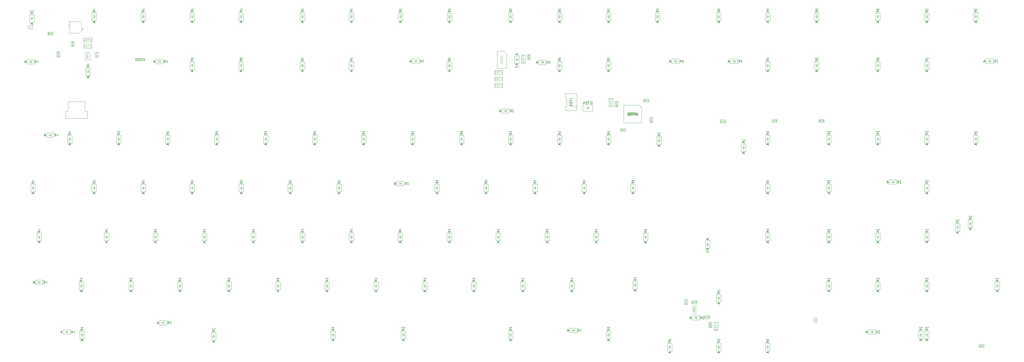
<source format=gbr>
G04 #@! TF.GenerationSoftware,KiCad,Pcbnew,7.0.2*
G04 #@! TF.CreationDate,2023-06-04T01:27:27-04:00*
G04 #@! TF.ProjectId,Boston-keyboard-V082DHI,426f7374-6f6e-42d6-9b65-79626f617264,rev?*
G04 #@! TF.SameCoordinates,Original*
G04 #@! TF.FileFunction,AssemblyDrawing,Bot*
%FSLAX46Y46*%
G04 Gerber Fmt 4.6, Leading zero omitted, Abs format (unit mm)*
G04 Created by KiCad (PCBNEW 7.0.2) date 2023-06-04 01:27:27*
%MOMM*%
%LPD*%
G01*
G04 APERTURE LIST*
%ADD10C,0.150000*%
%ADD11C,0.076200*%
%ADD12C,0.120000*%
%ADD13C,0.080000*%
%ADD14C,0.075000*%
%ADD15C,0.125000*%
%ADD16C,0.100000*%
G04 APERTURE END LIST*
D10*
X124803244Y-96644345D02*
X123803244Y-96644345D01*
X124803244Y-97215773D02*
X124231815Y-96787202D01*
X123803244Y-97215773D02*
X124374672Y-96644345D01*
D11*
X124803267Y-96161507D02*
X124803267Y-95780507D01*
X124803267Y-95780507D02*
X124712553Y-95780507D01*
X124712553Y-95780507D02*
X124658124Y-95798650D01*
X124658124Y-95798650D02*
X124621839Y-95834936D01*
X124621839Y-95834936D02*
X124603696Y-95871222D01*
X124603696Y-95871222D02*
X124585553Y-95943793D01*
X124585553Y-95943793D02*
X124585553Y-95998222D01*
X124585553Y-95998222D02*
X124603696Y-96070793D01*
X124603696Y-96070793D02*
X124621839Y-96107079D01*
X124621839Y-96107079D02*
X124658124Y-96143365D01*
X124658124Y-96143365D02*
X124712553Y-96161507D01*
X124712553Y-96161507D02*
X124803267Y-96161507D01*
X124440410Y-95816793D02*
X124422267Y-95798650D01*
X124422267Y-95798650D02*
X124385982Y-95780507D01*
X124385982Y-95780507D02*
X124295267Y-95780507D01*
X124295267Y-95780507D02*
X124258982Y-95798650D01*
X124258982Y-95798650D02*
X124240839Y-95816793D01*
X124240839Y-95816793D02*
X124222696Y-95853079D01*
X124222696Y-95853079D02*
X124222696Y-95889365D01*
X124222696Y-95889365D02*
X124240839Y-95943793D01*
X124240839Y-95943793D02*
X124458553Y-96161507D01*
X124458553Y-96161507D02*
X124222696Y-96161507D01*
X123896125Y-95907507D02*
X123896125Y-96161507D01*
X123986839Y-95762365D02*
X124077553Y-96034507D01*
X124077553Y-96034507D02*
X123841696Y-96034507D01*
D10*
X124517529Y-100668155D02*
X124517529Y-101144345D01*
X124803244Y-100572917D02*
X123803244Y-100906250D01*
X123803244Y-100906250D02*
X124803244Y-101239583D01*
D12*
X253393904Y-47829762D02*
X253432000Y-47791666D01*
X253432000Y-47791666D02*
X253470095Y-47677381D01*
X253470095Y-47677381D02*
X253470095Y-47601190D01*
X253470095Y-47601190D02*
X253432000Y-47486904D01*
X253432000Y-47486904D02*
X253355809Y-47410714D01*
X253355809Y-47410714D02*
X253279619Y-47372619D01*
X253279619Y-47372619D02*
X253127238Y-47334523D01*
X253127238Y-47334523D02*
X253012952Y-47334523D01*
X253012952Y-47334523D02*
X252860571Y-47372619D01*
X252860571Y-47372619D02*
X252784380Y-47410714D01*
X252784380Y-47410714D02*
X252708190Y-47486904D01*
X252708190Y-47486904D02*
X252670095Y-47601190D01*
X252670095Y-47601190D02*
X252670095Y-47677381D01*
X252670095Y-47677381D02*
X252708190Y-47791666D01*
X252708190Y-47791666D02*
X252746285Y-47829762D01*
X252670095Y-48096428D02*
X252670095Y-48629762D01*
X252670095Y-48629762D02*
X253470095Y-48286904D01*
X252670095Y-49086905D02*
X252670095Y-49163095D01*
X252670095Y-49163095D02*
X252708190Y-49239286D01*
X252708190Y-49239286D02*
X252746285Y-49277381D01*
X252746285Y-49277381D02*
X252822476Y-49315476D01*
X252822476Y-49315476D02*
X252974857Y-49353571D01*
X252974857Y-49353571D02*
X253165333Y-49353571D01*
X253165333Y-49353571D02*
X253317714Y-49315476D01*
X253317714Y-49315476D02*
X253393904Y-49277381D01*
X253393904Y-49277381D02*
X253432000Y-49239286D01*
X253432000Y-49239286D02*
X253470095Y-49163095D01*
X253470095Y-49163095D02*
X253470095Y-49086905D01*
X253470095Y-49086905D02*
X253432000Y-49010714D01*
X253432000Y-49010714D02*
X253393904Y-48972619D01*
X253393904Y-48972619D02*
X253317714Y-48934524D01*
X253317714Y-48934524D02*
X253165333Y-48896428D01*
X253165333Y-48896428D02*
X252974857Y-48896428D01*
X252974857Y-48896428D02*
X252822476Y-48934524D01*
X252822476Y-48934524D02*
X252746285Y-48972619D01*
X252746285Y-48972619D02*
X252708190Y-49010714D01*
X252708190Y-49010714D02*
X252670095Y-49086905D01*
X253470095Y-50115476D02*
X253470095Y-49658333D01*
X253470095Y-49886905D02*
X252670095Y-49886905D01*
X252670095Y-49886905D02*
X252784380Y-49810714D01*
X252784380Y-49810714D02*
X252860571Y-49734524D01*
X252860571Y-49734524D02*
X252898666Y-49658333D01*
D10*
X239103244Y-96644345D02*
X238103244Y-96644345D01*
X239103244Y-97215773D02*
X238531815Y-96787202D01*
X238103244Y-97215773D02*
X238674672Y-96644345D01*
X238817529Y-100668155D02*
X238817529Y-101144345D01*
X239103244Y-100572917D02*
X238103244Y-100906250D01*
X238103244Y-100906250D02*
X239103244Y-101239583D01*
D11*
X239103267Y-96161507D02*
X239103267Y-95780507D01*
X239103267Y-95780507D02*
X239012553Y-95780507D01*
X239012553Y-95780507D02*
X238958124Y-95798650D01*
X238958124Y-95798650D02*
X238921839Y-95834936D01*
X238921839Y-95834936D02*
X238903696Y-95871222D01*
X238903696Y-95871222D02*
X238885553Y-95943793D01*
X238885553Y-95943793D02*
X238885553Y-95998222D01*
X238885553Y-95998222D02*
X238903696Y-96070793D01*
X238903696Y-96070793D02*
X238921839Y-96107079D01*
X238921839Y-96107079D02*
X238958124Y-96143365D01*
X238958124Y-96143365D02*
X239012553Y-96161507D01*
X239012553Y-96161507D02*
X239103267Y-96161507D01*
X238558982Y-95780507D02*
X238631553Y-95780507D01*
X238631553Y-95780507D02*
X238667839Y-95798650D01*
X238667839Y-95798650D02*
X238685982Y-95816793D01*
X238685982Y-95816793D02*
X238722267Y-95871222D01*
X238722267Y-95871222D02*
X238740410Y-95943793D01*
X238740410Y-95943793D02*
X238740410Y-96088936D01*
X238740410Y-96088936D02*
X238722267Y-96125222D01*
X238722267Y-96125222D02*
X238704124Y-96143365D01*
X238704124Y-96143365D02*
X238667839Y-96161507D01*
X238667839Y-96161507D02*
X238595267Y-96161507D01*
X238595267Y-96161507D02*
X238558982Y-96143365D01*
X238558982Y-96143365D02*
X238540839Y-96125222D01*
X238540839Y-96125222D02*
X238522696Y-96088936D01*
X238522696Y-96088936D02*
X238522696Y-95998222D01*
X238522696Y-95998222D02*
X238540839Y-95961936D01*
X238540839Y-95961936D02*
X238558982Y-95943793D01*
X238558982Y-95943793D02*
X238595267Y-95925650D01*
X238595267Y-95925650D02*
X238667839Y-95925650D01*
X238667839Y-95925650D02*
X238704124Y-95943793D01*
X238704124Y-95943793D02*
X238722267Y-95961936D01*
X238722267Y-95961936D02*
X238740410Y-95998222D01*
X238159839Y-96161507D02*
X238377553Y-96161507D01*
X238268696Y-96161507D02*
X238268696Y-95780507D01*
X238268696Y-95780507D02*
X238304982Y-95834936D01*
X238304982Y-95834936D02*
X238341267Y-95871222D01*
X238341267Y-95871222D02*
X238377553Y-95889365D01*
X263597257Y-49462357D02*
X263216257Y-49462357D01*
X263216257Y-49462357D02*
X263216257Y-49553071D01*
X263216257Y-49553071D02*
X263234400Y-49607500D01*
X263234400Y-49607500D02*
X263270686Y-49643785D01*
X263270686Y-49643785D02*
X263306972Y-49661928D01*
X263306972Y-49661928D02*
X263379543Y-49680071D01*
X263379543Y-49680071D02*
X263433972Y-49680071D01*
X263433972Y-49680071D02*
X263506543Y-49661928D01*
X263506543Y-49661928D02*
X263542829Y-49643785D01*
X263542829Y-49643785D02*
X263579115Y-49607500D01*
X263579115Y-49607500D02*
X263597257Y-49553071D01*
X263597257Y-49553071D02*
X263597257Y-49462357D01*
X263216257Y-50024785D02*
X263216257Y-49843357D01*
X263216257Y-49843357D02*
X263397686Y-49825214D01*
X263397686Y-49825214D02*
X263379543Y-49843357D01*
X263379543Y-49843357D02*
X263361400Y-49879643D01*
X263361400Y-49879643D02*
X263361400Y-49970357D01*
X263361400Y-49970357D02*
X263379543Y-50006643D01*
X263379543Y-50006643D02*
X263397686Y-50024785D01*
X263397686Y-50024785D02*
X263433972Y-50042928D01*
X263433972Y-50042928D02*
X263524686Y-50042928D01*
X263524686Y-50042928D02*
X263560972Y-50024785D01*
X263560972Y-50024785D02*
X263579115Y-50006643D01*
X263579115Y-50006643D02*
X263597257Y-49970357D01*
X263597257Y-49970357D02*
X263597257Y-49879643D01*
X263597257Y-49879643D02*
X263579115Y-49843357D01*
X263579115Y-49843357D02*
X263560972Y-49825214D01*
X263597257Y-50224357D02*
X263597257Y-50296928D01*
X263597257Y-50296928D02*
X263579115Y-50333214D01*
X263579115Y-50333214D02*
X263560972Y-50351357D01*
X263560972Y-50351357D02*
X263506543Y-50387642D01*
X263506543Y-50387642D02*
X263433972Y-50405785D01*
X263433972Y-50405785D02*
X263288829Y-50405785D01*
X263288829Y-50405785D02*
X263252543Y-50387642D01*
X263252543Y-50387642D02*
X263234400Y-50369500D01*
X263234400Y-50369500D02*
X263216257Y-50333214D01*
X263216257Y-50333214D02*
X263216257Y-50260642D01*
X263216257Y-50260642D02*
X263234400Y-50224357D01*
X263234400Y-50224357D02*
X263252543Y-50206214D01*
X263252543Y-50206214D02*
X263288829Y-50188071D01*
X263288829Y-50188071D02*
X263379543Y-50188071D01*
X263379543Y-50188071D02*
X263415829Y-50206214D01*
X263415829Y-50206214D02*
X263433972Y-50224357D01*
X263433972Y-50224357D02*
X263452115Y-50260642D01*
X263452115Y-50260642D02*
X263452115Y-50333214D01*
X263452115Y-50333214D02*
X263433972Y-50369500D01*
X263433972Y-50369500D02*
X263415829Y-50387642D01*
X263415829Y-50387642D02*
X263379543Y-50405785D01*
D10*
X258738094Y-50101904D02*
X258261904Y-50101904D01*
X258833332Y-50387619D02*
X258499999Y-49387619D01*
X258499999Y-49387619D02*
X258166666Y-50387619D01*
X262761904Y-50387619D02*
X262761904Y-49387619D01*
X262190476Y-50387619D02*
X262619047Y-49816190D01*
X262190476Y-49387619D02*
X262761904Y-49959047D01*
D12*
X244395237Y-54218904D02*
X244433333Y-54257000D01*
X244433333Y-54257000D02*
X244547618Y-54295095D01*
X244547618Y-54295095D02*
X244623809Y-54295095D01*
X244623809Y-54295095D02*
X244738095Y-54257000D01*
X244738095Y-54257000D02*
X244814285Y-54180809D01*
X244814285Y-54180809D02*
X244852380Y-54104619D01*
X244852380Y-54104619D02*
X244890476Y-53952238D01*
X244890476Y-53952238D02*
X244890476Y-53837952D01*
X244890476Y-53837952D02*
X244852380Y-53685571D01*
X244852380Y-53685571D02*
X244814285Y-53609380D01*
X244814285Y-53609380D02*
X244738095Y-53533190D01*
X244738095Y-53533190D02*
X244623809Y-53495095D01*
X244623809Y-53495095D02*
X244547618Y-53495095D01*
X244547618Y-53495095D02*
X244433333Y-53533190D01*
X244433333Y-53533190D02*
X244395237Y-53571285D01*
X244128571Y-53495095D02*
X243595237Y-53495095D01*
X243595237Y-53495095D02*
X243938095Y-54295095D01*
X243138094Y-53495095D02*
X243061904Y-53495095D01*
X243061904Y-53495095D02*
X242985713Y-53533190D01*
X242985713Y-53533190D02*
X242947618Y-53571285D01*
X242947618Y-53571285D02*
X242909523Y-53647476D01*
X242909523Y-53647476D02*
X242871428Y-53799857D01*
X242871428Y-53799857D02*
X242871428Y-53990333D01*
X242871428Y-53990333D02*
X242909523Y-54142714D01*
X242909523Y-54142714D02*
X242947618Y-54218904D01*
X242947618Y-54218904D02*
X242985713Y-54257000D01*
X242985713Y-54257000D02*
X243061904Y-54295095D01*
X243061904Y-54295095D02*
X243138094Y-54295095D01*
X243138094Y-54295095D02*
X243214285Y-54257000D01*
X243214285Y-54257000D02*
X243252380Y-54218904D01*
X243252380Y-54218904D02*
X243290475Y-54142714D01*
X243290475Y-54142714D02*
X243328571Y-53990333D01*
X243328571Y-53990333D02*
X243328571Y-53799857D01*
X243328571Y-53799857D02*
X243290475Y-53647476D01*
X243290475Y-53647476D02*
X243252380Y-53571285D01*
X243252380Y-53571285D02*
X243214285Y-53533190D01*
X243214285Y-53533190D02*
X243138094Y-53495095D01*
X242604761Y-53495095D02*
X242109523Y-53495095D01*
X242109523Y-53495095D02*
X242376189Y-53799857D01*
X242376189Y-53799857D02*
X242261904Y-53799857D01*
X242261904Y-53799857D02*
X242185713Y-53837952D01*
X242185713Y-53837952D02*
X242147618Y-53876047D01*
X242147618Y-53876047D02*
X242109523Y-53952238D01*
X242109523Y-53952238D02*
X242109523Y-54142714D01*
X242109523Y-54142714D02*
X242147618Y-54218904D01*
X242147618Y-54218904D02*
X242185713Y-54257000D01*
X242185713Y-54257000D02*
X242261904Y-54295095D01*
X242261904Y-54295095D02*
X242490475Y-54295095D01*
X242490475Y-54295095D02*
X242566666Y-54257000D01*
X242566666Y-54257000D02*
X242604761Y-54218904D01*
D11*
X286728267Y-48536507D02*
X286728267Y-48155507D01*
X286728267Y-48155507D02*
X286637553Y-48155507D01*
X286637553Y-48155507D02*
X286583124Y-48173650D01*
X286583124Y-48173650D02*
X286546839Y-48209936D01*
X286546839Y-48209936D02*
X286528696Y-48246222D01*
X286528696Y-48246222D02*
X286510553Y-48318793D01*
X286510553Y-48318793D02*
X286510553Y-48373222D01*
X286510553Y-48373222D02*
X286528696Y-48445793D01*
X286528696Y-48445793D02*
X286546839Y-48482079D01*
X286546839Y-48482079D02*
X286583124Y-48518365D01*
X286583124Y-48518365D02*
X286637553Y-48536507D01*
X286637553Y-48536507D02*
X286728267Y-48536507D01*
X286383553Y-48155507D02*
X286129553Y-48155507D01*
X286129553Y-48155507D02*
X286292839Y-48536507D01*
X286020696Y-48155507D02*
X285784839Y-48155507D01*
X285784839Y-48155507D02*
X285911839Y-48300650D01*
X285911839Y-48300650D02*
X285857410Y-48300650D01*
X285857410Y-48300650D02*
X285821125Y-48318793D01*
X285821125Y-48318793D02*
X285802982Y-48336936D01*
X285802982Y-48336936D02*
X285784839Y-48373222D01*
X285784839Y-48373222D02*
X285784839Y-48463936D01*
X285784839Y-48463936D02*
X285802982Y-48500222D01*
X285802982Y-48500222D02*
X285821125Y-48518365D01*
X285821125Y-48518365D02*
X285857410Y-48536507D01*
X285857410Y-48536507D02*
X285966267Y-48536507D01*
X285966267Y-48536507D02*
X286002553Y-48518365D01*
X286002553Y-48518365D02*
X286020696Y-48500222D01*
D10*
X286442529Y-53043155D02*
X286442529Y-53519345D01*
X286728244Y-52947917D02*
X285728244Y-53281250D01*
X285728244Y-53281250D02*
X286728244Y-53614583D01*
X286728244Y-49019345D02*
X285728244Y-49019345D01*
X286728244Y-49590773D02*
X286156815Y-49162202D01*
X285728244Y-49590773D02*
X286299672Y-49019345D01*
D11*
X224815767Y-48536507D02*
X224815767Y-48155507D01*
X224815767Y-48155507D02*
X224725053Y-48155507D01*
X224725053Y-48155507D02*
X224670624Y-48173650D01*
X224670624Y-48173650D02*
X224634339Y-48209936D01*
X224634339Y-48209936D02*
X224616196Y-48246222D01*
X224616196Y-48246222D02*
X224598053Y-48318793D01*
X224598053Y-48318793D02*
X224598053Y-48373222D01*
X224598053Y-48373222D02*
X224616196Y-48445793D01*
X224616196Y-48445793D02*
X224634339Y-48482079D01*
X224634339Y-48482079D02*
X224670624Y-48518365D01*
X224670624Y-48518365D02*
X224725053Y-48536507D01*
X224725053Y-48536507D02*
X224815767Y-48536507D01*
X224253339Y-48155507D02*
X224434767Y-48155507D01*
X224434767Y-48155507D02*
X224452910Y-48336936D01*
X224452910Y-48336936D02*
X224434767Y-48318793D01*
X224434767Y-48318793D02*
X224398482Y-48300650D01*
X224398482Y-48300650D02*
X224307767Y-48300650D01*
X224307767Y-48300650D02*
X224271482Y-48318793D01*
X224271482Y-48318793D02*
X224253339Y-48336936D01*
X224253339Y-48336936D02*
X224235196Y-48373222D01*
X224235196Y-48373222D02*
X224235196Y-48463936D01*
X224235196Y-48463936D02*
X224253339Y-48500222D01*
X224253339Y-48500222D02*
X224271482Y-48518365D01*
X224271482Y-48518365D02*
X224307767Y-48536507D01*
X224307767Y-48536507D02*
X224398482Y-48536507D01*
X224398482Y-48536507D02*
X224434767Y-48518365D01*
X224434767Y-48518365D02*
X224452910Y-48500222D01*
X224108196Y-48155507D02*
X223872339Y-48155507D01*
X223872339Y-48155507D02*
X223999339Y-48300650D01*
X223999339Y-48300650D02*
X223944910Y-48300650D01*
X223944910Y-48300650D02*
X223908625Y-48318793D01*
X223908625Y-48318793D02*
X223890482Y-48336936D01*
X223890482Y-48336936D02*
X223872339Y-48373222D01*
X223872339Y-48373222D02*
X223872339Y-48463936D01*
X223872339Y-48463936D02*
X223890482Y-48500222D01*
X223890482Y-48500222D02*
X223908625Y-48518365D01*
X223908625Y-48518365D02*
X223944910Y-48536507D01*
X223944910Y-48536507D02*
X224053767Y-48536507D01*
X224053767Y-48536507D02*
X224090053Y-48518365D01*
X224090053Y-48518365D02*
X224108196Y-48500222D01*
D10*
X224530029Y-53043155D02*
X224530029Y-53519345D01*
X224815744Y-52947917D02*
X223815744Y-53281250D01*
X223815744Y-53281250D02*
X224815744Y-53614583D01*
X224815744Y-49019345D02*
X223815744Y-49019345D01*
X224815744Y-49590773D02*
X224244315Y-49162202D01*
X223815744Y-49590773D02*
X224387172Y-49019345D01*
D12*
X244370095Y-47553571D02*
X245017714Y-47553571D01*
X245017714Y-47553571D02*
X245093904Y-47591666D01*
X245093904Y-47591666D02*
X245132000Y-47629761D01*
X245132000Y-47629761D02*
X245170095Y-47705952D01*
X245170095Y-47705952D02*
X245170095Y-47858333D01*
X245170095Y-47858333D02*
X245132000Y-47934523D01*
X245132000Y-47934523D02*
X245093904Y-47972618D01*
X245093904Y-47972618D02*
X245017714Y-48010714D01*
X245017714Y-48010714D02*
X244370095Y-48010714D01*
X244370095Y-48315475D02*
X244370095Y-48848809D01*
X244370095Y-48848809D02*
X245170095Y-48505951D01*
X244370095Y-49305952D02*
X244370095Y-49382142D01*
X244370095Y-49382142D02*
X244408190Y-49458333D01*
X244408190Y-49458333D02*
X244446285Y-49496428D01*
X244446285Y-49496428D02*
X244522476Y-49534523D01*
X244522476Y-49534523D02*
X244674857Y-49572618D01*
X244674857Y-49572618D02*
X244865333Y-49572618D01*
X244865333Y-49572618D02*
X245017714Y-49534523D01*
X245017714Y-49534523D02*
X245093904Y-49496428D01*
X245093904Y-49496428D02*
X245132000Y-49458333D01*
X245132000Y-49458333D02*
X245170095Y-49382142D01*
X245170095Y-49382142D02*
X245170095Y-49305952D01*
X245170095Y-49305952D02*
X245132000Y-49229761D01*
X245132000Y-49229761D02*
X245093904Y-49191666D01*
X245093904Y-49191666D02*
X245017714Y-49153571D01*
X245017714Y-49153571D02*
X244865333Y-49115475D01*
X244865333Y-49115475D02*
X244674857Y-49115475D01*
X244674857Y-49115475D02*
X244522476Y-49153571D01*
X244522476Y-49153571D02*
X244446285Y-49191666D01*
X244446285Y-49191666D02*
X244408190Y-49229761D01*
X244408190Y-49229761D02*
X244370095Y-49305952D01*
X244446285Y-49877380D02*
X244408190Y-49915476D01*
X244408190Y-49915476D02*
X244370095Y-49991666D01*
X244370095Y-49991666D02*
X244370095Y-50182142D01*
X244370095Y-50182142D02*
X244408190Y-50258333D01*
X244408190Y-50258333D02*
X244446285Y-50296428D01*
X244446285Y-50296428D02*
X244522476Y-50334523D01*
X244522476Y-50334523D02*
X244598666Y-50334523D01*
X244598666Y-50334523D02*
X244712952Y-50296428D01*
X244712952Y-50296428D02*
X245170095Y-49839285D01*
X245170095Y-49839285D02*
X245170095Y-50334523D01*
D10*
X277241369Y-96644345D02*
X276241369Y-96644345D01*
X277241369Y-97215773D02*
X276669940Y-96787202D01*
X276241369Y-97215773D02*
X276812797Y-96644345D01*
X276955654Y-100668155D02*
X276955654Y-101144345D01*
X277241369Y-100572917D02*
X276241369Y-100906250D01*
X276241369Y-100906250D02*
X277241369Y-101239583D01*
D11*
X277241392Y-96161507D02*
X277241392Y-95780507D01*
X277241392Y-95780507D02*
X277150678Y-95780507D01*
X277150678Y-95780507D02*
X277096249Y-95798650D01*
X277096249Y-95798650D02*
X277059964Y-95834936D01*
X277059964Y-95834936D02*
X277041821Y-95871222D01*
X277041821Y-95871222D02*
X277023678Y-95943793D01*
X277023678Y-95943793D02*
X277023678Y-95998222D01*
X277023678Y-95998222D02*
X277041821Y-96070793D01*
X277041821Y-96070793D02*
X277059964Y-96107079D01*
X277059964Y-96107079D02*
X277096249Y-96143365D01*
X277096249Y-96143365D02*
X277150678Y-96161507D01*
X277150678Y-96161507D02*
X277241392Y-96161507D01*
X276896678Y-95780507D02*
X276642678Y-95780507D01*
X276642678Y-95780507D02*
X276805964Y-96161507D01*
X276316107Y-95780507D02*
X276497535Y-95780507D01*
X276497535Y-95780507D02*
X276515678Y-95961936D01*
X276515678Y-95961936D02*
X276497535Y-95943793D01*
X276497535Y-95943793D02*
X276461250Y-95925650D01*
X276461250Y-95925650D02*
X276370535Y-95925650D01*
X276370535Y-95925650D02*
X276334250Y-95943793D01*
X276334250Y-95943793D02*
X276316107Y-95961936D01*
X276316107Y-95961936D02*
X276297964Y-95998222D01*
X276297964Y-95998222D02*
X276297964Y-96088936D01*
X276297964Y-96088936D02*
X276316107Y-96125222D01*
X276316107Y-96125222D02*
X276334250Y-96143365D01*
X276334250Y-96143365D02*
X276370535Y-96161507D01*
X276370535Y-96161507D02*
X276461250Y-96161507D01*
X276461250Y-96161507D02*
X276497535Y-96143365D01*
X276497535Y-96143365D02*
X276515678Y-96125222D01*
D10*
X348355029Y-81618155D02*
X348355029Y-82094345D01*
X348640744Y-81522917D02*
X347640744Y-81856250D01*
X347640744Y-81856250D02*
X348640744Y-82189583D01*
D11*
X348640767Y-77111507D02*
X348640767Y-76730507D01*
X348640767Y-76730507D02*
X348550053Y-76730507D01*
X348550053Y-76730507D02*
X348495624Y-76748650D01*
X348495624Y-76748650D02*
X348459339Y-76784936D01*
X348459339Y-76784936D02*
X348441196Y-76821222D01*
X348441196Y-76821222D02*
X348423053Y-76893793D01*
X348423053Y-76893793D02*
X348423053Y-76948222D01*
X348423053Y-76948222D02*
X348441196Y-77020793D01*
X348441196Y-77020793D02*
X348459339Y-77057079D01*
X348459339Y-77057079D02*
X348495624Y-77093365D01*
X348495624Y-77093365D02*
X348550053Y-77111507D01*
X348550053Y-77111507D02*
X348640767Y-77111507D01*
X348241624Y-77111507D02*
X348169053Y-77111507D01*
X348169053Y-77111507D02*
X348132767Y-77093365D01*
X348132767Y-77093365D02*
X348114624Y-77075222D01*
X348114624Y-77075222D02*
X348078339Y-77020793D01*
X348078339Y-77020793D02*
X348060196Y-76948222D01*
X348060196Y-76948222D02*
X348060196Y-76803079D01*
X348060196Y-76803079D02*
X348078339Y-76766793D01*
X348078339Y-76766793D02*
X348096482Y-76748650D01*
X348096482Y-76748650D02*
X348132767Y-76730507D01*
X348132767Y-76730507D02*
X348205339Y-76730507D01*
X348205339Y-76730507D02*
X348241624Y-76748650D01*
X348241624Y-76748650D02*
X348259767Y-76766793D01*
X348259767Y-76766793D02*
X348277910Y-76803079D01*
X348277910Y-76803079D02*
X348277910Y-76893793D01*
X348277910Y-76893793D02*
X348259767Y-76930079D01*
X348259767Y-76930079D02*
X348241624Y-76948222D01*
X348241624Y-76948222D02*
X348205339Y-76966365D01*
X348205339Y-76966365D02*
X348132767Y-76966365D01*
X348132767Y-76966365D02*
X348096482Y-76948222D01*
X348096482Y-76948222D02*
X348078339Y-76930079D01*
X348078339Y-76930079D02*
X348060196Y-76893793D01*
X347715482Y-76730507D02*
X347896910Y-76730507D01*
X347896910Y-76730507D02*
X347915053Y-76911936D01*
X347915053Y-76911936D02*
X347896910Y-76893793D01*
X347896910Y-76893793D02*
X347860625Y-76875650D01*
X347860625Y-76875650D02*
X347769910Y-76875650D01*
X347769910Y-76875650D02*
X347733625Y-76893793D01*
X347733625Y-76893793D02*
X347715482Y-76911936D01*
X347715482Y-76911936D02*
X347697339Y-76948222D01*
X347697339Y-76948222D02*
X347697339Y-77038936D01*
X347697339Y-77038936D02*
X347715482Y-77075222D01*
X347715482Y-77075222D02*
X347733625Y-77093365D01*
X347733625Y-77093365D02*
X347769910Y-77111507D01*
X347769910Y-77111507D02*
X347860625Y-77111507D01*
X347860625Y-77111507D02*
X347896910Y-77093365D01*
X347896910Y-77093365D02*
X347915053Y-77075222D01*
D10*
X348640744Y-77594345D02*
X347640744Y-77594345D01*
X348640744Y-78165773D02*
X348069315Y-77737202D01*
X347640744Y-78165773D02*
X348212172Y-77594345D01*
D12*
X244395237Y-59218904D02*
X244433333Y-59257000D01*
X244433333Y-59257000D02*
X244547618Y-59295095D01*
X244547618Y-59295095D02*
X244623809Y-59295095D01*
X244623809Y-59295095D02*
X244738095Y-59257000D01*
X244738095Y-59257000D02*
X244814285Y-59180809D01*
X244814285Y-59180809D02*
X244852380Y-59104619D01*
X244852380Y-59104619D02*
X244890476Y-58952238D01*
X244890476Y-58952238D02*
X244890476Y-58837952D01*
X244890476Y-58837952D02*
X244852380Y-58685571D01*
X244852380Y-58685571D02*
X244814285Y-58609380D01*
X244814285Y-58609380D02*
X244738095Y-58533190D01*
X244738095Y-58533190D02*
X244623809Y-58495095D01*
X244623809Y-58495095D02*
X244547618Y-58495095D01*
X244547618Y-58495095D02*
X244433333Y-58533190D01*
X244433333Y-58533190D02*
X244395237Y-58571285D01*
X244128571Y-58495095D02*
X243595237Y-58495095D01*
X243595237Y-58495095D02*
X243938095Y-59295095D01*
X242871428Y-59295095D02*
X243328571Y-59295095D01*
X243099999Y-59295095D02*
X243099999Y-58495095D01*
X243099999Y-58495095D02*
X243176190Y-58609380D01*
X243176190Y-58609380D02*
X243252380Y-58685571D01*
X243252380Y-58685571D02*
X243328571Y-58723666D01*
X242109523Y-59295095D02*
X242566666Y-59295095D01*
X242338094Y-59295095D02*
X242338094Y-58495095D01*
X242338094Y-58495095D02*
X242414285Y-58609380D01*
X242414285Y-58609380D02*
X242490475Y-58685571D01*
X242490475Y-58685571D02*
X242566666Y-58723666D01*
D10*
X59738094Y-49901904D02*
X59261904Y-49901904D01*
X59833332Y-50187619D02*
X59499999Y-49187619D01*
X59499999Y-49187619D02*
X59166666Y-50187619D01*
X63761904Y-50187619D02*
X63761904Y-49187619D01*
X63190476Y-50187619D02*
X63619047Y-49616190D01*
X63190476Y-49187619D02*
X63761904Y-49759047D01*
D11*
X64597257Y-49443786D02*
X64216257Y-49443786D01*
X64216257Y-49443786D02*
X64216257Y-49534500D01*
X64216257Y-49534500D02*
X64234400Y-49588929D01*
X64234400Y-49588929D02*
X64270686Y-49625214D01*
X64270686Y-49625214D02*
X64306972Y-49643357D01*
X64306972Y-49643357D02*
X64379543Y-49661500D01*
X64379543Y-49661500D02*
X64433972Y-49661500D01*
X64433972Y-49661500D02*
X64506543Y-49643357D01*
X64506543Y-49643357D02*
X64542829Y-49625214D01*
X64542829Y-49625214D02*
X64579115Y-49588929D01*
X64579115Y-49588929D02*
X64597257Y-49534500D01*
X64597257Y-49534500D02*
X64597257Y-49443786D01*
X64597257Y-50024357D02*
X64597257Y-49806643D01*
X64597257Y-49915500D02*
X64216257Y-49915500D01*
X64216257Y-49915500D02*
X64270686Y-49879214D01*
X64270686Y-49879214D02*
X64306972Y-49842929D01*
X64306972Y-49842929D02*
X64325115Y-49806643D01*
D13*
X87383690Y-46465476D02*
X87407500Y-46441667D01*
X87407500Y-46441667D02*
X87431309Y-46370238D01*
X87431309Y-46370238D02*
X87431309Y-46322619D01*
X87431309Y-46322619D02*
X87407500Y-46251191D01*
X87407500Y-46251191D02*
X87359880Y-46203572D01*
X87359880Y-46203572D02*
X87312261Y-46179762D01*
X87312261Y-46179762D02*
X87217023Y-46155953D01*
X87217023Y-46155953D02*
X87145595Y-46155953D01*
X87145595Y-46155953D02*
X87050357Y-46179762D01*
X87050357Y-46179762D02*
X87002738Y-46203572D01*
X87002738Y-46203572D02*
X86955119Y-46251191D01*
X86955119Y-46251191D02*
X86931309Y-46322619D01*
X86931309Y-46322619D02*
X86931309Y-46370238D01*
X86931309Y-46370238D02*
X86955119Y-46441667D01*
X86955119Y-46441667D02*
X86978928Y-46465476D01*
X86931309Y-46632143D02*
X86931309Y-46965476D01*
X86931309Y-46965476D02*
X87431309Y-46751191D01*
X87431309Y-47417857D02*
X87431309Y-47132143D01*
X87431309Y-47275000D02*
X86931309Y-47275000D01*
X86931309Y-47275000D02*
X87002738Y-47227381D01*
X87002738Y-47227381D02*
X87050357Y-47179762D01*
X87050357Y-47179762D02*
X87074166Y-47132143D01*
X86978928Y-47608333D02*
X86955119Y-47632142D01*
X86955119Y-47632142D02*
X86931309Y-47679761D01*
X86931309Y-47679761D02*
X86931309Y-47798809D01*
X86931309Y-47798809D02*
X86955119Y-47846428D01*
X86955119Y-47846428D02*
X86978928Y-47870237D01*
X86978928Y-47870237D02*
X87026547Y-47894047D01*
X87026547Y-47894047D02*
X87074166Y-47894047D01*
X87074166Y-47894047D02*
X87145595Y-47870237D01*
X87145595Y-47870237D02*
X87431309Y-47584523D01*
X87431309Y-47584523D02*
X87431309Y-47894047D01*
D10*
X348393154Y-33993155D02*
X348393154Y-34469345D01*
X348678869Y-33897917D02*
X347678869Y-34231250D01*
X347678869Y-34231250D02*
X348678869Y-34564583D01*
X348678869Y-29969345D02*
X347678869Y-29969345D01*
X348678869Y-30540773D02*
X348107440Y-30112202D01*
X347678869Y-30540773D02*
X348250297Y-29969345D01*
D11*
X348678892Y-29486507D02*
X348678892Y-29105507D01*
X348678892Y-29105507D02*
X348588178Y-29105507D01*
X348588178Y-29105507D02*
X348533749Y-29123650D01*
X348533749Y-29123650D02*
X348497464Y-29159936D01*
X348497464Y-29159936D02*
X348479321Y-29196222D01*
X348479321Y-29196222D02*
X348461178Y-29268793D01*
X348461178Y-29268793D02*
X348461178Y-29323222D01*
X348461178Y-29323222D02*
X348479321Y-29395793D01*
X348479321Y-29395793D02*
X348497464Y-29432079D01*
X348497464Y-29432079D02*
X348533749Y-29468365D01*
X348533749Y-29468365D02*
X348588178Y-29486507D01*
X348588178Y-29486507D02*
X348678892Y-29486507D01*
X348279749Y-29486507D02*
X348207178Y-29486507D01*
X348207178Y-29486507D02*
X348170892Y-29468365D01*
X348170892Y-29468365D02*
X348152749Y-29450222D01*
X348152749Y-29450222D02*
X348116464Y-29395793D01*
X348116464Y-29395793D02*
X348098321Y-29323222D01*
X348098321Y-29323222D02*
X348098321Y-29178079D01*
X348098321Y-29178079D02*
X348116464Y-29141793D01*
X348116464Y-29141793D02*
X348134607Y-29123650D01*
X348134607Y-29123650D02*
X348170892Y-29105507D01*
X348170892Y-29105507D02*
X348243464Y-29105507D01*
X348243464Y-29105507D02*
X348279749Y-29123650D01*
X348279749Y-29123650D02*
X348297892Y-29141793D01*
X348297892Y-29141793D02*
X348316035Y-29178079D01*
X348316035Y-29178079D02*
X348316035Y-29268793D01*
X348316035Y-29268793D02*
X348297892Y-29305079D01*
X348297892Y-29305079D02*
X348279749Y-29323222D01*
X348279749Y-29323222D02*
X348243464Y-29341365D01*
X348243464Y-29341365D02*
X348170892Y-29341365D01*
X348170892Y-29341365D02*
X348134607Y-29323222D01*
X348134607Y-29323222D02*
X348116464Y-29305079D01*
X348116464Y-29305079D02*
X348098321Y-29268793D01*
X347971321Y-29105507D02*
X347735464Y-29105507D01*
X347735464Y-29105507D02*
X347862464Y-29250650D01*
X347862464Y-29250650D02*
X347808035Y-29250650D01*
X347808035Y-29250650D02*
X347771750Y-29268793D01*
X347771750Y-29268793D02*
X347753607Y-29286936D01*
X347753607Y-29286936D02*
X347735464Y-29323222D01*
X347735464Y-29323222D02*
X347735464Y-29413936D01*
X347735464Y-29413936D02*
X347753607Y-29450222D01*
X347753607Y-29450222D02*
X347771750Y-29468365D01*
X347771750Y-29468365D02*
X347808035Y-29486507D01*
X347808035Y-29486507D02*
X347916892Y-29486507D01*
X347916892Y-29486507D02*
X347953178Y-29468365D01*
X347953178Y-29468365D02*
X347971321Y-29450222D01*
X76996838Y-77111507D02*
X76996838Y-76730507D01*
X76996838Y-76730507D02*
X76906124Y-76730507D01*
X76906124Y-76730507D02*
X76851695Y-76748650D01*
X76851695Y-76748650D02*
X76815410Y-76784936D01*
X76815410Y-76784936D02*
X76797267Y-76821222D01*
X76797267Y-76821222D02*
X76779124Y-76893793D01*
X76779124Y-76893793D02*
X76779124Y-76948222D01*
X76779124Y-76948222D02*
X76797267Y-77020793D01*
X76797267Y-77020793D02*
X76815410Y-77057079D01*
X76815410Y-77057079D02*
X76851695Y-77093365D01*
X76851695Y-77093365D02*
X76906124Y-77111507D01*
X76906124Y-77111507D02*
X76996838Y-77111507D01*
X76597695Y-77111507D02*
X76525124Y-77111507D01*
X76525124Y-77111507D02*
X76488838Y-77093365D01*
X76488838Y-77093365D02*
X76470695Y-77075222D01*
X76470695Y-77075222D02*
X76434410Y-77020793D01*
X76434410Y-77020793D02*
X76416267Y-76948222D01*
X76416267Y-76948222D02*
X76416267Y-76803079D01*
X76416267Y-76803079D02*
X76434410Y-76766793D01*
X76434410Y-76766793D02*
X76452553Y-76748650D01*
X76452553Y-76748650D02*
X76488838Y-76730507D01*
X76488838Y-76730507D02*
X76561410Y-76730507D01*
X76561410Y-76730507D02*
X76597695Y-76748650D01*
X76597695Y-76748650D02*
X76615838Y-76766793D01*
X76615838Y-76766793D02*
X76633981Y-76803079D01*
X76633981Y-76803079D02*
X76633981Y-76893793D01*
X76633981Y-76893793D02*
X76615838Y-76930079D01*
X76615838Y-76930079D02*
X76597695Y-76948222D01*
X76597695Y-76948222D02*
X76561410Y-76966365D01*
X76561410Y-76966365D02*
X76488838Y-76966365D01*
X76488838Y-76966365D02*
X76452553Y-76948222D01*
X76452553Y-76948222D02*
X76434410Y-76930079D01*
X76434410Y-76930079D02*
X76416267Y-76893793D01*
D10*
X76892529Y-81618155D02*
X76892529Y-82094345D01*
X77178244Y-81522917D02*
X76178244Y-81856250D01*
X76178244Y-81856250D02*
X77178244Y-82189583D01*
X77178244Y-77594345D02*
X76178244Y-77594345D01*
X77178244Y-78165773D02*
X76606815Y-77737202D01*
X76178244Y-78165773D02*
X76749672Y-77594345D01*
D11*
X115316392Y-77111507D02*
X115316392Y-76730507D01*
X115316392Y-76730507D02*
X115225678Y-76730507D01*
X115225678Y-76730507D02*
X115171249Y-76748650D01*
X115171249Y-76748650D02*
X115134964Y-76784936D01*
X115134964Y-76784936D02*
X115116821Y-76821222D01*
X115116821Y-76821222D02*
X115098678Y-76893793D01*
X115098678Y-76893793D02*
X115098678Y-76948222D01*
X115098678Y-76948222D02*
X115116821Y-77020793D01*
X115116821Y-77020793D02*
X115134964Y-77057079D01*
X115134964Y-77057079D02*
X115171249Y-77093365D01*
X115171249Y-77093365D02*
X115225678Y-77111507D01*
X115225678Y-77111507D02*
X115316392Y-77111507D01*
X114953535Y-76766793D02*
X114935392Y-76748650D01*
X114935392Y-76748650D02*
X114899107Y-76730507D01*
X114899107Y-76730507D02*
X114808392Y-76730507D01*
X114808392Y-76730507D02*
X114772107Y-76748650D01*
X114772107Y-76748650D02*
X114753964Y-76766793D01*
X114753964Y-76766793D02*
X114735821Y-76803079D01*
X114735821Y-76803079D02*
X114735821Y-76839365D01*
X114735821Y-76839365D02*
X114753964Y-76893793D01*
X114753964Y-76893793D02*
X114971678Y-77111507D01*
X114971678Y-77111507D02*
X114735821Y-77111507D01*
X114608821Y-76730507D02*
X114372964Y-76730507D01*
X114372964Y-76730507D02*
X114499964Y-76875650D01*
X114499964Y-76875650D02*
X114445535Y-76875650D01*
X114445535Y-76875650D02*
X114409250Y-76893793D01*
X114409250Y-76893793D02*
X114391107Y-76911936D01*
X114391107Y-76911936D02*
X114372964Y-76948222D01*
X114372964Y-76948222D02*
X114372964Y-77038936D01*
X114372964Y-77038936D02*
X114391107Y-77075222D01*
X114391107Y-77075222D02*
X114409250Y-77093365D01*
X114409250Y-77093365D02*
X114445535Y-77111507D01*
X114445535Y-77111507D02*
X114554392Y-77111507D01*
X114554392Y-77111507D02*
X114590678Y-77093365D01*
X114590678Y-77093365D02*
X114608821Y-77075222D01*
D10*
X115030654Y-81618155D02*
X115030654Y-82094345D01*
X115316369Y-81522917D02*
X114316369Y-81856250D01*
X114316369Y-81856250D02*
X115316369Y-82189583D01*
X115316369Y-77594345D02*
X114316369Y-77594345D01*
X115316369Y-78165773D02*
X114744940Y-77737202D01*
X114316369Y-78165773D02*
X114887797Y-77594345D01*
X213518276Y-49957924D02*
X213518276Y-48957924D01*
X212946848Y-49957924D02*
X213375419Y-49386495D01*
X212946848Y-48957924D02*
X213518276Y-49529352D01*
D11*
X214353629Y-49032662D02*
X213972629Y-49032662D01*
X213972629Y-49032662D02*
X213972629Y-49123376D01*
X213972629Y-49123376D02*
X213990772Y-49177805D01*
X213990772Y-49177805D02*
X214027058Y-49214090D01*
X214027058Y-49214090D02*
X214063344Y-49232233D01*
X214063344Y-49232233D02*
X214135915Y-49250376D01*
X214135915Y-49250376D02*
X214190344Y-49250376D01*
X214190344Y-49250376D02*
X214262915Y-49232233D01*
X214262915Y-49232233D02*
X214299201Y-49214090D01*
X214299201Y-49214090D02*
X214335487Y-49177805D01*
X214335487Y-49177805D02*
X214353629Y-49123376D01*
X214353629Y-49123376D02*
X214353629Y-49032662D01*
X214099629Y-49576948D02*
X214353629Y-49576948D01*
X213954487Y-49486233D02*
X214226629Y-49395519D01*
X214226629Y-49395519D02*
X214226629Y-49631376D01*
X213972629Y-49740233D02*
X213972629Y-49994233D01*
X213972629Y-49994233D02*
X214353629Y-49830947D01*
D10*
X209494466Y-49672209D02*
X209018276Y-49672209D01*
X209589704Y-49957924D02*
X209256371Y-48957924D01*
X209256371Y-48957924D02*
X208923038Y-49957924D01*
D12*
X84645237Y-41618904D02*
X84683333Y-41657000D01*
X84683333Y-41657000D02*
X84797618Y-41695095D01*
X84797618Y-41695095D02*
X84873809Y-41695095D01*
X84873809Y-41695095D02*
X84988095Y-41657000D01*
X84988095Y-41657000D02*
X85064285Y-41580809D01*
X85064285Y-41580809D02*
X85102380Y-41504619D01*
X85102380Y-41504619D02*
X85140476Y-41352238D01*
X85140476Y-41352238D02*
X85140476Y-41237952D01*
X85140476Y-41237952D02*
X85102380Y-41085571D01*
X85102380Y-41085571D02*
X85064285Y-41009380D01*
X85064285Y-41009380D02*
X84988095Y-40933190D01*
X84988095Y-40933190D02*
X84873809Y-40895095D01*
X84873809Y-40895095D02*
X84797618Y-40895095D01*
X84797618Y-40895095D02*
X84683333Y-40933190D01*
X84683333Y-40933190D02*
X84645237Y-40971285D01*
X84378571Y-40895095D02*
X83845237Y-40895095D01*
X83845237Y-40895095D02*
X84188095Y-41695095D01*
X83388094Y-40895095D02*
X83311904Y-40895095D01*
X83311904Y-40895095D02*
X83235713Y-40933190D01*
X83235713Y-40933190D02*
X83197618Y-40971285D01*
X83197618Y-40971285D02*
X83159523Y-41047476D01*
X83159523Y-41047476D02*
X83121428Y-41199857D01*
X83121428Y-41199857D02*
X83121428Y-41390333D01*
X83121428Y-41390333D02*
X83159523Y-41542714D01*
X83159523Y-41542714D02*
X83197618Y-41618904D01*
X83197618Y-41618904D02*
X83235713Y-41657000D01*
X83235713Y-41657000D02*
X83311904Y-41695095D01*
X83311904Y-41695095D02*
X83388094Y-41695095D01*
X83388094Y-41695095D02*
X83464285Y-41657000D01*
X83464285Y-41657000D02*
X83502380Y-41618904D01*
X83502380Y-41618904D02*
X83540475Y-41542714D01*
X83540475Y-41542714D02*
X83578571Y-41390333D01*
X83578571Y-41390333D02*
X83578571Y-41199857D01*
X83578571Y-41199857D02*
X83540475Y-41047476D01*
X83540475Y-41047476D02*
X83502380Y-40971285D01*
X83502380Y-40971285D02*
X83464285Y-40933190D01*
X83464285Y-40933190D02*
X83388094Y-40895095D01*
X82435713Y-41161761D02*
X82435713Y-41695095D01*
X82626189Y-40857000D02*
X82816666Y-41428428D01*
X82816666Y-41428428D02*
X82321427Y-41428428D01*
D10*
X243865744Y-115694345D02*
X242865744Y-115694345D01*
X243865744Y-116265773D02*
X243294315Y-115837202D01*
X242865744Y-116265773D02*
X243437172Y-115694345D01*
D11*
X243865767Y-115211507D02*
X243865767Y-114830507D01*
X243865767Y-114830507D02*
X243775053Y-114830507D01*
X243775053Y-114830507D02*
X243720624Y-114848650D01*
X243720624Y-114848650D02*
X243684339Y-114884936D01*
X243684339Y-114884936D02*
X243666196Y-114921222D01*
X243666196Y-114921222D02*
X243648053Y-114993793D01*
X243648053Y-114993793D02*
X243648053Y-115048222D01*
X243648053Y-115048222D02*
X243666196Y-115120793D01*
X243666196Y-115120793D02*
X243684339Y-115157079D01*
X243684339Y-115157079D02*
X243720624Y-115193365D01*
X243720624Y-115193365D02*
X243775053Y-115211507D01*
X243775053Y-115211507D02*
X243865767Y-115211507D01*
X243321482Y-114830507D02*
X243394053Y-114830507D01*
X243394053Y-114830507D02*
X243430339Y-114848650D01*
X243430339Y-114848650D02*
X243448482Y-114866793D01*
X243448482Y-114866793D02*
X243484767Y-114921222D01*
X243484767Y-114921222D02*
X243502910Y-114993793D01*
X243502910Y-114993793D02*
X243502910Y-115138936D01*
X243502910Y-115138936D02*
X243484767Y-115175222D01*
X243484767Y-115175222D02*
X243466624Y-115193365D01*
X243466624Y-115193365D02*
X243430339Y-115211507D01*
X243430339Y-115211507D02*
X243357767Y-115211507D01*
X243357767Y-115211507D02*
X243321482Y-115193365D01*
X243321482Y-115193365D02*
X243303339Y-115175222D01*
X243303339Y-115175222D02*
X243285196Y-115138936D01*
X243285196Y-115138936D02*
X243285196Y-115048222D01*
X243285196Y-115048222D02*
X243303339Y-115011936D01*
X243303339Y-115011936D02*
X243321482Y-114993793D01*
X243321482Y-114993793D02*
X243357767Y-114975650D01*
X243357767Y-114975650D02*
X243430339Y-114975650D01*
X243430339Y-114975650D02*
X243466624Y-114993793D01*
X243466624Y-114993793D02*
X243484767Y-115011936D01*
X243484767Y-115011936D02*
X243502910Y-115048222D01*
X243140053Y-114866793D02*
X243121910Y-114848650D01*
X243121910Y-114848650D02*
X243085625Y-114830507D01*
X243085625Y-114830507D02*
X242994910Y-114830507D01*
X242994910Y-114830507D02*
X242958625Y-114848650D01*
X242958625Y-114848650D02*
X242940482Y-114866793D01*
X242940482Y-114866793D02*
X242922339Y-114903079D01*
X242922339Y-114903079D02*
X242922339Y-114939365D01*
X242922339Y-114939365D02*
X242940482Y-114993793D01*
X242940482Y-114993793D02*
X243158196Y-115211507D01*
X243158196Y-115211507D02*
X242922339Y-115211507D01*
D10*
X243580029Y-119718155D02*
X243580029Y-120194345D01*
X243865744Y-119622917D02*
X242865744Y-119956250D01*
X242865744Y-119956250D02*
X243865744Y-120289583D01*
X407886279Y-157818155D02*
X407886279Y-158294345D01*
X408171994Y-157722917D02*
X407171994Y-158056250D01*
X407171994Y-158056250D02*
X408171994Y-158389583D01*
D11*
X408353445Y-153311507D02*
X408353445Y-152930507D01*
X408353445Y-152930507D02*
X408262731Y-152930507D01*
X408262731Y-152930507D02*
X408208302Y-152948650D01*
X408208302Y-152948650D02*
X408172017Y-152984936D01*
X408172017Y-152984936D02*
X408153874Y-153021222D01*
X408153874Y-153021222D02*
X408135731Y-153093793D01*
X408135731Y-153093793D02*
X408135731Y-153148222D01*
X408135731Y-153148222D02*
X408153874Y-153220793D01*
X408153874Y-153220793D02*
X408172017Y-153257079D01*
X408172017Y-153257079D02*
X408208302Y-153293365D01*
X408208302Y-153293365D02*
X408262731Y-153311507D01*
X408262731Y-153311507D02*
X408353445Y-153311507D01*
X407772874Y-153311507D02*
X407990588Y-153311507D01*
X407881731Y-153311507D02*
X407881731Y-152930507D01*
X407881731Y-152930507D02*
X407918017Y-152984936D01*
X407918017Y-152984936D02*
X407954302Y-153021222D01*
X407954302Y-153021222D02*
X407990588Y-153039365D01*
X407410017Y-153311507D02*
X407627731Y-153311507D01*
X407518874Y-153311507D02*
X407518874Y-152930507D01*
X407518874Y-152930507D02*
X407555160Y-152984936D01*
X407555160Y-152984936D02*
X407591445Y-153021222D01*
X407591445Y-153021222D02*
X407627731Y-153039365D01*
X407264874Y-152966793D02*
X407246731Y-152948650D01*
X407246731Y-152948650D02*
X407210446Y-152930507D01*
X407210446Y-152930507D02*
X407119731Y-152930507D01*
X407119731Y-152930507D02*
X407083446Y-152948650D01*
X407083446Y-152948650D02*
X407065303Y-152966793D01*
X407065303Y-152966793D02*
X407047160Y-153003079D01*
X407047160Y-153003079D02*
X407047160Y-153039365D01*
X407047160Y-153039365D02*
X407065303Y-153093793D01*
X407065303Y-153093793D02*
X407283017Y-153311507D01*
X407283017Y-153311507D02*
X407047160Y-153311507D01*
D10*
X408171994Y-153794345D02*
X407171994Y-153794345D01*
X408171994Y-154365773D02*
X407600565Y-153937202D01*
X407171994Y-154365773D02*
X407743422Y-153794345D01*
X329590744Y-29969345D02*
X328590744Y-29969345D01*
X329590744Y-30540773D02*
X329019315Y-30112202D01*
X328590744Y-30540773D02*
X329162172Y-29969345D01*
X329305029Y-33993155D02*
X329305029Y-34469345D01*
X329590744Y-33897917D02*
X328590744Y-34231250D01*
X328590744Y-34231250D02*
X329590744Y-34564583D01*
D11*
X329590767Y-29486507D02*
X329590767Y-29105507D01*
X329590767Y-29105507D02*
X329500053Y-29105507D01*
X329500053Y-29105507D02*
X329445624Y-29123650D01*
X329445624Y-29123650D02*
X329409339Y-29159936D01*
X329409339Y-29159936D02*
X329391196Y-29196222D01*
X329391196Y-29196222D02*
X329373053Y-29268793D01*
X329373053Y-29268793D02*
X329373053Y-29323222D01*
X329373053Y-29323222D02*
X329391196Y-29395793D01*
X329391196Y-29395793D02*
X329409339Y-29432079D01*
X329409339Y-29432079D02*
X329445624Y-29468365D01*
X329445624Y-29468365D02*
X329500053Y-29486507D01*
X329500053Y-29486507D02*
X329590767Y-29486507D01*
X329155339Y-29268793D02*
X329191624Y-29250650D01*
X329191624Y-29250650D02*
X329209767Y-29232507D01*
X329209767Y-29232507D02*
X329227910Y-29196222D01*
X329227910Y-29196222D02*
X329227910Y-29178079D01*
X329227910Y-29178079D02*
X329209767Y-29141793D01*
X329209767Y-29141793D02*
X329191624Y-29123650D01*
X329191624Y-29123650D02*
X329155339Y-29105507D01*
X329155339Y-29105507D02*
X329082767Y-29105507D01*
X329082767Y-29105507D02*
X329046482Y-29123650D01*
X329046482Y-29123650D02*
X329028339Y-29141793D01*
X329028339Y-29141793D02*
X329010196Y-29178079D01*
X329010196Y-29178079D02*
X329010196Y-29196222D01*
X329010196Y-29196222D02*
X329028339Y-29232507D01*
X329028339Y-29232507D02*
X329046482Y-29250650D01*
X329046482Y-29250650D02*
X329082767Y-29268793D01*
X329082767Y-29268793D02*
X329155339Y-29268793D01*
X329155339Y-29268793D02*
X329191624Y-29286936D01*
X329191624Y-29286936D02*
X329209767Y-29305079D01*
X329209767Y-29305079D02*
X329227910Y-29341365D01*
X329227910Y-29341365D02*
X329227910Y-29413936D01*
X329227910Y-29413936D02*
X329209767Y-29450222D01*
X329209767Y-29450222D02*
X329191624Y-29468365D01*
X329191624Y-29468365D02*
X329155339Y-29486507D01*
X329155339Y-29486507D02*
X329082767Y-29486507D01*
X329082767Y-29486507D02*
X329046482Y-29468365D01*
X329046482Y-29468365D02*
X329028339Y-29450222D01*
X329028339Y-29450222D02*
X329010196Y-29413936D01*
X329010196Y-29413936D02*
X329010196Y-29341365D01*
X329010196Y-29341365D02*
X329028339Y-29305079D01*
X329028339Y-29305079D02*
X329046482Y-29286936D01*
X329046482Y-29286936D02*
X329082767Y-29268793D01*
X328683625Y-29105507D02*
X328756196Y-29105507D01*
X328756196Y-29105507D02*
X328792482Y-29123650D01*
X328792482Y-29123650D02*
X328810625Y-29141793D01*
X328810625Y-29141793D02*
X328846910Y-29196222D01*
X328846910Y-29196222D02*
X328865053Y-29268793D01*
X328865053Y-29268793D02*
X328865053Y-29413936D01*
X328865053Y-29413936D02*
X328846910Y-29450222D01*
X328846910Y-29450222D02*
X328828767Y-29468365D01*
X328828767Y-29468365D02*
X328792482Y-29486507D01*
X328792482Y-29486507D02*
X328719910Y-29486507D01*
X328719910Y-29486507D02*
X328683625Y-29468365D01*
X328683625Y-29468365D02*
X328665482Y-29450222D01*
X328665482Y-29450222D02*
X328647339Y-29413936D01*
X328647339Y-29413936D02*
X328647339Y-29323222D01*
X328647339Y-29323222D02*
X328665482Y-29286936D01*
X328665482Y-29286936D02*
X328683625Y-29268793D01*
X328683625Y-29268793D02*
X328719910Y-29250650D01*
X328719910Y-29250650D02*
X328792482Y-29250650D01*
X328792482Y-29250650D02*
X328828767Y-29268793D01*
X328828767Y-29268793D02*
X328846910Y-29286936D01*
X328846910Y-29286936D02*
X328865053Y-29323222D01*
D10*
X172466369Y-77594345D02*
X171466369Y-77594345D01*
X172466369Y-78165773D02*
X171894940Y-77737202D01*
X171466369Y-78165773D02*
X172037797Y-77594345D01*
X172180654Y-81618155D02*
X172180654Y-82094345D01*
X172466369Y-81522917D02*
X171466369Y-81856250D01*
X171466369Y-81856250D02*
X172466369Y-82189583D01*
D11*
X172466392Y-77111507D02*
X172466392Y-76730507D01*
X172466392Y-76730507D02*
X172375678Y-76730507D01*
X172375678Y-76730507D02*
X172321249Y-76748650D01*
X172321249Y-76748650D02*
X172284964Y-76784936D01*
X172284964Y-76784936D02*
X172266821Y-76821222D01*
X172266821Y-76821222D02*
X172248678Y-76893793D01*
X172248678Y-76893793D02*
X172248678Y-76948222D01*
X172248678Y-76948222D02*
X172266821Y-77020793D01*
X172266821Y-77020793D02*
X172284964Y-77057079D01*
X172284964Y-77057079D02*
X172321249Y-77093365D01*
X172321249Y-77093365D02*
X172375678Y-77111507D01*
X172375678Y-77111507D02*
X172466392Y-77111507D01*
X171922107Y-76857507D02*
X171922107Y-77111507D01*
X172012821Y-76712365D02*
X172103535Y-76984507D01*
X172103535Y-76984507D02*
X171867678Y-76984507D01*
X171740678Y-76766793D02*
X171722535Y-76748650D01*
X171722535Y-76748650D02*
X171686250Y-76730507D01*
X171686250Y-76730507D02*
X171595535Y-76730507D01*
X171595535Y-76730507D02*
X171559250Y-76748650D01*
X171559250Y-76748650D02*
X171541107Y-76766793D01*
X171541107Y-76766793D02*
X171522964Y-76803079D01*
X171522964Y-76803079D02*
X171522964Y-76839365D01*
X171522964Y-76839365D02*
X171541107Y-76893793D01*
X171541107Y-76893793D02*
X171758821Y-77111507D01*
X171758821Y-77111507D02*
X171522964Y-77111507D01*
D10*
X219767529Y-100668155D02*
X219767529Y-101144345D01*
X220053244Y-100572917D02*
X219053244Y-100906250D01*
X219053244Y-100906250D02*
X220053244Y-101239583D01*
X220053244Y-96644345D02*
X219053244Y-96644345D01*
X220053244Y-97215773D02*
X219481815Y-96787202D01*
X219053244Y-97215773D02*
X219624672Y-96644345D01*
D11*
X220053267Y-96161507D02*
X220053267Y-95780507D01*
X220053267Y-95780507D02*
X219962553Y-95780507D01*
X219962553Y-95780507D02*
X219908124Y-95798650D01*
X219908124Y-95798650D02*
X219871839Y-95834936D01*
X219871839Y-95834936D02*
X219853696Y-95871222D01*
X219853696Y-95871222D02*
X219835553Y-95943793D01*
X219835553Y-95943793D02*
X219835553Y-95998222D01*
X219835553Y-95998222D02*
X219853696Y-96070793D01*
X219853696Y-96070793D02*
X219871839Y-96107079D01*
X219871839Y-96107079D02*
X219908124Y-96143365D01*
X219908124Y-96143365D02*
X219962553Y-96161507D01*
X219962553Y-96161507D02*
X220053267Y-96161507D01*
X219490839Y-95780507D02*
X219672267Y-95780507D01*
X219672267Y-95780507D02*
X219690410Y-95961936D01*
X219690410Y-95961936D02*
X219672267Y-95943793D01*
X219672267Y-95943793D02*
X219635982Y-95925650D01*
X219635982Y-95925650D02*
X219545267Y-95925650D01*
X219545267Y-95925650D02*
X219508982Y-95943793D01*
X219508982Y-95943793D02*
X219490839Y-95961936D01*
X219490839Y-95961936D02*
X219472696Y-95998222D01*
X219472696Y-95998222D02*
X219472696Y-96088936D01*
X219472696Y-96088936D02*
X219490839Y-96125222D01*
X219490839Y-96125222D02*
X219508982Y-96143365D01*
X219508982Y-96143365D02*
X219545267Y-96161507D01*
X219545267Y-96161507D02*
X219635982Y-96161507D01*
X219635982Y-96161507D02*
X219672267Y-96143365D01*
X219672267Y-96143365D02*
X219690410Y-96125222D01*
X219127982Y-95780507D02*
X219309410Y-95780507D01*
X219309410Y-95780507D02*
X219327553Y-95961936D01*
X219327553Y-95961936D02*
X219309410Y-95943793D01*
X219309410Y-95943793D02*
X219273125Y-95925650D01*
X219273125Y-95925650D02*
X219182410Y-95925650D01*
X219182410Y-95925650D02*
X219146125Y-95943793D01*
X219146125Y-95943793D02*
X219127982Y-95961936D01*
X219127982Y-95961936D02*
X219109839Y-95998222D01*
X219109839Y-95998222D02*
X219109839Y-96088936D01*
X219109839Y-96088936D02*
X219127982Y-96125222D01*
X219127982Y-96125222D02*
X219146125Y-96143365D01*
X219146125Y-96143365D02*
X219182410Y-96161507D01*
X219182410Y-96161507D02*
X219273125Y-96161507D01*
X219273125Y-96161507D02*
X219309410Y-96143365D01*
X219309410Y-96143365D02*
X219327553Y-96125222D01*
X301162642Y-115280257D02*
X301162642Y-114899257D01*
X301162642Y-114899257D02*
X301071928Y-114899257D01*
X301071928Y-114899257D02*
X301017499Y-114917400D01*
X301017499Y-114917400D02*
X300981214Y-114953686D01*
X300981214Y-114953686D02*
X300963071Y-114989972D01*
X300963071Y-114989972D02*
X300944928Y-115062543D01*
X300944928Y-115062543D02*
X300944928Y-115116972D01*
X300944928Y-115116972D02*
X300963071Y-115189543D01*
X300963071Y-115189543D02*
X300981214Y-115225829D01*
X300981214Y-115225829D02*
X301017499Y-115262115D01*
X301017499Y-115262115D02*
X301071928Y-115280257D01*
X301071928Y-115280257D02*
X301162642Y-115280257D01*
X300727214Y-115062543D02*
X300763499Y-115044400D01*
X300763499Y-115044400D02*
X300781642Y-115026257D01*
X300781642Y-115026257D02*
X300799785Y-114989972D01*
X300799785Y-114989972D02*
X300799785Y-114971829D01*
X300799785Y-114971829D02*
X300781642Y-114935543D01*
X300781642Y-114935543D02*
X300763499Y-114917400D01*
X300763499Y-114917400D02*
X300727214Y-114899257D01*
X300727214Y-114899257D02*
X300654642Y-114899257D01*
X300654642Y-114899257D02*
X300618357Y-114917400D01*
X300618357Y-114917400D02*
X300600214Y-114935543D01*
X300600214Y-114935543D02*
X300582071Y-114971829D01*
X300582071Y-114971829D02*
X300582071Y-114989972D01*
X300582071Y-114989972D02*
X300600214Y-115026257D01*
X300600214Y-115026257D02*
X300618357Y-115044400D01*
X300618357Y-115044400D02*
X300654642Y-115062543D01*
X300654642Y-115062543D02*
X300727214Y-115062543D01*
X300727214Y-115062543D02*
X300763499Y-115080686D01*
X300763499Y-115080686D02*
X300781642Y-115098829D01*
X300781642Y-115098829D02*
X300799785Y-115135115D01*
X300799785Y-115135115D02*
X300799785Y-115207686D01*
X300799785Y-115207686D02*
X300781642Y-115243972D01*
X300781642Y-115243972D02*
X300763499Y-115262115D01*
X300763499Y-115262115D02*
X300727214Y-115280257D01*
X300727214Y-115280257D02*
X300654642Y-115280257D01*
X300654642Y-115280257D02*
X300618357Y-115262115D01*
X300618357Y-115262115D02*
X300600214Y-115243972D01*
X300600214Y-115243972D02*
X300582071Y-115207686D01*
X300582071Y-115207686D02*
X300582071Y-115135115D01*
X300582071Y-115135115D02*
X300600214Y-115098829D01*
X300600214Y-115098829D02*
X300618357Y-115080686D01*
X300618357Y-115080686D02*
X300654642Y-115062543D01*
X300455071Y-114899257D02*
X300219214Y-114899257D01*
X300219214Y-114899257D02*
X300346214Y-115044400D01*
X300346214Y-115044400D02*
X300291785Y-115044400D01*
X300291785Y-115044400D02*
X300255500Y-115062543D01*
X300255500Y-115062543D02*
X300237357Y-115080686D01*
X300237357Y-115080686D02*
X300219214Y-115116972D01*
X300219214Y-115116972D02*
X300219214Y-115207686D01*
X300219214Y-115207686D02*
X300237357Y-115243972D01*
X300237357Y-115243972D02*
X300255500Y-115262115D01*
X300255500Y-115262115D02*
X300291785Y-115280257D01*
X300291785Y-115280257D02*
X300400642Y-115280257D01*
X300400642Y-115280257D02*
X300436928Y-115262115D01*
X300436928Y-115262115D02*
X300455071Y-115243972D01*
D10*
X300876904Y-119786905D02*
X300876904Y-120263095D01*
X301162619Y-119691667D02*
X300162619Y-120025000D01*
X300162619Y-120025000D02*
X301162619Y-120358333D01*
X301162619Y-115763095D02*
X300162619Y-115763095D01*
X301162619Y-116334523D02*
X300591190Y-115905952D01*
X300162619Y-116334523D02*
X300734047Y-115763095D01*
D11*
X72197257Y-77943786D02*
X71816257Y-77943786D01*
X71816257Y-77943786D02*
X71816257Y-78034500D01*
X71816257Y-78034500D02*
X71834400Y-78088929D01*
X71834400Y-78088929D02*
X71870686Y-78125214D01*
X71870686Y-78125214D02*
X71906972Y-78143357D01*
X71906972Y-78143357D02*
X71979543Y-78161500D01*
X71979543Y-78161500D02*
X72033972Y-78161500D01*
X72033972Y-78161500D02*
X72106543Y-78143357D01*
X72106543Y-78143357D02*
X72142829Y-78125214D01*
X72142829Y-78125214D02*
X72179115Y-78088929D01*
X72179115Y-78088929D02*
X72197257Y-78034500D01*
X72197257Y-78034500D02*
X72197257Y-77943786D01*
X71852543Y-78306643D02*
X71834400Y-78324786D01*
X71834400Y-78324786D02*
X71816257Y-78361072D01*
X71816257Y-78361072D02*
X71816257Y-78451786D01*
X71816257Y-78451786D02*
X71834400Y-78488072D01*
X71834400Y-78488072D02*
X71852543Y-78506214D01*
X71852543Y-78506214D02*
X71888829Y-78524357D01*
X71888829Y-78524357D02*
X71925115Y-78524357D01*
X71925115Y-78524357D02*
X71979543Y-78506214D01*
X71979543Y-78506214D02*
X72197257Y-78288500D01*
X72197257Y-78288500D02*
X72197257Y-78524357D01*
D10*
X67338094Y-78401904D02*
X66861904Y-78401904D01*
X67433332Y-78687619D02*
X67099999Y-77687619D01*
X67099999Y-77687619D02*
X66766666Y-78687619D01*
X71361904Y-78687619D02*
X71361904Y-77687619D01*
X70790476Y-78687619D02*
X71219047Y-78116190D01*
X70790476Y-77687619D02*
X71361904Y-78259047D01*
X167703869Y-115694345D02*
X166703869Y-115694345D01*
X167703869Y-116265773D02*
X167132440Y-115837202D01*
X166703869Y-116265773D02*
X167275297Y-115694345D01*
X167418154Y-119718155D02*
X167418154Y-120194345D01*
X167703869Y-119622917D02*
X166703869Y-119956250D01*
X166703869Y-119956250D02*
X167703869Y-120289583D01*
D11*
X167703892Y-115211507D02*
X167703892Y-114830507D01*
X167703892Y-114830507D02*
X167613178Y-114830507D01*
X167613178Y-114830507D02*
X167558749Y-114848650D01*
X167558749Y-114848650D02*
X167522464Y-114884936D01*
X167522464Y-114884936D02*
X167504321Y-114921222D01*
X167504321Y-114921222D02*
X167486178Y-114993793D01*
X167486178Y-114993793D02*
X167486178Y-115048222D01*
X167486178Y-115048222D02*
X167504321Y-115120793D01*
X167504321Y-115120793D02*
X167522464Y-115157079D01*
X167522464Y-115157079D02*
X167558749Y-115193365D01*
X167558749Y-115193365D02*
X167613178Y-115211507D01*
X167613178Y-115211507D02*
X167703892Y-115211507D01*
X167359178Y-114830507D02*
X167123321Y-114830507D01*
X167123321Y-114830507D02*
X167250321Y-114975650D01*
X167250321Y-114975650D02*
X167195892Y-114975650D01*
X167195892Y-114975650D02*
X167159607Y-114993793D01*
X167159607Y-114993793D02*
X167141464Y-115011936D01*
X167141464Y-115011936D02*
X167123321Y-115048222D01*
X167123321Y-115048222D02*
X167123321Y-115138936D01*
X167123321Y-115138936D02*
X167141464Y-115175222D01*
X167141464Y-115175222D02*
X167159607Y-115193365D01*
X167159607Y-115193365D02*
X167195892Y-115211507D01*
X167195892Y-115211507D02*
X167304749Y-115211507D01*
X167304749Y-115211507D02*
X167341035Y-115193365D01*
X167341035Y-115193365D02*
X167359178Y-115175222D01*
X166996321Y-114830507D02*
X166742321Y-114830507D01*
X166742321Y-114830507D02*
X166905607Y-115211507D01*
D10*
X296776904Y-138486905D02*
X296776904Y-138963095D01*
X297062619Y-138391667D02*
X296062619Y-138725000D01*
X296062619Y-138725000D02*
X297062619Y-139058333D01*
D11*
X297062642Y-133980257D02*
X297062642Y-133599257D01*
X297062642Y-133599257D02*
X296971928Y-133599257D01*
X296971928Y-133599257D02*
X296917499Y-133617400D01*
X296917499Y-133617400D02*
X296881214Y-133653686D01*
X296881214Y-133653686D02*
X296863071Y-133689972D01*
X296863071Y-133689972D02*
X296844928Y-133762543D01*
X296844928Y-133762543D02*
X296844928Y-133816972D01*
X296844928Y-133816972D02*
X296863071Y-133889543D01*
X296863071Y-133889543D02*
X296881214Y-133925829D01*
X296881214Y-133925829D02*
X296917499Y-133962115D01*
X296917499Y-133962115D02*
X296971928Y-133980257D01*
X296971928Y-133980257D02*
X297062642Y-133980257D01*
X296627214Y-133762543D02*
X296663499Y-133744400D01*
X296663499Y-133744400D02*
X296681642Y-133726257D01*
X296681642Y-133726257D02*
X296699785Y-133689972D01*
X296699785Y-133689972D02*
X296699785Y-133671829D01*
X296699785Y-133671829D02*
X296681642Y-133635543D01*
X296681642Y-133635543D02*
X296663499Y-133617400D01*
X296663499Y-133617400D02*
X296627214Y-133599257D01*
X296627214Y-133599257D02*
X296554642Y-133599257D01*
X296554642Y-133599257D02*
X296518357Y-133617400D01*
X296518357Y-133617400D02*
X296500214Y-133635543D01*
X296500214Y-133635543D02*
X296482071Y-133671829D01*
X296482071Y-133671829D02*
X296482071Y-133689972D01*
X296482071Y-133689972D02*
X296500214Y-133726257D01*
X296500214Y-133726257D02*
X296518357Y-133744400D01*
X296518357Y-133744400D02*
X296554642Y-133762543D01*
X296554642Y-133762543D02*
X296627214Y-133762543D01*
X296627214Y-133762543D02*
X296663499Y-133780686D01*
X296663499Y-133780686D02*
X296681642Y-133798829D01*
X296681642Y-133798829D02*
X296699785Y-133835115D01*
X296699785Y-133835115D02*
X296699785Y-133907686D01*
X296699785Y-133907686D02*
X296681642Y-133943972D01*
X296681642Y-133943972D02*
X296663499Y-133962115D01*
X296663499Y-133962115D02*
X296627214Y-133980257D01*
X296627214Y-133980257D02*
X296554642Y-133980257D01*
X296554642Y-133980257D02*
X296518357Y-133962115D01*
X296518357Y-133962115D02*
X296500214Y-133943972D01*
X296500214Y-133943972D02*
X296482071Y-133907686D01*
X296482071Y-133907686D02*
X296482071Y-133835115D01*
X296482071Y-133835115D02*
X296500214Y-133798829D01*
X296500214Y-133798829D02*
X296518357Y-133780686D01*
X296518357Y-133780686D02*
X296554642Y-133762543D01*
X296155500Y-133726257D02*
X296155500Y-133980257D01*
X296246214Y-133581115D02*
X296336928Y-133853257D01*
X296336928Y-133853257D02*
X296101071Y-133853257D01*
D10*
X297062619Y-134463095D02*
X296062619Y-134463095D01*
X297062619Y-135034523D02*
X296491190Y-134605952D01*
X296062619Y-135034523D02*
X296634047Y-134463095D01*
X410267529Y-100668155D02*
X410267529Y-101144345D01*
X410553244Y-100572917D02*
X409553244Y-100906250D01*
X409553244Y-100906250D02*
X410553244Y-101239583D01*
D11*
X410734695Y-96161507D02*
X410734695Y-95780507D01*
X410734695Y-95780507D02*
X410643981Y-95780507D01*
X410643981Y-95780507D02*
X410589552Y-95798650D01*
X410589552Y-95798650D02*
X410553267Y-95834936D01*
X410553267Y-95834936D02*
X410535124Y-95871222D01*
X410535124Y-95871222D02*
X410516981Y-95943793D01*
X410516981Y-95943793D02*
X410516981Y-95998222D01*
X410516981Y-95998222D02*
X410535124Y-96070793D01*
X410535124Y-96070793D02*
X410553267Y-96107079D01*
X410553267Y-96107079D02*
X410589552Y-96143365D01*
X410589552Y-96143365D02*
X410643981Y-96161507D01*
X410643981Y-96161507D02*
X410734695Y-96161507D01*
X410154124Y-96161507D02*
X410371838Y-96161507D01*
X410262981Y-96161507D02*
X410262981Y-95780507D01*
X410262981Y-95780507D02*
X410299267Y-95834936D01*
X410299267Y-95834936D02*
X410335552Y-95871222D01*
X410335552Y-95871222D02*
X410371838Y-95889365D01*
X409791267Y-96161507D02*
X410008981Y-96161507D01*
X409900124Y-96161507D02*
X409900124Y-95780507D01*
X409900124Y-95780507D02*
X409936410Y-95834936D01*
X409936410Y-95834936D02*
X409972695Y-95871222D01*
X409972695Y-95871222D02*
X410008981Y-95889365D01*
X409464696Y-95780507D02*
X409537267Y-95780507D01*
X409537267Y-95780507D02*
X409573553Y-95798650D01*
X409573553Y-95798650D02*
X409591696Y-95816793D01*
X409591696Y-95816793D02*
X409627981Y-95871222D01*
X409627981Y-95871222D02*
X409646124Y-95943793D01*
X409646124Y-95943793D02*
X409646124Y-96088936D01*
X409646124Y-96088936D02*
X409627981Y-96125222D01*
X409627981Y-96125222D02*
X409609838Y-96143365D01*
X409609838Y-96143365D02*
X409573553Y-96161507D01*
X409573553Y-96161507D02*
X409500981Y-96161507D01*
X409500981Y-96161507D02*
X409464696Y-96143365D01*
X409464696Y-96143365D02*
X409446553Y-96125222D01*
X409446553Y-96125222D02*
X409428410Y-96088936D01*
X409428410Y-96088936D02*
X409428410Y-95998222D01*
X409428410Y-95998222D02*
X409446553Y-95961936D01*
X409446553Y-95961936D02*
X409464696Y-95943793D01*
X409464696Y-95943793D02*
X409500981Y-95925650D01*
X409500981Y-95925650D02*
X409573553Y-95925650D01*
X409573553Y-95925650D02*
X409609838Y-95943793D01*
X409609838Y-95943793D02*
X409627981Y-95961936D01*
X409627981Y-95961936D02*
X409646124Y-95998222D01*
D10*
X410553244Y-96644345D02*
X409553244Y-96644345D01*
X410553244Y-97215773D02*
X409981815Y-96787202D01*
X409553244Y-97215773D02*
X410124672Y-96644345D01*
D13*
X289583690Y-65604545D02*
X289607500Y-65580736D01*
X289607500Y-65580736D02*
X289631309Y-65509307D01*
X289631309Y-65509307D02*
X289631309Y-65461688D01*
X289631309Y-65461688D02*
X289607500Y-65390260D01*
X289607500Y-65390260D02*
X289559880Y-65342641D01*
X289559880Y-65342641D02*
X289512261Y-65318831D01*
X289512261Y-65318831D02*
X289417023Y-65295022D01*
X289417023Y-65295022D02*
X289345595Y-65295022D01*
X289345595Y-65295022D02*
X289250357Y-65318831D01*
X289250357Y-65318831D02*
X289202738Y-65342641D01*
X289202738Y-65342641D02*
X289155119Y-65390260D01*
X289155119Y-65390260D02*
X289131309Y-65461688D01*
X289131309Y-65461688D02*
X289131309Y-65509307D01*
X289131309Y-65509307D02*
X289155119Y-65580736D01*
X289155119Y-65580736D02*
X289178928Y-65604545D01*
X289131309Y-65771212D02*
X289131309Y-66104545D01*
X289131309Y-66104545D02*
X289631309Y-65890260D01*
X289131309Y-66390259D02*
X289131309Y-66437878D01*
X289131309Y-66437878D02*
X289155119Y-66485497D01*
X289155119Y-66485497D02*
X289178928Y-66509307D01*
X289178928Y-66509307D02*
X289226547Y-66533116D01*
X289226547Y-66533116D02*
X289321785Y-66556926D01*
X289321785Y-66556926D02*
X289440833Y-66556926D01*
X289440833Y-66556926D02*
X289536071Y-66533116D01*
X289536071Y-66533116D02*
X289583690Y-66509307D01*
X289583690Y-66509307D02*
X289607500Y-66485497D01*
X289607500Y-66485497D02*
X289631309Y-66437878D01*
X289631309Y-66437878D02*
X289631309Y-66390259D01*
X289631309Y-66390259D02*
X289607500Y-66342640D01*
X289607500Y-66342640D02*
X289583690Y-66318831D01*
X289583690Y-66318831D02*
X289536071Y-66295021D01*
X289536071Y-66295021D02*
X289440833Y-66271212D01*
X289440833Y-66271212D02*
X289321785Y-66271212D01*
X289321785Y-66271212D02*
X289226547Y-66295021D01*
X289226547Y-66295021D02*
X289178928Y-66318831D01*
X289178928Y-66318831D02*
X289155119Y-66342640D01*
X289155119Y-66342640D02*
X289131309Y-66390259D01*
X289131309Y-67009306D02*
X289131309Y-66771211D01*
X289131309Y-66771211D02*
X289369404Y-66747402D01*
X289369404Y-66747402D02*
X289345595Y-66771211D01*
X289345595Y-66771211D02*
X289321785Y-66818830D01*
X289321785Y-66818830D02*
X289321785Y-66937878D01*
X289321785Y-66937878D02*
X289345595Y-66985497D01*
X289345595Y-66985497D02*
X289369404Y-67009306D01*
X289369404Y-67009306D02*
X289417023Y-67033116D01*
X289417023Y-67033116D02*
X289536071Y-67033116D01*
X289536071Y-67033116D02*
X289583690Y-67009306D01*
X289583690Y-67009306D02*
X289607500Y-66985497D01*
X289607500Y-66985497D02*
X289631309Y-66937878D01*
X289631309Y-66937878D02*
X289631309Y-66818830D01*
X289631309Y-66818830D02*
X289607500Y-66771211D01*
X289607500Y-66771211D02*
X289583690Y-66747402D01*
D10*
X62151904Y-34686905D02*
X62151904Y-35163095D01*
X62437619Y-34591667D02*
X61437619Y-34925000D01*
X61437619Y-34925000D02*
X62437619Y-35258333D01*
D11*
X62619070Y-30180257D02*
X62619070Y-29799257D01*
X62619070Y-29799257D02*
X62528356Y-29799257D01*
X62528356Y-29799257D02*
X62473927Y-29817400D01*
X62473927Y-29817400D02*
X62437642Y-29853686D01*
X62437642Y-29853686D02*
X62419499Y-29889972D01*
X62419499Y-29889972D02*
X62401356Y-29962543D01*
X62401356Y-29962543D02*
X62401356Y-30016972D01*
X62401356Y-30016972D02*
X62419499Y-30089543D01*
X62419499Y-30089543D02*
X62437642Y-30125829D01*
X62437642Y-30125829D02*
X62473927Y-30162115D01*
X62473927Y-30162115D02*
X62528356Y-30180257D01*
X62528356Y-30180257D02*
X62619070Y-30180257D01*
X62038499Y-30180257D02*
X62256213Y-30180257D01*
X62147356Y-30180257D02*
X62147356Y-29799257D01*
X62147356Y-29799257D02*
X62183642Y-29853686D01*
X62183642Y-29853686D02*
X62219927Y-29889972D01*
X62219927Y-29889972D02*
X62256213Y-29908115D01*
X61893356Y-29835543D02*
X61875213Y-29817400D01*
X61875213Y-29817400D02*
X61838928Y-29799257D01*
X61838928Y-29799257D02*
X61748213Y-29799257D01*
X61748213Y-29799257D02*
X61711928Y-29817400D01*
X61711928Y-29817400D02*
X61693785Y-29835543D01*
X61693785Y-29835543D02*
X61675642Y-29871829D01*
X61675642Y-29871829D02*
X61675642Y-29908115D01*
X61675642Y-29908115D02*
X61693785Y-29962543D01*
X61693785Y-29962543D02*
X61911499Y-30180257D01*
X61911499Y-30180257D02*
X61675642Y-30180257D01*
X61349071Y-29799257D02*
X61421642Y-29799257D01*
X61421642Y-29799257D02*
X61457928Y-29817400D01*
X61457928Y-29817400D02*
X61476071Y-29835543D01*
X61476071Y-29835543D02*
X61512356Y-29889972D01*
X61512356Y-29889972D02*
X61530499Y-29962543D01*
X61530499Y-29962543D02*
X61530499Y-30107686D01*
X61530499Y-30107686D02*
X61512356Y-30143972D01*
X61512356Y-30143972D02*
X61494213Y-30162115D01*
X61494213Y-30162115D02*
X61457928Y-30180257D01*
X61457928Y-30180257D02*
X61385356Y-30180257D01*
X61385356Y-30180257D02*
X61349071Y-30162115D01*
X61349071Y-30162115D02*
X61330928Y-30143972D01*
X61330928Y-30143972D02*
X61312785Y-30107686D01*
X61312785Y-30107686D02*
X61312785Y-30016972D01*
X61312785Y-30016972D02*
X61330928Y-29980686D01*
X61330928Y-29980686D02*
X61349071Y-29962543D01*
X61349071Y-29962543D02*
X61385356Y-29944400D01*
X61385356Y-29944400D02*
X61457928Y-29944400D01*
X61457928Y-29944400D02*
X61494213Y-29962543D01*
X61494213Y-29962543D02*
X61512356Y-29980686D01*
X61512356Y-29980686D02*
X61530499Y-30016972D01*
D10*
X62437619Y-30663095D02*
X61437619Y-30663095D01*
X62437619Y-31234523D02*
X61866190Y-30805952D01*
X61437619Y-31234523D02*
X62009047Y-30663095D01*
D11*
X367690767Y-29486507D02*
X367690767Y-29105507D01*
X367690767Y-29105507D02*
X367600053Y-29105507D01*
X367600053Y-29105507D02*
X367545624Y-29123650D01*
X367545624Y-29123650D02*
X367509339Y-29159936D01*
X367509339Y-29159936D02*
X367491196Y-29196222D01*
X367491196Y-29196222D02*
X367473053Y-29268793D01*
X367473053Y-29268793D02*
X367473053Y-29323222D01*
X367473053Y-29323222D02*
X367491196Y-29395793D01*
X367491196Y-29395793D02*
X367509339Y-29432079D01*
X367509339Y-29432079D02*
X367545624Y-29468365D01*
X367545624Y-29468365D02*
X367600053Y-29486507D01*
X367600053Y-29486507D02*
X367690767Y-29486507D01*
X367291624Y-29486507D02*
X367219053Y-29486507D01*
X367219053Y-29486507D02*
X367182767Y-29468365D01*
X367182767Y-29468365D02*
X367164624Y-29450222D01*
X367164624Y-29450222D02*
X367128339Y-29395793D01*
X367128339Y-29395793D02*
X367110196Y-29323222D01*
X367110196Y-29323222D02*
X367110196Y-29178079D01*
X367110196Y-29178079D02*
X367128339Y-29141793D01*
X367128339Y-29141793D02*
X367146482Y-29123650D01*
X367146482Y-29123650D02*
X367182767Y-29105507D01*
X367182767Y-29105507D02*
X367255339Y-29105507D01*
X367255339Y-29105507D02*
X367291624Y-29123650D01*
X367291624Y-29123650D02*
X367309767Y-29141793D01*
X367309767Y-29141793D02*
X367327910Y-29178079D01*
X367327910Y-29178079D02*
X367327910Y-29268793D01*
X367327910Y-29268793D02*
X367309767Y-29305079D01*
X367309767Y-29305079D02*
X367291624Y-29323222D01*
X367291624Y-29323222D02*
X367255339Y-29341365D01*
X367255339Y-29341365D02*
X367182767Y-29341365D01*
X367182767Y-29341365D02*
X367146482Y-29323222D01*
X367146482Y-29323222D02*
X367128339Y-29305079D01*
X367128339Y-29305079D02*
X367110196Y-29268793D01*
X366928767Y-29486507D02*
X366856196Y-29486507D01*
X366856196Y-29486507D02*
X366819910Y-29468365D01*
X366819910Y-29468365D02*
X366801767Y-29450222D01*
X366801767Y-29450222D02*
X366765482Y-29395793D01*
X366765482Y-29395793D02*
X366747339Y-29323222D01*
X366747339Y-29323222D02*
X366747339Y-29178079D01*
X366747339Y-29178079D02*
X366765482Y-29141793D01*
X366765482Y-29141793D02*
X366783625Y-29123650D01*
X366783625Y-29123650D02*
X366819910Y-29105507D01*
X366819910Y-29105507D02*
X366892482Y-29105507D01*
X366892482Y-29105507D02*
X366928767Y-29123650D01*
X366928767Y-29123650D02*
X366946910Y-29141793D01*
X366946910Y-29141793D02*
X366965053Y-29178079D01*
X366965053Y-29178079D02*
X366965053Y-29268793D01*
X366965053Y-29268793D02*
X366946910Y-29305079D01*
X366946910Y-29305079D02*
X366928767Y-29323222D01*
X366928767Y-29323222D02*
X366892482Y-29341365D01*
X366892482Y-29341365D02*
X366819910Y-29341365D01*
X366819910Y-29341365D02*
X366783625Y-29323222D01*
X366783625Y-29323222D02*
X366765482Y-29305079D01*
X366765482Y-29305079D02*
X366747339Y-29268793D01*
D10*
X367405029Y-33993155D02*
X367405029Y-34469345D01*
X367690744Y-33897917D02*
X366690744Y-34231250D01*
X366690744Y-34231250D02*
X367690744Y-34564583D01*
X367690744Y-29969345D02*
X366690744Y-29969345D01*
X367690744Y-30540773D02*
X367119315Y-30112202D01*
X366690744Y-30540773D02*
X367262172Y-29969345D01*
X143567529Y-33993155D02*
X143567529Y-34469345D01*
X143853244Y-33897917D02*
X142853244Y-34231250D01*
X142853244Y-34231250D02*
X143853244Y-34564583D01*
D11*
X143853267Y-29486507D02*
X143853267Y-29105507D01*
X143853267Y-29105507D02*
X143762553Y-29105507D01*
X143762553Y-29105507D02*
X143708124Y-29123650D01*
X143708124Y-29123650D02*
X143671839Y-29159936D01*
X143671839Y-29159936D02*
X143653696Y-29196222D01*
X143653696Y-29196222D02*
X143635553Y-29268793D01*
X143635553Y-29268793D02*
X143635553Y-29323222D01*
X143635553Y-29323222D02*
X143653696Y-29395793D01*
X143653696Y-29395793D02*
X143671839Y-29432079D01*
X143671839Y-29432079D02*
X143708124Y-29468365D01*
X143708124Y-29468365D02*
X143762553Y-29486507D01*
X143762553Y-29486507D02*
X143853267Y-29486507D01*
X143490410Y-29141793D02*
X143472267Y-29123650D01*
X143472267Y-29123650D02*
X143435982Y-29105507D01*
X143435982Y-29105507D02*
X143345267Y-29105507D01*
X143345267Y-29105507D02*
X143308982Y-29123650D01*
X143308982Y-29123650D02*
X143290839Y-29141793D01*
X143290839Y-29141793D02*
X143272696Y-29178079D01*
X143272696Y-29178079D02*
X143272696Y-29214365D01*
X143272696Y-29214365D02*
X143290839Y-29268793D01*
X143290839Y-29268793D02*
X143508553Y-29486507D01*
X143508553Y-29486507D02*
X143272696Y-29486507D01*
X143145696Y-29105507D02*
X142891696Y-29105507D01*
X142891696Y-29105507D02*
X143054982Y-29486507D01*
D10*
X143853244Y-29969345D02*
X142853244Y-29969345D01*
X143853244Y-30540773D02*
X143281815Y-30112202D01*
X142853244Y-30540773D02*
X143424672Y-29969345D01*
D13*
X366931309Y-150141666D02*
X366931309Y-149903571D01*
X366931309Y-149903571D02*
X366431309Y-149903571D01*
X366478928Y-150284524D02*
X366455119Y-150308333D01*
X366455119Y-150308333D02*
X366431309Y-150355952D01*
X366431309Y-150355952D02*
X366431309Y-150475000D01*
X366431309Y-150475000D02*
X366455119Y-150522619D01*
X366455119Y-150522619D02*
X366478928Y-150546428D01*
X366478928Y-150546428D02*
X366526547Y-150570238D01*
X366526547Y-150570238D02*
X366574166Y-150570238D01*
X366574166Y-150570238D02*
X366645595Y-150546428D01*
X366645595Y-150546428D02*
X366931309Y-150260714D01*
X366931309Y-150260714D02*
X366931309Y-150570238D01*
D10*
X437937619Y-134744345D02*
X436937619Y-134744345D01*
X437937619Y-135315773D02*
X437366190Y-134887202D01*
X436937619Y-135315773D02*
X437509047Y-134744345D01*
X437651904Y-138768155D02*
X437651904Y-139244345D01*
X437937619Y-138672917D02*
X436937619Y-139006250D01*
X436937619Y-139006250D02*
X437937619Y-139339583D01*
D11*
X438119070Y-134261507D02*
X438119070Y-133880507D01*
X438119070Y-133880507D02*
X438028356Y-133880507D01*
X438028356Y-133880507D02*
X437973927Y-133898650D01*
X437973927Y-133898650D02*
X437937642Y-133934936D01*
X437937642Y-133934936D02*
X437919499Y-133971222D01*
X437919499Y-133971222D02*
X437901356Y-134043793D01*
X437901356Y-134043793D02*
X437901356Y-134098222D01*
X437901356Y-134098222D02*
X437919499Y-134170793D01*
X437919499Y-134170793D02*
X437937642Y-134207079D01*
X437937642Y-134207079D02*
X437973927Y-134243365D01*
X437973927Y-134243365D02*
X438028356Y-134261507D01*
X438028356Y-134261507D02*
X438119070Y-134261507D01*
X437538499Y-134261507D02*
X437756213Y-134261507D01*
X437647356Y-134261507D02*
X437647356Y-133880507D01*
X437647356Y-133880507D02*
X437683642Y-133934936D01*
X437683642Y-133934936D02*
X437719927Y-133971222D01*
X437719927Y-133971222D02*
X437756213Y-133989365D01*
X437393356Y-133916793D02*
X437375213Y-133898650D01*
X437375213Y-133898650D02*
X437338928Y-133880507D01*
X437338928Y-133880507D02*
X437248213Y-133880507D01*
X437248213Y-133880507D02*
X437211928Y-133898650D01*
X437211928Y-133898650D02*
X437193785Y-133916793D01*
X437193785Y-133916793D02*
X437175642Y-133953079D01*
X437175642Y-133953079D02*
X437175642Y-133989365D01*
X437175642Y-133989365D02*
X437193785Y-134043793D01*
X437193785Y-134043793D02*
X437411499Y-134261507D01*
X437411499Y-134261507D02*
X437175642Y-134261507D01*
X436830928Y-133880507D02*
X437012356Y-133880507D01*
X437012356Y-133880507D02*
X437030499Y-134061936D01*
X437030499Y-134061936D02*
X437012356Y-134043793D01*
X437012356Y-134043793D02*
X436976071Y-134025650D01*
X436976071Y-134025650D02*
X436885356Y-134025650D01*
X436885356Y-134025650D02*
X436849071Y-134043793D01*
X436849071Y-134043793D02*
X436830928Y-134061936D01*
X436830928Y-134061936D02*
X436812785Y-134098222D01*
X436812785Y-134098222D02*
X436812785Y-134188936D01*
X436812785Y-134188936D02*
X436830928Y-134225222D01*
X436830928Y-134225222D02*
X436849071Y-134243365D01*
X436849071Y-134243365D02*
X436885356Y-134261507D01*
X436885356Y-134261507D02*
X436976071Y-134261507D01*
X436976071Y-134261507D02*
X437012356Y-134243365D01*
X437012356Y-134243365D02*
X437030499Y-134225222D01*
X205803892Y-29486507D02*
X205803892Y-29105507D01*
X205803892Y-29105507D02*
X205713178Y-29105507D01*
X205713178Y-29105507D02*
X205658749Y-29123650D01*
X205658749Y-29123650D02*
X205622464Y-29159936D01*
X205622464Y-29159936D02*
X205604321Y-29196222D01*
X205604321Y-29196222D02*
X205586178Y-29268793D01*
X205586178Y-29268793D02*
X205586178Y-29323222D01*
X205586178Y-29323222D02*
X205604321Y-29395793D01*
X205604321Y-29395793D02*
X205622464Y-29432079D01*
X205622464Y-29432079D02*
X205658749Y-29468365D01*
X205658749Y-29468365D02*
X205713178Y-29486507D01*
X205713178Y-29486507D02*
X205803892Y-29486507D01*
X205259607Y-29232507D02*
X205259607Y-29486507D01*
X205350321Y-29087365D02*
X205441035Y-29359507D01*
X205441035Y-29359507D02*
X205205178Y-29359507D01*
X204896750Y-29105507D02*
X204969321Y-29105507D01*
X204969321Y-29105507D02*
X205005607Y-29123650D01*
X205005607Y-29123650D02*
X205023750Y-29141793D01*
X205023750Y-29141793D02*
X205060035Y-29196222D01*
X205060035Y-29196222D02*
X205078178Y-29268793D01*
X205078178Y-29268793D02*
X205078178Y-29413936D01*
X205078178Y-29413936D02*
X205060035Y-29450222D01*
X205060035Y-29450222D02*
X205041892Y-29468365D01*
X205041892Y-29468365D02*
X205005607Y-29486507D01*
X205005607Y-29486507D02*
X204933035Y-29486507D01*
X204933035Y-29486507D02*
X204896750Y-29468365D01*
X204896750Y-29468365D02*
X204878607Y-29450222D01*
X204878607Y-29450222D02*
X204860464Y-29413936D01*
X204860464Y-29413936D02*
X204860464Y-29323222D01*
X204860464Y-29323222D02*
X204878607Y-29286936D01*
X204878607Y-29286936D02*
X204896750Y-29268793D01*
X204896750Y-29268793D02*
X204933035Y-29250650D01*
X204933035Y-29250650D02*
X205005607Y-29250650D01*
X205005607Y-29250650D02*
X205041892Y-29268793D01*
X205041892Y-29268793D02*
X205060035Y-29286936D01*
X205060035Y-29286936D02*
X205078178Y-29323222D01*
D10*
X205803869Y-29969345D02*
X204803869Y-29969345D01*
X205803869Y-30540773D02*
X205232440Y-30112202D01*
X204803869Y-30540773D02*
X205375297Y-29969345D01*
X205518154Y-33993155D02*
X205518154Y-34469345D01*
X205803869Y-33897917D02*
X204803869Y-34231250D01*
X204803869Y-34231250D02*
X205803869Y-34564583D01*
X124803244Y-49019345D02*
X123803244Y-49019345D01*
X124803244Y-49590773D02*
X124231815Y-49162202D01*
X123803244Y-49590773D02*
X124374672Y-49019345D01*
D11*
X124803267Y-48536507D02*
X124803267Y-48155507D01*
X124803267Y-48155507D02*
X124712553Y-48155507D01*
X124712553Y-48155507D02*
X124658124Y-48173650D01*
X124658124Y-48173650D02*
X124621839Y-48209936D01*
X124621839Y-48209936D02*
X124603696Y-48246222D01*
X124603696Y-48246222D02*
X124585553Y-48318793D01*
X124585553Y-48318793D02*
X124585553Y-48373222D01*
X124585553Y-48373222D02*
X124603696Y-48445793D01*
X124603696Y-48445793D02*
X124621839Y-48482079D01*
X124621839Y-48482079D02*
X124658124Y-48518365D01*
X124658124Y-48518365D02*
X124712553Y-48536507D01*
X124712553Y-48536507D02*
X124803267Y-48536507D01*
X124440410Y-48191793D02*
X124422267Y-48173650D01*
X124422267Y-48173650D02*
X124385982Y-48155507D01*
X124385982Y-48155507D02*
X124295267Y-48155507D01*
X124295267Y-48155507D02*
X124258982Y-48173650D01*
X124258982Y-48173650D02*
X124240839Y-48191793D01*
X124240839Y-48191793D02*
X124222696Y-48228079D01*
X124222696Y-48228079D02*
X124222696Y-48264365D01*
X124222696Y-48264365D02*
X124240839Y-48318793D01*
X124240839Y-48318793D02*
X124458553Y-48536507D01*
X124458553Y-48536507D02*
X124222696Y-48536507D01*
X124077553Y-48191793D02*
X124059410Y-48173650D01*
X124059410Y-48173650D02*
X124023125Y-48155507D01*
X124023125Y-48155507D02*
X123932410Y-48155507D01*
X123932410Y-48155507D02*
X123896125Y-48173650D01*
X123896125Y-48173650D02*
X123877982Y-48191793D01*
X123877982Y-48191793D02*
X123859839Y-48228079D01*
X123859839Y-48228079D02*
X123859839Y-48264365D01*
X123859839Y-48264365D02*
X123877982Y-48318793D01*
X123877982Y-48318793D02*
X124095696Y-48536507D01*
X124095696Y-48536507D02*
X123859839Y-48536507D01*
D10*
X124517529Y-53043155D02*
X124517529Y-53519345D01*
X124803244Y-52947917D02*
X123803244Y-53281250D01*
X123803244Y-53281250D02*
X124803244Y-53614583D01*
D13*
X78131309Y-42265476D02*
X77893214Y-42098810D01*
X78131309Y-41979762D02*
X77631309Y-41979762D01*
X77631309Y-41979762D02*
X77631309Y-42170238D01*
X77631309Y-42170238D02*
X77655119Y-42217857D01*
X77655119Y-42217857D02*
X77678928Y-42241667D01*
X77678928Y-42241667D02*
X77726547Y-42265476D01*
X77726547Y-42265476D02*
X77797976Y-42265476D01*
X77797976Y-42265476D02*
X77845595Y-42241667D01*
X77845595Y-42241667D02*
X77869404Y-42217857D01*
X77869404Y-42217857D02*
X77893214Y-42170238D01*
X77893214Y-42170238D02*
X77893214Y-41979762D01*
X77631309Y-42432143D02*
X77631309Y-42765476D01*
X77631309Y-42765476D02*
X78131309Y-42551191D01*
X78131309Y-43217857D02*
X78131309Y-42932143D01*
X78131309Y-43075000D02*
X77631309Y-43075000D01*
X77631309Y-43075000D02*
X77702738Y-43027381D01*
X77702738Y-43027381D02*
X77750357Y-42979762D01*
X77750357Y-42979762D02*
X77774166Y-42932143D01*
X77631309Y-43527380D02*
X77631309Y-43574999D01*
X77631309Y-43574999D02*
X77655119Y-43622618D01*
X77655119Y-43622618D02*
X77678928Y-43646428D01*
X77678928Y-43646428D02*
X77726547Y-43670237D01*
X77726547Y-43670237D02*
X77821785Y-43694047D01*
X77821785Y-43694047D02*
X77940833Y-43694047D01*
X77940833Y-43694047D02*
X78036071Y-43670237D01*
X78036071Y-43670237D02*
X78083690Y-43646428D01*
X78083690Y-43646428D02*
X78107500Y-43622618D01*
X78107500Y-43622618D02*
X78131309Y-43574999D01*
X78131309Y-43574999D02*
X78131309Y-43527380D01*
X78131309Y-43527380D02*
X78107500Y-43479761D01*
X78107500Y-43479761D02*
X78083690Y-43455952D01*
X78083690Y-43455952D02*
X78036071Y-43432142D01*
X78036071Y-43432142D02*
X77940833Y-43408333D01*
X77940833Y-43408333D02*
X77821785Y-43408333D01*
X77821785Y-43408333D02*
X77726547Y-43432142D01*
X77726547Y-43432142D02*
X77678928Y-43455952D01*
X77678928Y-43455952D02*
X77655119Y-43479761D01*
X77655119Y-43479761D02*
X77631309Y-43527380D01*
D10*
X81655029Y-157818155D02*
X81655029Y-158294345D01*
X81940744Y-157722917D02*
X80940744Y-158056250D01*
X80940744Y-158056250D02*
X81940744Y-158389583D01*
D11*
X81940767Y-153311507D02*
X81940767Y-152930507D01*
X81940767Y-152930507D02*
X81850053Y-152930507D01*
X81850053Y-152930507D02*
X81795624Y-152948650D01*
X81795624Y-152948650D02*
X81759339Y-152984936D01*
X81759339Y-152984936D02*
X81741196Y-153021222D01*
X81741196Y-153021222D02*
X81723053Y-153093793D01*
X81723053Y-153093793D02*
X81723053Y-153148222D01*
X81723053Y-153148222D02*
X81741196Y-153220793D01*
X81741196Y-153220793D02*
X81759339Y-153257079D01*
X81759339Y-153257079D02*
X81795624Y-153293365D01*
X81795624Y-153293365D02*
X81850053Y-153311507D01*
X81850053Y-153311507D02*
X81940767Y-153311507D01*
X81360196Y-153311507D02*
X81577910Y-153311507D01*
X81469053Y-153311507D02*
X81469053Y-152930507D01*
X81469053Y-152930507D02*
X81505339Y-152984936D01*
X81505339Y-152984936D02*
X81541624Y-153021222D01*
X81541624Y-153021222D02*
X81577910Y-153039365D01*
X81233196Y-152930507D02*
X80997339Y-152930507D01*
X80997339Y-152930507D02*
X81124339Y-153075650D01*
X81124339Y-153075650D02*
X81069910Y-153075650D01*
X81069910Y-153075650D02*
X81033625Y-153093793D01*
X81033625Y-153093793D02*
X81015482Y-153111936D01*
X81015482Y-153111936D02*
X80997339Y-153148222D01*
X80997339Y-153148222D02*
X80997339Y-153238936D01*
X80997339Y-153238936D02*
X81015482Y-153275222D01*
X81015482Y-153275222D02*
X81033625Y-153293365D01*
X81033625Y-153293365D02*
X81069910Y-153311507D01*
X81069910Y-153311507D02*
X81178767Y-153311507D01*
X81178767Y-153311507D02*
X81215053Y-153293365D01*
X81215053Y-153293365D02*
X81233196Y-153275222D01*
D10*
X81940744Y-153794345D02*
X80940744Y-153794345D01*
X81940744Y-154365773D02*
X81369315Y-153937202D01*
X80940744Y-154365773D02*
X81512172Y-153794345D01*
D13*
X351359523Y-72956309D02*
X351526189Y-72718214D01*
X351645237Y-72956309D02*
X351645237Y-72456309D01*
X351645237Y-72456309D02*
X351454761Y-72456309D01*
X351454761Y-72456309D02*
X351407142Y-72480119D01*
X351407142Y-72480119D02*
X351383332Y-72503928D01*
X351383332Y-72503928D02*
X351359523Y-72551547D01*
X351359523Y-72551547D02*
X351359523Y-72622976D01*
X351359523Y-72622976D02*
X351383332Y-72670595D01*
X351383332Y-72670595D02*
X351407142Y-72694404D01*
X351407142Y-72694404D02*
X351454761Y-72718214D01*
X351454761Y-72718214D02*
X351645237Y-72718214D01*
X351169046Y-72503928D02*
X351145237Y-72480119D01*
X351145237Y-72480119D02*
X351097618Y-72456309D01*
X351097618Y-72456309D02*
X350978570Y-72456309D01*
X350978570Y-72456309D02*
X350930951Y-72480119D01*
X350930951Y-72480119D02*
X350907142Y-72503928D01*
X350907142Y-72503928D02*
X350883332Y-72551547D01*
X350883332Y-72551547D02*
X350883332Y-72599166D01*
X350883332Y-72599166D02*
X350907142Y-72670595D01*
X350907142Y-72670595D02*
X351192856Y-72956309D01*
X351192856Y-72956309D02*
X350883332Y-72956309D01*
X350573809Y-72456309D02*
X350526190Y-72456309D01*
X350526190Y-72456309D02*
X350478571Y-72480119D01*
X350478571Y-72480119D02*
X350454761Y-72503928D01*
X350454761Y-72503928D02*
X350430952Y-72551547D01*
X350430952Y-72551547D02*
X350407142Y-72646785D01*
X350407142Y-72646785D02*
X350407142Y-72765833D01*
X350407142Y-72765833D02*
X350430952Y-72861071D01*
X350430952Y-72861071D02*
X350454761Y-72908690D01*
X350454761Y-72908690D02*
X350478571Y-72932500D01*
X350478571Y-72932500D02*
X350526190Y-72956309D01*
X350526190Y-72956309D02*
X350573809Y-72956309D01*
X350573809Y-72956309D02*
X350621428Y-72932500D01*
X350621428Y-72932500D02*
X350645237Y-72908690D01*
X350645237Y-72908690D02*
X350669047Y-72861071D01*
X350669047Y-72861071D02*
X350692856Y-72765833D01*
X350692856Y-72765833D02*
X350692856Y-72646785D01*
X350692856Y-72646785D02*
X350669047Y-72551547D01*
X350669047Y-72551547D02*
X350645237Y-72503928D01*
X350645237Y-72503928D02*
X350621428Y-72480119D01*
X350621428Y-72480119D02*
X350573809Y-72456309D01*
X349930952Y-72956309D02*
X350216666Y-72956309D01*
X350073809Y-72956309D02*
X350073809Y-72456309D01*
X350073809Y-72456309D02*
X350121428Y-72527738D01*
X350121428Y-72527738D02*
X350169047Y-72575357D01*
X350169047Y-72575357D02*
X350216666Y-72599166D01*
D10*
X271192619Y-64139285D02*
X271906904Y-64139285D01*
X271906904Y-64139285D02*
X272049761Y-64091666D01*
X272049761Y-64091666D02*
X272145000Y-63996428D01*
X272145000Y-63996428D02*
X272192619Y-63853571D01*
X272192619Y-63853571D02*
X272192619Y-63758333D01*
X271192619Y-64520238D02*
X271192619Y-65186904D01*
X271192619Y-65186904D02*
X272192619Y-64758333D01*
X271192619Y-65758333D02*
X271192619Y-65853571D01*
X271192619Y-65853571D02*
X271240238Y-65948809D01*
X271240238Y-65948809D02*
X271287857Y-65996428D01*
X271287857Y-65996428D02*
X271383095Y-66044047D01*
X271383095Y-66044047D02*
X271573571Y-66091666D01*
X271573571Y-66091666D02*
X271811666Y-66091666D01*
X271811666Y-66091666D02*
X272002142Y-66044047D01*
X272002142Y-66044047D02*
X272097380Y-65996428D01*
X272097380Y-65996428D02*
X272145000Y-65948809D01*
X272145000Y-65948809D02*
X272192619Y-65853571D01*
X272192619Y-65853571D02*
X272192619Y-65758333D01*
X272192619Y-65758333D02*
X272145000Y-65663095D01*
X272145000Y-65663095D02*
X272097380Y-65615476D01*
X272097380Y-65615476D02*
X272002142Y-65567857D01*
X272002142Y-65567857D02*
X271811666Y-65520238D01*
X271811666Y-65520238D02*
X271573571Y-65520238D01*
X271573571Y-65520238D02*
X271383095Y-65567857D01*
X271383095Y-65567857D02*
X271287857Y-65615476D01*
X271287857Y-65615476D02*
X271240238Y-65663095D01*
X271240238Y-65663095D02*
X271192619Y-65758333D01*
X271192619Y-66996428D02*
X271192619Y-66520238D01*
X271192619Y-66520238D02*
X271668809Y-66472619D01*
X271668809Y-66472619D02*
X271621190Y-66520238D01*
X271621190Y-66520238D02*
X271573571Y-66615476D01*
X271573571Y-66615476D02*
X271573571Y-66853571D01*
X271573571Y-66853571D02*
X271621190Y-66948809D01*
X271621190Y-66948809D02*
X271668809Y-66996428D01*
X271668809Y-66996428D02*
X271764047Y-67044047D01*
X271764047Y-67044047D02*
X272002142Y-67044047D01*
X272002142Y-67044047D02*
X272097380Y-66996428D01*
X272097380Y-66996428D02*
X272145000Y-66948809D01*
X272145000Y-66948809D02*
X272192619Y-66853571D01*
X272192619Y-66853571D02*
X272192619Y-66615476D01*
X272192619Y-66615476D02*
X272145000Y-66520238D01*
X272145000Y-66520238D02*
X272097380Y-66472619D01*
X279890475Y-66187619D02*
X279890475Y-65187619D01*
X279890475Y-65187619D02*
X279652380Y-65187619D01*
X279652380Y-65187619D02*
X279509523Y-65235238D01*
X279509523Y-65235238D02*
X279414285Y-65330476D01*
X279414285Y-65330476D02*
X279366666Y-65425714D01*
X279366666Y-65425714D02*
X279319047Y-65616190D01*
X279319047Y-65616190D02*
X279319047Y-65759047D01*
X279319047Y-65759047D02*
X279366666Y-65949523D01*
X279366666Y-65949523D02*
X279414285Y-66044761D01*
X279414285Y-66044761D02*
X279509523Y-66140000D01*
X279509523Y-66140000D02*
X279652380Y-66187619D01*
X279652380Y-66187619D02*
X279890475Y-66187619D01*
X278985713Y-65187619D02*
X278319047Y-65187619D01*
X278319047Y-65187619D02*
X278747618Y-66187619D01*
X277747618Y-65187619D02*
X277652380Y-65187619D01*
X277652380Y-65187619D02*
X277557142Y-65235238D01*
X277557142Y-65235238D02*
X277509523Y-65282857D01*
X277509523Y-65282857D02*
X277461904Y-65378095D01*
X277461904Y-65378095D02*
X277414285Y-65568571D01*
X277414285Y-65568571D02*
X277414285Y-65806666D01*
X277414285Y-65806666D02*
X277461904Y-65997142D01*
X277461904Y-65997142D02*
X277509523Y-66092380D01*
X277509523Y-66092380D02*
X277557142Y-66140000D01*
X277557142Y-66140000D02*
X277652380Y-66187619D01*
X277652380Y-66187619D02*
X277747618Y-66187619D01*
X277747618Y-66187619D02*
X277842856Y-66140000D01*
X277842856Y-66140000D02*
X277890475Y-66092380D01*
X277890475Y-66092380D02*
X277938094Y-65997142D01*
X277938094Y-65997142D02*
X277985713Y-65806666D01*
X277985713Y-65806666D02*
X277985713Y-65568571D01*
X277985713Y-65568571D02*
X277938094Y-65378095D01*
X277938094Y-65378095D02*
X277890475Y-65282857D01*
X277890475Y-65282857D02*
X277842856Y-65235238D01*
X277842856Y-65235238D02*
X277747618Y-65187619D01*
X276557142Y-65520952D02*
X276557142Y-66187619D01*
X276795237Y-65140000D02*
X277033332Y-65854285D01*
X277033332Y-65854285D02*
X276414285Y-65854285D01*
X65271994Y-115694345D02*
X64271994Y-115694345D01*
X65271994Y-116265773D02*
X64700565Y-115837202D01*
X64271994Y-116265773D02*
X64843422Y-115694345D01*
X64986279Y-119718155D02*
X64986279Y-120194345D01*
X65271994Y-119622917D02*
X64271994Y-119956250D01*
X64271994Y-119956250D02*
X65271994Y-120289583D01*
D11*
X65090588Y-115211507D02*
X65090588Y-114830507D01*
X65090588Y-114830507D02*
X64999874Y-114830507D01*
X64999874Y-114830507D02*
X64945445Y-114848650D01*
X64945445Y-114848650D02*
X64909160Y-114884936D01*
X64909160Y-114884936D02*
X64891017Y-114921222D01*
X64891017Y-114921222D02*
X64872874Y-114993793D01*
X64872874Y-114993793D02*
X64872874Y-115048222D01*
X64872874Y-115048222D02*
X64891017Y-115120793D01*
X64891017Y-115120793D02*
X64909160Y-115157079D01*
X64909160Y-115157079D02*
X64945445Y-115193365D01*
X64945445Y-115193365D02*
X64999874Y-115211507D01*
X64999874Y-115211507D02*
X65090588Y-115211507D01*
X64546303Y-114957507D02*
X64546303Y-115211507D01*
X64637017Y-114812365D02*
X64727731Y-115084507D01*
X64727731Y-115084507D02*
X64491874Y-115084507D01*
X348640767Y-158074007D02*
X348640767Y-157693007D01*
X348640767Y-157693007D02*
X348550053Y-157693007D01*
X348550053Y-157693007D02*
X348495624Y-157711150D01*
X348495624Y-157711150D02*
X348459339Y-157747436D01*
X348459339Y-157747436D02*
X348441196Y-157783722D01*
X348441196Y-157783722D02*
X348423053Y-157856293D01*
X348423053Y-157856293D02*
X348423053Y-157910722D01*
X348423053Y-157910722D02*
X348441196Y-157983293D01*
X348441196Y-157983293D02*
X348459339Y-158019579D01*
X348459339Y-158019579D02*
X348495624Y-158055865D01*
X348495624Y-158055865D02*
X348550053Y-158074007D01*
X348550053Y-158074007D02*
X348640767Y-158074007D01*
X348241624Y-158074007D02*
X348169053Y-158074007D01*
X348169053Y-158074007D02*
X348132767Y-158055865D01*
X348132767Y-158055865D02*
X348114624Y-158037722D01*
X348114624Y-158037722D02*
X348078339Y-157983293D01*
X348078339Y-157983293D02*
X348060196Y-157910722D01*
X348060196Y-157910722D02*
X348060196Y-157765579D01*
X348060196Y-157765579D02*
X348078339Y-157729293D01*
X348078339Y-157729293D02*
X348096482Y-157711150D01*
X348096482Y-157711150D02*
X348132767Y-157693007D01*
X348132767Y-157693007D02*
X348205339Y-157693007D01*
X348205339Y-157693007D02*
X348241624Y-157711150D01*
X348241624Y-157711150D02*
X348259767Y-157729293D01*
X348259767Y-157729293D02*
X348277910Y-157765579D01*
X348277910Y-157765579D02*
X348277910Y-157856293D01*
X348277910Y-157856293D02*
X348259767Y-157892579D01*
X348259767Y-157892579D02*
X348241624Y-157910722D01*
X348241624Y-157910722D02*
X348205339Y-157928865D01*
X348205339Y-157928865D02*
X348132767Y-157928865D01*
X348132767Y-157928865D02*
X348096482Y-157910722D01*
X348096482Y-157910722D02*
X348078339Y-157892579D01*
X348078339Y-157892579D02*
X348060196Y-157856293D01*
X347842482Y-157856293D02*
X347878767Y-157838150D01*
X347878767Y-157838150D02*
X347896910Y-157820007D01*
X347896910Y-157820007D02*
X347915053Y-157783722D01*
X347915053Y-157783722D02*
X347915053Y-157765579D01*
X347915053Y-157765579D02*
X347896910Y-157729293D01*
X347896910Y-157729293D02*
X347878767Y-157711150D01*
X347878767Y-157711150D02*
X347842482Y-157693007D01*
X347842482Y-157693007D02*
X347769910Y-157693007D01*
X347769910Y-157693007D02*
X347733625Y-157711150D01*
X347733625Y-157711150D02*
X347715482Y-157729293D01*
X347715482Y-157729293D02*
X347697339Y-157765579D01*
X347697339Y-157765579D02*
X347697339Y-157783722D01*
X347697339Y-157783722D02*
X347715482Y-157820007D01*
X347715482Y-157820007D02*
X347733625Y-157838150D01*
X347733625Y-157838150D02*
X347769910Y-157856293D01*
X347769910Y-157856293D02*
X347842482Y-157856293D01*
X347842482Y-157856293D02*
X347878767Y-157874436D01*
X347878767Y-157874436D02*
X347896910Y-157892579D01*
X347896910Y-157892579D02*
X347915053Y-157928865D01*
X347915053Y-157928865D02*
X347915053Y-158001436D01*
X347915053Y-158001436D02*
X347896910Y-158037722D01*
X347896910Y-158037722D02*
X347878767Y-158055865D01*
X347878767Y-158055865D02*
X347842482Y-158074007D01*
X347842482Y-158074007D02*
X347769910Y-158074007D01*
X347769910Y-158074007D02*
X347733625Y-158055865D01*
X347733625Y-158055865D02*
X347715482Y-158037722D01*
X347715482Y-158037722D02*
X347697339Y-158001436D01*
X347697339Y-158001436D02*
X347697339Y-157928865D01*
X347697339Y-157928865D02*
X347715482Y-157892579D01*
X347715482Y-157892579D02*
X347733625Y-157874436D01*
X347733625Y-157874436D02*
X347769910Y-157856293D01*
D10*
X348640744Y-158556845D02*
X347640744Y-158556845D01*
X348640744Y-159128273D02*
X348069315Y-158699702D01*
X347640744Y-159128273D02*
X348212172Y-158556845D01*
X348355029Y-162580655D02*
X348355029Y-163056845D01*
X348640744Y-162485417D02*
X347640744Y-162818750D01*
X347640744Y-162818750D02*
X348640744Y-163152083D01*
X124517529Y-33993155D02*
X124517529Y-34469345D01*
X124803244Y-33897917D02*
X123803244Y-34231250D01*
X123803244Y-34231250D02*
X124803244Y-34564583D01*
D11*
X124803267Y-29486507D02*
X124803267Y-29105507D01*
X124803267Y-29105507D02*
X124712553Y-29105507D01*
X124712553Y-29105507D02*
X124658124Y-29123650D01*
X124658124Y-29123650D02*
X124621839Y-29159936D01*
X124621839Y-29159936D02*
X124603696Y-29196222D01*
X124603696Y-29196222D02*
X124585553Y-29268793D01*
X124585553Y-29268793D02*
X124585553Y-29323222D01*
X124585553Y-29323222D02*
X124603696Y-29395793D01*
X124603696Y-29395793D02*
X124621839Y-29432079D01*
X124621839Y-29432079D02*
X124658124Y-29468365D01*
X124658124Y-29468365D02*
X124712553Y-29486507D01*
X124712553Y-29486507D02*
X124803267Y-29486507D01*
X124440410Y-29141793D02*
X124422267Y-29123650D01*
X124422267Y-29123650D02*
X124385982Y-29105507D01*
X124385982Y-29105507D02*
X124295267Y-29105507D01*
X124295267Y-29105507D02*
X124258982Y-29123650D01*
X124258982Y-29123650D02*
X124240839Y-29141793D01*
X124240839Y-29141793D02*
X124222696Y-29178079D01*
X124222696Y-29178079D02*
X124222696Y-29214365D01*
X124222696Y-29214365D02*
X124240839Y-29268793D01*
X124240839Y-29268793D02*
X124458553Y-29486507D01*
X124458553Y-29486507D02*
X124222696Y-29486507D01*
X123859839Y-29486507D02*
X124077553Y-29486507D01*
X123968696Y-29486507D02*
X123968696Y-29105507D01*
X123968696Y-29105507D02*
X124004982Y-29159936D01*
X124004982Y-29159936D02*
X124041267Y-29196222D01*
X124041267Y-29196222D02*
X124077553Y-29214365D01*
D10*
X124803244Y-29969345D02*
X123803244Y-29969345D01*
X124803244Y-30540773D02*
X124231815Y-30112202D01*
X123803244Y-30540773D02*
X124374672Y-29969345D01*
D13*
X255531309Y-47365476D02*
X255293214Y-47198810D01*
X255531309Y-47079762D02*
X255031309Y-47079762D01*
X255031309Y-47079762D02*
X255031309Y-47270238D01*
X255031309Y-47270238D02*
X255055119Y-47317857D01*
X255055119Y-47317857D02*
X255078928Y-47341667D01*
X255078928Y-47341667D02*
X255126547Y-47365476D01*
X255126547Y-47365476D02*
X255197976Y-47365476D01*
X255197976Y-47365476D02*
X255245595Y-47341667D01*
X255245595Y-47341667D02*
X255269404Y-47317857D01*
X255269404Y-47317857D02*
X255293214Y-47270238D01*
X255293214Y-47270238D02*
X255293214Y-47079762D01*
X255031309Y-47532143D02*
X255031309Y-47865476D01*
X255031309Y-47865476D02*
X255531309Y-47651191D01*
X255031309Y-48151190D02*
X255031309Y-48198809D01*
X255031309Y-48198809D02*
X255055119Y-48246428D01*
X255055119Y-48246428D02*
X255078928Y-48270238D01*
X255078928Y-48270238D02*
X255126547Y-48294047D01*
X255126547Y-48294047D02*
X255221785Y-48317857D01*
X255221785Y-48317857D02*
X255340833Y-48317857D01*
X255340833Y-48317857D02*
X255436071Y-48294047D01*
X255436071Y-48294047D02*
X255483690Y-48270238D01*
X255483690Y-48270238D02*
X255507500Y-48246428D01*
X255507500Y-48246428D02*
X255531309Y-48198809D01*
X255531309Y-48198809D02*
X255531309Y-48151190D01*
X255531309Y-48151190D02*
X255507500Y-48103571D01*
X255507500Y-48103571D02*
X255483690Y-48079762D01*
X255483690Y-48079762D02*
X255436071Y-48055952D01*
X255436071Y-48055952D02*
X255340833Y-48032143D01*
X255340833Y-48032143D02*
X255221785Y-48032143D01*
X255221785Y-48032143D02*
X255126547Y-48055952D01*
X255126547Y-48055952D02*
X255078928Y-48079762D01*
X255078928Y-48079762D02*
X255055119Y-48103571D01*
X255055119Y-48103571D02*
X255031309Y-48151190D01*
X255531309Y-48794047D02*
X255531309Y-48508333D01*
X255531309Y-48651190D02*
X255031309Y-48651190D01*
X255031309Y-48651190D02*
X255102738Y-48603571D01*
X255102738Y-48603571D02*
X255150357Y-48555952D01*
X255150357Y-48555952D02*
X255174166Y-48508333D01*
D10*
X91180029Y-119718155D02*
X91180029Y-120194345D01*
X91465744Y-119622917D02*
X90465744Y-119956250D01*
X90465744Y-119956250D02*
X91465744Y-120289583D01*
X91465744Y-115694345D02*
X90465744Y-115694345D01*
X91465744Y-116265773D02*
X90894315Y-115837202D01*
X90465744Y-116265773D02*
X91037172Y-115694345D01*
D11*
X91465767Y-115211507D02*
X91465767Y-114830507D01*
X91465767Y-114830507D02*
X91375053Y-114830507D01*
X91375053Y-114830507D02*
X91320624Y-114848650D01*
X91320624Y-114848650D02*
X91284339Y-114884936D01*
X91284339Y-114884936D02*
X91266196Y-114921222D01*
X91266196Y-114921222D02*
X91248053Y-114993793D01*
X91248053Y-114993793D02*
X91248053Y-115048222D01*
X91248053Y-115048222D02*
X91266196Y-115120793D01*
X91266196Y-115120793D02*
X91284339Y-115157079D01*
X91284339Y-115157079D02*
X91320624Y-115193365D01*
X91320624Y-115193365D02*
X91375053Y-115211507D01*
X91375053Y-115211507D02*
X91465767Y-115211507D01*
X90885196Y-115211507D02*
X91102910Y-115211507D01*
X90994053Y-115211507D02*
X90994053Y-114830507D01*
X90994053Y-114830507D02*
X91030339Y-114884936D01*
X91030339Y-114884936D02*
X91066624Y-114921222D01*
X91066624Y-114921222D02*
X91102910Y-114939365D01*
X90522339Y-115211507D02*
X90740053Y-115211507D01*
X90631196Y-115211507D02*
X90631196Y-114830507D01*
X90631196Y-114830507D02*
X90667482Y-114884936D01*
X90667482Y-114884936D02*
X90703767Y-114921222D01*
X90703767Y-114921222D02*
X90740053Y-114939365D01*
D10*
X325262619Y-122513095D02*
X324262619Y-122513095D01*
X325262619Y-123084523D02*
X324691190Y-122655952D01*
X324262619Y-123084523D02*
X324834047Y-122513095D01*
D11*
X325262642Y-123872257D02*
X325262642Y-123491257D01*
X325262642Y-123491257D02*
X325171928Y-123491257D01*
X325171928Y-123491257D02*
X325117499Y-123509400D01*
X325117499Y-123509400D02*
X325081214Y-123545686D01*
X325081214Y-123545686D02*
X325063071Y-123581972D01*
X325063071Y-123581972D02*
X325044928Y-123654543D01*
X325044928Y-123654543D02*
X325044928Y-123708972D01*
X325044928Y-123708972D02*
X325063071Y-123781543D01*
X325063071Y-123781543D02*
X325081214Y-123817829D01*
X325081214Y-123817829D02*
X325117499Y-123854115D01*
X325117499Y-123854115D02*
X325171928Y-123872257D01*
X325171928Y-123872257D02*
X325262642Y-123872257D01*
X324863499Y-123872257D02*
X324790928Y-123872257D01*
X324790928Y-123872257D02*
X324754642Y-123854115D01*
X324754642Y-123854115D02*
X324736499Y-123835972D01*
X324736499Y-123835972D02*
X324700214Y-123781543D01*
X324700214Y-123781543D02*
X324682071Y-123708972D01*
X324682071Y-123708972D02*
X324682071Y-123563829D01*
X324682071Y-123563829D02*
X324700214Y-123527543D01*
X324700214Y-123527543D02*
X324718357Y-123509400D01*
X324718357Y-123509400D02*
X324754642Y-123491257D01*
X324754642Y-123491257D02*
X324827214Y-123491257D01*
X324827214Y-123491257D02*
X324863499Y-123509400D01*
X324863499Y-123509400D02*
X324881642Y-123527543D01*
X324881642Y-123527543D02*
X324899785Y-123563829D01*
X324899785Y-123563829D02*
X324899785Y-123654543D01*
X324899785Y-123654543D02*
X324881642Y-123690829D01*
X324881642Y-123690829D02*
X324863499Y-123708972D01*
X324863499Y-123708972D02*
X324827214Y-123727115D01*
X324827214Y-123727115D02*
X324754642Y-123727115D01*
X324754642Y-123727115D02*
X324718357Y-123708972D01*
X324718357Y-123708972D02*
X324700214Y-123690829D01*
X324700214Y-123690829D02*
X324682071Y-123654543D01*
X324446214Y-123491257D02*
X324409928Y-123491257D01*
X324409928Y-123491257D02*
X324373642Y-123509400D01*
X324373642Y-123509400D02*
X324355500Y-123527543D01*
X324355500Y-123527543D02*
X324337357Y-123563829D01*
X324337357Y-123563829D02*
X324319214Y-123636400D01*
X324319214Y-123636400D02*
X324319214Y-123727115D01*
X324319214Y-123727115D02*
X324337357Y-123799686D01*
X324337357Y-123799686D02*
X324355500Y-123835972D01*
X324355500Y-123835972D02*
X324373642Y-123854115D01*
X324373642Y-123854115D02*
X324409928Y-123872257D01*
X324409928Y-123872257D02*
X324446214Y-123872257D01*
X324446214Y-123872257D02*
X324482500Y-123854115D01*
X324482500Y-123854115D02*
X324500642Y-123835972D01*
X324500642Y-123835972D02*
X324518785Y-123799686D01*
X324518785Y-123799686D02*
X324536928Y-123727115D01*
X324536928Y-123727115D02*
X324536928Y-123636400D01*
X324536928Y-123636400D02*
X324518785Y-123563829D01*
X324518785Y-123563829D02*
X324500642Y-123527543D01*
X324500642Y-123527543D02*
X324482500Y-123509400D01*
X324482500Y-123509400D02*
X324446214Y-123491257D01*
D10*
X324976904Y-118536905D02*
X324976904Y-119013095D01*
X325262619Y-118441667D02*
X324262619Y-118775000D01*
X324262619Y-118775000D02*
X325262619Y-119108333D01*
X120040744Y-134744345D02*
X119040744Y-134744345D01*
X120040744Y-135315773D02*
X119469315Y-134887202D01*
X119040744Y-135315773D02*
X119612172Y-134744345D01*
D11*
X120040767Y-134261507D02*
X120040767Y-133880507D01*
X120040767Y-133880507D02*
X119950053Y-133880507D01*
X119950053Y-133880507D02*
X119895624Y-133898650D01*
X119895624Y-133898650D02*
X119859339Y-133934936D01*
X119859339Y-133934936D02*
X119841196Y-133971222D01*
X119841196Y-133971222D02*
X119823053Y-134043793D01*
X119823053Y-134043793D02*
X119823053Y-134098222D01*
X119823053Y-134098222D02*
X119841196Y-134170793D01*
X119841196Y-134170793D02*
X119859339Y-134207079D01*
X119859339Y-134207079D02*
X119895624Y-134243365D01*
X119895624Y-134243365D02*
X119950053Y-134261507D01*
X119950053Y-134261507D02*
X120040767Y-134261507D01*
X119677910Y-133916793D02*
X119659767Y-133898650D01*
X119659767Y-133898650D02*
X119623482Y-133880507D01*
X119623482Y-133880507D02*
X119532767Y-133880507D01*
X119532767Y-133880507D02*
X119496482Y-133898650D01*
X119496482Y-133898650D02*
X119478339Y-133916793D01*
X119478339Y-133916793D02*
X119460196Y-133953079D01*
X119460196Y-133953079D02*
X119460196Y-133989365D01*
X119460196Y-133989365D02*
X119478339Y-134043793D01*
X119478339Y-134043793D02*
X119696053Y-134261507D01*
X119696053Y-134261507D02*
X119460196Y-134261507D01*
X119133625Y-133880507D02*
X119206196Y-133880507D01*
X119206196Y-133880507D02*
X119242482Y-133898650D01*
X119242482Y-133898650D02*
X119260625Y-133916793D01*
X119260625Y-133916793D02*
X119296910Y-133971222D01*
X119296910Y-133971222D02*
X119315053Y-134043793D01*
X119315053Y-134043793D02*
X119315053Y-134188936D01*
X119315053Y-134188936D02*
X119296910Y-134225222D01*
X119296910Y-134225222D02*
X119278767Y-134243365D01*
X119278767Y-134243365D02*
X119242482Y-134261507D01*
X119242482Y-134261507D02*
X119169910Y-134261507D01*
X119169910Y-134261507D02*
X119133625Y-134243365D01*
X119133625Y-134243365D02*
X119115482Y-134225222D01*
X119115482Y-134225222D02*
X119097339Y-134188936D01*
X119097339Y-134188936D02*
X119097339Y-134098222D01*
X119097339Y-134098222D02*
X119115482Y-134061936D01*
X119115482Y-134061936D02*
X119133625Y-134043793D01*
X119133625Y-134043793D02*
X119169910Y-134025650D01*
X119169910Y-134025650D02*
X119242482Y-134025650D01*
X119242482Y-134025650D02*
X119278767Y-134043793D01*
X119278767Y-134043793D02*
X119296910Y-134061936D01*
X119296910Y-134061936D02*
X119315053Y-134098222D01*
D10*
X119755029Y-138768155D02*
X119755029Y-139244345D01*
X120040744Y-138672917D02*
X119040744Y-139006250D01*
X119040744Y-139006250D02*
X120040744Y-139339583D01*
X296253244Y-96644345D02*
X295253244Y-96644345D01*
X296253244Y-97215773D02*
X295681815Y-96787202D01*
X295253244Y-97215773D02*
X295824672Y-96644345D01*
D11*
X296253267Y-96161507D02*
X296253267Y-95780507D01*
X296253267Y-95780507D02*
X296162553Y-95780507D01*
X296162553Y-95780507D02*
X296108124Y-95798650D01*
X296108124Y-95798650D02*
X296071839Y-95834936D01*
X296071839Y-95834936D02*
X296053696Y-95871222D01*
X296053696Y-95871222D02*
X296035553Y-95943793D01*
X296035553Y-95943793D02*
X296035553Y-95998222D01*
X296035553Y-95998222D02*
X296053696Y-96070793D01*
X296053696Y-96070793D02*
X296071839Y-96107079D01*
X296071839Y-96107079D02*
X296108124Y-96143365D01*
X296108124Y-96143365D02*
X296162553Y-96161507D01*
X296162553Y-96161507D02*
X296253267Y-96161507D01*
X295817839Y-95943793D02*
X295854124Y-95925650D01*
X295854124Y-95925650D02*
X295872267Y-95907507D01*
X295872267Y-95907507D02*
X295890410Y-95871222D01*
X295890410Y-95871222D02*
X295890410Y-95853079D01*
X295890410Y-95853079D02*
X295872267Y-95816793D01*
X295872267Y-95816793D02*
X295854124Y-95798650D01*
X295854124Y-95798650D02*
X295817839Y-95780507D01*
X295817839Y-95780507D02*
X295745267Y-95780507D01*
X295745267Y-95780507D02*
X295708982Y-95798650D01*
X295708982Y-95798650D02*
X295690839Y-95816793D01*
X295690839Y-95816793D02*
X295672696Y-95853079D01*
X295672696Y-95853079D02*
X295672696Y-95871222D01*
X295672696Y-95871222D02*
X295690839Y-95907507D01*
X295690839Y-95907507D02*
X295708982Y-95925650D01*
X295708982Y-95925650D02*
X295745267Y-95943793D01*
X295745267Y-95943793D02*
X295817839Y-95943793D01*
X295817839Y-95943793D02*
X295854124Y-95961936D01*
X295854124Y-95961936D02*
X295872267Y-95980079D01*
X295872267Y-95980079D02*
X295890410Y-96016365D01*
X295890410Y-96016365D02*
X295890410Y-96088936D01*
X295890410Y-96088936D02*
X295872267Y-96125222D01*
X295872267Y-96125222D02*
X295854124Y-96143365D01*
X295854124Y-96143365D02*
X295817839Y-96161507D01*
X295817839Y-96161507D02*
X295745267Y-96161507D01*
X295745267Y-96161507D02*
X295708982Y-96143365D01*
X295708982Y-96143365D02*
X295690839Y-96125222D01*
X295690839Y-96125222D02*
X295672696Y-96088936D01*
X295672696Y-96088936D02*
X295672696Y-96016365D01*
X295672696Y-96016365D02*
X295690839Y-95980079D01*
X295690839Y-95980079D02*
X295708982Y-95961936D01*
X295708982Y-95961936D02*
X295745267Y-95943793D01*
X295527553Y-95816793D02*
X295509410Y-95798650D01*
X295509410Y-95798650D02*
X295473125Y-95780507D01*
X295473125Y-95780507D02*
X295382410Y-95780507D01*
X295382410Y-95780507D02*
X295346125Y-95798650D01*
X295346125Y-95798650D02*
X295327982Y-95816793D01*
X295327982Y-95816793D02*
X295309839Y-95853079D01*
X295309839Y-95853079D02*
X295309839Y-95889365D01*
X295309839Y-95889365D02*
X295327982Y-95943793D01*
X295327982Y-95943793D02*
X295545696Y-96161507D01*
X295545696Y-96161507D02*
X295309839Y-96161507D01*
D10*
X295967529Y-100668155D02*
X295967529Y-101144345D01*
X296253244Y-100572917D02*
X295253244Y-100906250D01*
X295253244Y-100906250D02*
X296253244Y-101239583D01*
X84321994Y-51400595D02*
X83321994Y-51400595D01*
X84321994Y-51972023D02*
X83750565Y-51543452D01*
X83321994Y-51972023D02*
X83893422Y-51400595D01*
X84036279Y-55424405D02*
X84036279Y-55900595D01*
X84321994Y-55329167D02*
X83321994Y-55662500D01*
X83321994Y-55662500D02*
X84321994Y-55995833D01*
D11*
X84140588Y-50917757D02*
X84140588Y-50536757D01*
X84140588Y-50536757D02*
X84049874Y-50536757D01*
X84049874Y-50536757D02*
X83995445Y-50554900D01*
X83995445Y-50554900D02*
X83959160Y-50591186D01*
X83959160Y-50591186D02*
X83941017Y-50627472D01*
X83941017Y-50627472D02*
X83922874Y-50700043D01*
X83922874Y-50700043D02*
X83922874Y-50754472D01*
X83922874Y-50754472D02*
X83941017Y-50827043D01*
X83941017Y-50827043D02*
X83959160Y-50863329D01*
X83959160Y-50863329D02*
X83995445Y-50899615D01*
X83995445Y-50899615D02*
X84049874Y-50917757D01*
X84049874Y-50917757D02*
X84140588Y-50917757D01*
X83705160Y-50700043D02*
X83741445Y-50681900D01*
X83741445Y-50681900D02*
X83759588Y-50663757D01*
X83759588Y-50663757D02*
X83777731Y-50627472D01*
X83777731Y-50627472D02*
X83777731Y-50609329D01*
X83777731Y-50609329D02*
X83759588Y-50573043D01*
X83759588Y-50573043D02*
X83741445Y-50554900D01*
X83741445Y-50554900D02*
X83705160Y-50536757D01*
X83705160Y-50536757D02*
X83632588Y-50536757D01*
X83632588Y-50536757D02*
X83596303Y-50554900D01*
X83596303Y-50554900D02*
X83578160Y-50573043D01*
X83578160Y-50573043D02*
X83560017Y-50609329D01*
X83560017Y-50609329D02*
X83560017Y-50627472D01*
X83560017Y-50627472D02*
X83578160Y-50663757D01*
X83578160Y-50663757D02*
X83596303Y-50681900D01*
X83596303Y-50681900D02*
X83632588Y-50700043D01*
X83632588Y-50700043D02*
X83705160Y-50700043D01*
X83705160Y-50700043D02*
X83741445Y-50718186D01*
X83741445Y-50718186D02*
X83759588Y-50736329D01*
X83759588Y-50736329D02*
X83777731Y-50772615D01*
X83777731Y-50772615D02*
X83777731Y-50845186D01*
X83777731Y-50845186D02*
X83759588Y-50881472D01*
X83759588Y-50881472D02*
X83741445Y-50899615D01*
X83741445Y-50899615D02*
X83705160Y-50917757D01*
X83705160Y-50917757D02*
X83632588Y-50917757D01*
X83632588Y-50917757D02*
X83596303Y-50899615D01*
X83596303Y-50899615D02*
X83578160Y-50881472D01*
X83578160Y-50881472D02*
X83560017Y-50845186D01*
X83560017Y-50845186D02*
X83560017Y-50772615D01*
X83560017Y-50772615D02*
X83578160Y-50736329D01*
X83578160Y-50736329D02*
X83596303Y-50718186D01*
X83596303Y-50718186D02*
X83632588Y-50700043D01*
D10*
X329590744Y-139506845D02*
X328590744Y-139506845D01*
X329590744Y-140078273D02*
X329019315Y-139649702D01*
X328590744Y-140078273D02*
X329162172Y-139506845D01*
D11*
X329590767Y-139024007D02*
X329590767Y-138643007D01*
X329590767Y-138643007D02*
X329500053Y-138643007D01*
X329500053Y-138643007D02*
X329445624Y-138661150D01*
X329445624Y-138661150D02*
X329409339Y-138697436D01*
X329409339Y-138697436D02*
X329391196Y-138733722D01*
X329391196Y-138733722D02*
X329373053Y-138806293D01*
X329373053Y-138806293D02*
X329373053Y-138860722D01*
X329373053Y-138860722D02*
X329391196Y-138933293D01*
X329391196Y-138933293D02*
X329409339Y-138969579D01*
X329409339Y-138969579D02*
X329445624Y-139005865D01*
X329445624Y-139005865D02*
X329500053Y-139024007D01*
X329500053Y-139024007D02*
X329590767Y-139024007D01*
X329191624Y-139024007D02*
X329119053Y-139024007D01*
X329119053Y-139024007D02*
X329082767Y-139005865D01*
X329082767Y-139005865D02*
X329064624Y-138987722D01*
X329064624Y-138987722D02*
X329028339Y-138933293D01*
X329028339Y-138933293D02*
X329010196Y-138860722D01*
X329010196Y-138860722D02*
X329010196Y-138715579D01*
X329010196Y-138715579D02*
X329028339Y-138679293D01*
X329028339Y-138679293D02*
X329046482Y-138661150D01*
X329046482Y-138661150D02*
X329082767Y-138643007D01*
X329082767Y-138643007D02*
X329155339Y-138643007D01*
X329155339Y-138643007D02*
X329191624Y-138661150D01*
X329191624Y-138661150D02*
X329209767Y-138679293D01*
X329209767Y-138679293D02*
X329227910Y-138715579D01*
X329227910Y-138715579D02*
X329227910Y-138806293D01*
X329227910Y-138806293D02*
X329209767Y-138842579D01*
X329209767Y-138842579D02*
X329191624Y-138860722D01*
X329191624Y-138860722D02*
X329155339Y-138878865D01*
X329155339Y-138878865D02*
X329082767Y-138878865D01*
X329082767Y-138878865D02*
X329046482Y-138860722D01*
X329046482Y-138860722D02*
X329028339Y-138842579D01*
X329028339Y-138842579D02*
X329010196Y-138806293D01*
X328647339Y-139024007D02*
X328865053Y-139024007D01*
X328756196Y-139024007D02*
X328756196Y-138643007D01*
X328756196Y-138643007D02*
X328792482Y-138697436D01*
X328792482Y-138697436D02*
X328828767Y-138733722D01*
X328828767Y-138733722D02*
X328865053Y-138751865D01*
D10*
X329305029Y-143530655D02*
X329305029Y-144006845D01*
X329590744Y-143435417D02*
X328590744Y-143768750D01*
X328590744Y-143768750D02*
X329590744Y-144102083D01*
D12*
X328393904Y-151829762D02*
X328432000Y-151791666D01*
X328432000Y-151791666D02*
X328470095Y-151677381D01*
X328470095Y-151677381D02*
X328470095Y-151601190D01*
X328470095Y-151601190D02*
X328432000Y-151486904D01*
X328432000Y-151486904D02*
X328355809Y-151410714D01*
X328355809Y-151410714D02*
X328279619Y-151372619D01*
X328279619Y-151372619D02*
X328127238Y-151334523D01*
X328127238Y-151334523D02*
X328012952Y-151334523D01*
X328012952Y-151334523D02*
X327860571Y-151372619D01*
X327860571Y-151372619D02*
X327784380Y-151410714D01*
X327784380Y-151410714D02*
X327708190Y-151486904D01*
X327708190Y-151486904D02*
X327670095Y-151601190D01*
X327670095Y-151601190D02*
X327670095Y-151677381D01*
X327670095Y-151677381D02*
X327708190Y-151791666D01*
X327708190Y-151791666D02*
X327746285Y-151829762D01*
X327670095Y-152096428D02*
X327670095Y-152629762D01*
X327670095Y-152629762D02*
X328470095Y-152286904D01*
X328470095Y-153353571D02*
X328470095Y-152896428D01*
X328470095Y-153125000D02*
X327670095Y-153125000D01*
X327670095Y-153125000D02*
X327784380Y-153048809D01*
X327784380Y-153048809D02*
X327860571Y-152972619D01*
X327860571Y-152972619D02*
X327898666Y-152896428D01*
X327670095Y-154077381D02*
X327670095Y-153696429D01*
X327670095Y-153696429D02*
X328051047Y-153658333D01*
X328051047Y-153658333D02*
X328012952Y-153696429D01*
X328012952Y-153696429D02*
X327974857Y-153772619D01*
X327974857Y-153772619D02*
X327974857Y-153963095D01*
X327974857Y-153963095D02*
X328012952Y-154039286D01*
X328012952Y-154039286D02*
X328051047Y-154077381D01*
X328051047Y-154077381D02*
X328127238Y-154115476D01*
X328127238Y-154115476D02*
X328317714Y-154115476D01*
X328317714Y-154115476D02*
X328393904Y-154077381D01*
X328393904Y-154077381D02*
X328432000Y-154039286D01*
X328432000Y-154039286D02*
X328470095Y-153963095D01*
X328470095Y-153963095D02*
X328470095Y-153772619D01*
X328470095Y-153772619D02*
X328432000Y-153696429D01*
X328432000Y-153696429D02*
X328393904Y-153658333D01*
D10*
X348640744Y-115694345D02*
X347640744Y-115694345D01*
X348640744Y-116265773D02*
X348069315Y-115837202D01*
X347640744Y-116265773D02*
X348212172Y-115694345D01*
D11*
X348640767Y-115211507D02*
X348640767Y-114830507D01*
X348640767Y-114830507D02*
X348550053Y-114830507D01*
X348550053Y-114830507D02*
X348495624Y-114848650D01*
X348495624Y-114848650D02*
X348459339Y-114884936D01*
X348459339Y-114884936D02*
X348441196Y-114921222D01*
X348441196Y-114921222D02*
X348423053Y-114993793D01*
X348423053Y-114993793D02*
X348423053Y-115048222D01*
X348423053Y-115048222D02*
X348441196Y-115120793D01*
X348441196Y-115120793D02*
X348459339Y-115157079D01*
X348459339Y-115157079D02*
X348495624Y-115193365D01*
X348495624Y-115193365D02*
X348550053Y-115211507D01*
X348550053Y-115211507D02*
X348640767Y-115211507D01*
X348241624Y-115211507D02*
X348169053Y-115211507D01*
X348169053Y-115211507D02*
X348132767Y-115193365D01*
X348132767Y-115193365D02*
X348114624Y-115175222D01*
X348114624Y-115175222D02*
X348078339Y-115120793D01*
X348078339Y-115120793D02*
X348060196Y-115048222D01*
X348060196Y-115048222D02*
X348060196Y-114903079D01*
X348060196Y-114903079D02*
X348078339Y-114866793D01*
X348078339Y-114866793D02*
X348096482Y-114848650D01*
X348096482Y-114848650D02*
X348132767Y-114830507D01*
X348132767Y-114830507D02*
X348205339Y-114830507D01*
X348205339Y-114830507D02*
X348241624Y-114848650D01*
X348241624Y-114848650D02*
X348259767Y-114866793D01*
X348259767Y-114866793D02*
X348277910Y-114903079D01*
X348277910Y-114903079D02*
X348277910Y-114993793D01*
X348277910Y-114993793D02*
X348259767Y-115030079D01*
X348259767Y-115030079D02*
X348241624Y-115048222D01*
X348241624Y-115048222D02*
X348205339Y-115066365D01*
X348205339Y-115066365D02*
X348132767Y-115066365D01*
X348132767Y-115066365D02*
X348096482Y-115048222D01*
X348096482Y-115048222D02*
X348078339Y-115030079D01*
X348078339Y-115030079D02*
X348060196Y-114993793D01*
X347933196Y-114830507D02*
X347679196Y-114830507D01*
X347679196Y-114830507D02*
X347842482Y-115211507D01*
D10*
X348355029Y-119718155D02*
X348355029Y-120194345D01*
X348640744Y-119622917D02*
X347640744Y-119956250D01*
X347640744Y-119956250D02*
X348640744Y-120289583D01*
D11*
X437596004Y-48851234D02*
X437215004Y-48851234D01*
X437215004Y-48851234D02*
X437215004Y-48941948D01*
X437215004Y-48941948D02*
X437233147Y-48996377D01*
X437233147Y-48996377D02*
X437269433Y-49032662D01*
X437269433Y-49032662D02*
X437305719Y-49050805D01*
X437305719Y-49050805D02*
X437378290Y-49068948D01*
X437378290Y-49068948D02*
X437432719Y-49068948D01*
X437432719Y-49068948D02*
X437505290Y-49050805D01*
X437505290Y-49050805D02*
X437541576Y-49032662D01*
X437541576Y-49032662D02*
X437577862Y-48996377D01*
X437577862Y-48996377D02*
X437596004Y-48941948D01*
X437596004Y-48941948D02*
X437596004Y-48851234D01*
X437596004Y-49431805D02*
X437596004Y-49214091D01*
X437596004Y-49322948D02*
X437215004Y-49322948D01*
X437215004Y-49322948D02*
X437269433Y-49286662D01*
X437269433Y-49286662D02*
X437305719Y-49250377D01*
X437305719Y-49250377D02*
X437323862Y-49214091D01*
X437251290Y-49576948D02*
X437233147Y-49595091D01*
X437233147Y-49595091D02*
X437215004Y-49631377D01*
X437215004Y-49631377D02*
X437215004Y-49722091D01*
X437215004Y-49722091D02*
X437233147Y-49758377D01*
X437233147Y-49758377D02*
X437251290Y-49776519D01*
X437251290Y-49776519D02*
X437287576Y-49794662D01*
X437287576Y-49794662D02*
X437323862Y-49794662D01*
X437323862Y-49794662D02*
X437378290Y-49776519D01*
X437378290Y-49776519D02*
X437596004Y-49558805D01*
X437596004Y-49558805D02*
X437596004Y-49794662D01*
X437596004Y-50157519D02*
X437596004Y-49939805D01*
X437596004Y-50048662D02*
X437215004Y-50048662D01*
X437215004Y-50048662D02*
X437269433Y-50012376D01*
X437269433Y-50012376D02*
X437305719Y-49976091D01*
X437305719Y-49976091D02*
X437323862Y-49939805D01*
D10*
X432736841Y-49672209D02*
X432260651Y-49672209D01*
X432832079Y-49957924D02*
X432498746Y-48957924D01*
X432498746Y-48957924D02*
X432165413Y-49957924D01*
X436760651Y-49957924D02*
X436760651Y-48957924D01*
X436189223Y-49957924D02*
X436617794Y-49386495D01*
X436189223Y-48957924D02*
X436760651Y-49529352D01*
D11*
X306373781Y-77706838D02*
X306373781Y-77325838D01*
X306373781Y-77325838D02*
X306283067Y-77325838D01*
X306283067Y-77325838D02*
X306228638Y-77343981D01*
X306228638Y-77343981D02*
X306192353Y-77380267D01*
X306192353Y-77380267D02*
X306174210Y-77416553D01*
X306174210Y-77416553D02*
X306156067Y-77489124D01*
X306156067Y-77489124D02*
X306156067Y-77543553D01*
X306156067Y-77543553D02*
X306174210Y-77616124D01*
X306174210Y-77616124D02*
X306192353Y-77652410D01*
X306192353Y-77652410D02*
X306228638Y-77688696D01*
X306228638Y-77688696D02*
X306283067Y-77706838D01*
X306283067Y-77706838D02*
X306373781Y-77706838D01*
X305938353Y-77489124D02*
X305974638Y-77470981D01*
X305974638Y-77470981D02*
X305992781Y-77452838D01*
X305992781Y-77452838D02*
X306010924Y-77416553D01*
X306010924Y-77416553D02*
X306010924Y-77398410D01*
X306010924Y-77398410D02*
X305992781Y-77362124D01*
X305992781Y-77362124D02*
X305974638Y-77343981D01*
X305974638Y-77343981D02*
X305938353Y-77325838D01*
X305938353Y-77325838D02*
X305865781Y-77325838D01*
X305865781Y-77325838D02*
X305829496Y-77343981D01*
X305829496Y-77343981D02*
X305811353Y-77362124D01*
X305811353Y-77362124D02*
X305793210Y-77398410D01*
X305793210Y-77398410D02*
X305793210Y-77416553D01*
X305793210Y-77416553D02*
X305811353Y-77452838D01*
X305811353Y-77452838D02*
X305829496Y-77470981D01*
X305829496Y-77470981D02*
X305865781Y-77489124D01*
X305865781Y-77489124D02*
X305938353Y-77489124D01*
X305938353Y-77489124D02*
X305974638Y-77507267D01*
X305974638Y-77507267D02*
X305992781Y-77525410D01*
X305992781Y-77525410D02*
X306010924Y-77561696D01*
X306010924Y-77561696D02*
X306010924Y-77634267D01*
X306010924Y-77634267D02*
X305992781Y-77670553D01*
X305992781Y-77670553D02*
X305974638Y-77688696D01*
X305974638Y-77688696D02*
X305938353Y-77706838D01*
X305938353Y-77706838D02*
X305865781Y-77706838D01*
X305865781Y-77706838D02*
X305829496Y-77688696D01*
X305829496Y-77688696D02*
X305811353Y-77670553D01*
X305811353Y-77670553D02*
X305793210Y-77634267D01*
X305793210Y-77634267D02*
X305793210Y-77561696D01*
X305793210Y-77561696D02*
X305811353Y-77525410D01*
X305811353Y-77525410D02*
X305829496Y-77507267D01*
X305829496Y-77507267D02*
X305865781Y-77489124D01*
X305575496Y-77489124D02*
X305611781Y-77470981D01*
X305611781Y-77470981D02*
X305629924Y-77452838D01*
X305629924Y-77452838D02*
X305648067Y-77416553D01*
X305648067Y-77416553D02*
X305648067Y-77398410D01*
X305648067Y-77398410D02*
X305629924Y-77362124D01*
X305629924Y-77362124D02*
X305611781Y-77343981D01*
X305611781Y-77343981D02*
X305575496Y-77325838D01*
X305575496Y-77325838D02*
X305502924Y-77325838D01*
X305502924Y-77325838D02*
X305466639Y-77343981D01*
X305466639Y-77343981D02*
X305448496Y-77362124D01*
X305448496Y-77362124D02*
X305430353Y-77398410D01*
X305430353Y-77398410D02*
X305430353Y-77416553D01*
X305430353Y-77416553D02*
X305448496Y-77452838D01*
X305448496Y-77452838D02*
X305466639Y-77470981D01*
X305466639Y-77470981D02*
X305502924Y-77489124D01*
X305502924Y-77489124D02*
X305575496Y-77489124D01*
X305575496Y-77489124D02*
X305611781Y-77507267D01*
X305611781Y-77507267D02*
X305629924Y-77525410D01*
X305629924Y-77525410D02*
X305648067Y-77561696D01*
X305648067Y-77561696D02*
X305648067Y-77634267D01*
X305648067Y-77634267D02*
X305629924Y-77670553D01*
X305629924Y-77670553D02*
X305611781Y-77688696D01*
X305611781Y-77688696D02*
X305575496Y-77706838D01*
X305575496Y-77706838D02*
X305502924Y-77706838D01*
X305502924Y-77706838D02*
X305466639Y-77688696D01*
X305466639Y-77688696D02*
X305448496Y-77670553D01*
X305448496Y-77670553D02*
X305430353Y-77634267D01*
X305430353Y-77634267D02*
X305430353Y-77561696D01*
X305430353Y-77561696D02*
X305448496Y-77525410D01*
X305448496Y-77525410D02*
X305466639Y-77507267D01*
X305466639Y-77507267D02*
X305502924Y-77489124D01*
D10*
X306088043Y-82213486D02*
X306088043Y-82689676D01*
X306373758Y-82118248D02*
X305373758Y-82451581D01*
X305373758Y-82451581D02*
X306373758Y-82784914D01*
X306373758Y-78189676D02*
X305373758Y-78189676D01*
X306373758Y-78761104D02*
X305802329Y-78332533D01*
X305373758Y-78761104D02*
X305945186Y-78189676D01*
X129280029Y-119718155D02*
X129280029Y-120194345D01*
X129565744Y-119622917D02*
X128565744Y-119956250D01*
X128565744Y-119956250D02*
X129565744Y-120289583D01*
X129565744Y-115694345D02*
X128565744Y-115694345D01*
X129565744Y-116265773D02*
X128994315Y-115837202D01*
X128565744Y-116265773D02*
X129137172Y-115694345D01*
D11*
X129565767Y-115211507D02*
X129565767Y-114830507D01*
X129565767Y-114830507D02*
X129475053Y-114830507D01*
X129475053Y-114830507D02*
X129420624Y-114848650D01*
X129420624Y-114848650D02*
X129384339Y-114884936D01*
X129384339Y-114884936D02*
X129366196Y-114921222D01*
X129366196Y-114921222D02*
X129348053Y-114993793D01*
X129348053Y-114993793D02*
X129348053Y-115048222D01*
X129348053Y-115048222D02*
X129366196Y-115120793D01*
X129366196Y-115120793D02*
X129384339Y-115157079D01*
X129384339Y-115157079D02*
X129420624Y-115193365D01*
X129420624Y-115193365D02*
X129475053Y-115211507D01*
X129475053Y-115211507D02*
X129565767Y-115211507D01*
X129202910Y-114866793D02*
X129184767Y-114848650D01*
X129184767Y-114848650D02*
X129148482Y-114830507D01*
X129148482Y-114830507D02*
X129057767Y-114830507D01*
X129057767Y-114830507D02*
X129021482Y-114848650D01*
X129021482Y-114848650D02*
X129003339Y-114866793D01*
X129003339Y-114866793D02*
X128985196Y-114903079D01*
X128985196Y-114903079D02*
X128985196Y-114939365D01*
X128985196Y-114939365D02*
X129003339Y-114993793D01*
X129003339Y-114993793D02*
X129221053Y-115211507D01*
X129221053Y-115211507D02*
X128985196Y-115211507D01*
X128640482Y-114830507D02*
X128821910Y-114830507D01*
X128821910Y-114830507D02*
X128840053Y-115011936D01*
X128840053Y-115011936D02*
X128821910Y-114993793D01*
X128821910Y-114993793D02*
X128785625Y-114975650D01*
X128785625Y-114975650D02*
X128694910Y-114975650D01*
X128694910Y-114975650D02*
X128658625Y-114993793D01*
X128658625Y-114993793D02*
X128640482Y-115011936D01*
X128640482Y-115011936D02*
X128622339Y-115048222D01*
X128622339Y-115048222D02*
X128622339Y-115138936D01*
X128622339Y-115138936D02*
X128640482Y-115175222D01*
X128640482Y-115175222D02*
X128658625Y-115193365D01*
X128658625Y-115193365D02*
X128694910Y-115211507D01*
X128694910Y-115211507D02*
X128785625Y-115211507D01*
X128785625Y-115211507D02*
X128821910Y-115193365D01*
X128821910Y-115193365D02*
X128840053Y-115175222D01*
D13*
X303083690Y-71765476D02*
X303107500Y-71741667D01*
X303107500Y-71741667D02*
X303131309Y-71670238D01*
X303131309Y-71670238D02*
X303131309Y-71622619D01*
X303131309Y-71622619D02*
X303107500Y-71551191D01*
X303107500Y-71551191D02*
X303059880Y-71503572D01*
X303059880Y-71503572D02*
X303012261Y-71479762D01*
X303012261Y-71479762D02*
X302917023Y-71455953D01*
X302917023Y-71455953D02*
X302845595Y-71455953D01*
X302845595Y-71455953D02*
X302750357Y-71479762D01*
X302750357Y-71479762D02*
X302702738Y-71503572D01*
X302702738Y-71503572D02*
X302655119Y-71551191D01*
X302655119Y-71551191D02*
X302631309Y-71622619D01*
X302631309Y-71622619D02*
X302631309Y-71670238D01*
X302631309Y-71670238D02*
X302655119Y-71741667D01*
X302655119Y-71741667D02*
X302678928Y-71765476D01*
X302631309Y-71932143D02*
X302631309Y-72265476D01*
X302631309Y-72265476D02*
X303131309Y-72051191D01*
X302631309Y-72551190D02*
X302631309Y-72598809D01*
X302631309Y-72598809D02*
X302655119Y-72646428D01*
X302655119Y-72646428D02*
X302678928Y-72670238D01*
X302678928Y-72670238D02*
X302726547Y-72694047D01*
X302726547Y-72694047D02*
X302821785Y-72717857D01*
X302821785Y-72717857D02*
X302940833Y-72717857D01*
X302940833Y-72717857D02*
X303036071Y-72694047D01*
X303036071Y-72694047D02*
X303083690Y-72670238D01*
X303083690Y-72670238D02*
X303107500Y-72646428D01*
X303107500Y-72646428D02*
X303131309Y-72598809D01*
X303131309Y-72598809D02*
X303131309Y-72551190D01*
X303131309Y-72551190D02*
X303107500Y-72503571D01*
X303107500Y-72503571D02*
X303083690Y-72479762D01*
X303083690Y-72479762D02*
X303036071Y-72455952D01*
X303036071Y-72455952D02*
X302940833Y-72432143D01*
X302940833Y-72432143D02*
X302821785Y-72432143D01*
X302821785Y-72432143D02*
X302726547Y-72455952D01*
X302726547Y-72455952D02*
X302678928Y-72479762D01*
X302678928Y-72479762D02*
X302655119Y-72503571D01*
X302655119Y-72503571D02*
X302631309Y-72551190D01*
X302845595Y-73003571D02*
X302821785Y-72955952D01*
X302821785Y-72955952D02*
X302797976Y-72932142D01*
X302797976Y-72932142D02*
X302750357Y-72908333D01*
X302750357Y-72908333D02*
X302726547Y-72908333D01*
X302726547Y-72908333D02*
X302678928Y-72932142D01*
X302678928Y-72932142D02*
X302655119Y-72955952D01*
X302655119Y-72955952D02*
X302631309Y-73003571D01*
X302631309Y-73003571D02*
X302631309Y-73098809D01*
X302631309Y-73098809D02*
X302655119Y-73146428D01*
X302655119Y-73146428D02*
X302678928Y-73170237D01*
X302678928Y-73170237D02*
X302726547Y-73194047D01*
X302726547Y-73194047D02*
X302750357Y-73194047D01*
X302750357Y-73194047D02*
X302797976Y-73170237D01*
X302797976Y-73170237D02*
X302821785Y-73146428D01*
X302821785Y-73146428D02*
X302845595Y-73098809D01*
X302845595Y-73098809D02*
X302845595Y-73003571D01*
X302845595Y-73003571D02*
X302869404Y-72955952D01*
X302869404Y-72955952D02*
X302893214Y-72932142D01*
X302893214Y-72932142D02*
X302940833Y-72908333D01*
X302940833Y-72908333D02*
X303036071Y-72908333D01*
X303036071Y-72908333D02*
X303083690Y-72932142D01*
X303083690Y-72932142D02*
X303107500Y-72955952D01*
X303107500Y-72955952D02*
X303131309Y-73003571D01*
X303131309Y-73003571D02*
X303131309Y-73098809D01*
X303131309Y-73098809D02*
X303107500Y-73146428D01*
X303107500Y-73146428D02*
X303083690Y-73170237D01*
X303083690Y-73170237D02*
X303036071Y-73194047D01*
X303036071Y-73194047D02*
X302940833Y-73194047D01*
X302940833Y-73194047D02*
X302893214Y-73170237D01*
X302893214Y-73170237D02*
X302869404Y-73146428D01*
X302869404Y-73146428D02*
X302845595Y-73098809D01*
D10*
X329590744Y-158556845D02*
X328590744Y-158556845D01*
X329590744Y-159128273D02*
X329019315Y-158699702D01*
X328590744Y-159128273D02*
X329162172Y-158556845D01*
D11*
X329590767Y-158074007D02*
X329590767Y-157693007D01*
X329590767Y-157693007D02*
X329500053Y-157693007D01*
X329500053Y-157693007D02*
X329445624Y-157711150D01*
X329445624Y-157711150D02*
X329409339Y-157747436D01*
X329409339Y-157747436D02*
X329391196Y-157783722D01*
X329391196Y-157783722D02*
X329373053Y-157856293D01*
X329373053Y-157856293D02*
X329373053Y-157910722D01*
X329373053Y-157910722D02*
X329391196Y-157983293D01*
X329391196Y-157983293D02*
X329409339Y-158019579D01*
X329409339Y-158019579D02*
X329445624Y-158055865D01*
X329445624Y-158055865D02*
X329500053Y-158074007D01*
X329500053Y-158074007D02*
X329590767Y-158074007D01*
X329191624Y-158074007D02*
X329119053Y-158074007D01*
X329119053Y-158074007D02*
X329082767Y-158055865D01*
X329082767Y-158055865D02*
X329064624Y-158037722D01*
X329064624Y-158037722D02*
X329028339Y-157983293D01*
X329028339Y-157983293D02*
X329010196Y-157910722D01*
X329010196Y-157910722D02*
X329010196Y-157765579D01*
X329010196Y-157765579D02*
X329028339Y-157729293D01*
X329028339Y-157729293D02*
X329046482Y-157711150D01*
X329046482Y-157711150D02*
X329082767Y-157693007D01*
X329082767Y-157693007D02*
X329155339Y-157693007D01*
X329155339Y-157693007D02*
X329191624Y-157711150D01*
X329191624Y-157711150D02*
X329209767Y-157729293D01*
X329209767Y-157729293D02*
X329227910Y-157765579D01*
X329227910Y-157765579D02*
X329227910Y-157856293D01*
X329227910Y-157856293D02*
X329209767Y-157892579D01*
X329209767Y-157892579D02*
X329191624Y-157910722D01*
X329191624Y-157910722D02*
X329155339Y-157928865D01*
X329155339Y-157928865D02*
X329082767Y-157928865D01*
X329082767Y-157928865D02*
X329046482Y-157910722D01*
X329046482Y-157910722D02*
X329028339Y-157892579D01*
X329028339Y-157892579D02*
X329010196Y-157856293D01*
X328865053Y-157729293D02*
X328846910Y-157711150D01*
X328846910Y-157711150D02*
X328810625Y-157693007D01*
X328810625Y-157693007D02*
X328719910Y-157693007D01*
X328719910Y-157693007D02*
X328683625Y-157711150D01*
X328683625Y-157711150D02*
X328665482Y-157729293D01*
X328665482Y-157729293D02*
X328647339Y-157765579D01*
X328647339Y-157765579D02*
X328647339Y-157801865D01*
X328647339Y-157801865D02*
X328665482Y-157856293D01*
X328665482Y-157856293D02*
X328883196Y-158074007D01*
X328883196Y-158074007D02*
X328647339Y-158074007D01*
D10*
X329305029Y-162580655D02*
X329305029Y-163056845D01*
X329590744Y-162485417D02*
X328590744Y-162818750D01*
X328590744Y-162818750D02*
X329590744Y-163152083D01*
X372167529Y-100668155D02*
X372167529Y-101144345D01*
X372453244Y-100572917D02*
X371453244Y-100906250D01*
X371453244Y-100906250D02*
X372453244Y-101239583D01*
X372453244Y-96644345D02*
X371453244Y-96644345D01*
X372453244Y-97215773D02*
X371881815Y-96787202D01*
X371453244Y-97215773D02*
X372024672Y-96644345D01*
D11*
X372634695Y-96161507D02*
X372634695Y-95780507D01*
X372634695Y-95780507D02*
X372543981Y-95780507D01*
X372543981Y-95780507D02*
X372489552Y-95798650D01*
X372489552Y-95798650D02*
X372453267Y-95834936D01*
X372453267Y-95834936D02*
X372435124Y-95871222D01*
X372435124Y-95871222D02*
X372416981Y-95943793D01*
X372416981Y-95943793D02*
X372416981Y-95998222D01*
X372416981Y-95998222D02*
X372435124Y-96070793D01*
X372435124Y-96070793D02*
X372453267Y-96107079D01*
X372453267Y-96107079D02*
X372489552Y-96143365D01*
X372489552Y-96143365D02*
X372543981Y-96161507D01*
X372543981Y-96161507D02*
X372634695Y-96161507D01*
X372054124Y-96161507D02*
X372271838Y-96161507D01*
X372162981Y-96161507D02*
X372162981Y-95780507D01*
X372162981Y-95780507D02*
X372199267Y-95834936D01*
X372199267Y-95834936D02*
X372235552Y-95871222D01*
X372235552Y-95871222D02*
X372271838Y-95889365D01*
X371818267Y-95780507D02*
X371781981Y-95780507D01*
X371781981Y-95780507D02*
X371745695Y-95798650D01*
X371745695Y-95798650D02*
X371727553Y-95816793D01*
X371727553Y-95816793D02*
X371709410Y-95853079D01*
X371709410Y-95853079D02*
X371691267Y-95925650D01*
X371691267Y-95925650D02*
X371691267Y-96016365D01*
X371691267Y-96016365D02*
X371709410Y-96088936D01*
X371709410Y-96088936D02*
X371727553Y-96125222D01*
X371727553Y-96125222D02*
X371745695Y-96143365D01*
X371745695Y-96143365D02*
X371781981Y-96161507D01*
X371781981Y-96161507D02*
X371818267Y-96161507D01*
X371818267Y-96161507D02*
X371854553Y-96143365D01*
X371854553Y-96143365D02*
X371872695Y-96125222D01*
X371872695Y-96125222D02*
X371890838Y-96088936D01*
X371890838Y-96088936D02*
X371908981Y-96016365D01*
X371908981Y-96016365D02*
X371908981Y-95925650D01*
X371908981Y-95925650D02*
X371890838Y-95853079D01*
X371890838Y-95853079D02*
X371872695Y-95816793D01*
X371872695Y-95816793D02*
X371854553Y-95798650D01*
X371854553Y-95798650D02*
X371818267Y-95780507D01*
X371546124Y-95816793D02*
X371527981Y-95798650D01*
X371527981Y-95798650D02*
X371491696Y-95780507D01*
X371491696Y-95780507D02*
X371400981Y-95780507D01*
X371400981Y-95780507D02*
X371364696Y-95798650D01*
X371364696Y-95798650D02*
X371346553Y-95816793D01*
X371346553Y-95816793D02*
X371328410Y-95853079D01*
X371328410Y-95853079D02*
X371328410Y-95889365D01*
X371328410Y-95889365D02*
X371346553Y-95943793D01*
X371346553Y-95943793D02*
X371564267Y-96161507D01*
X371564267Y-96161507D02*
X371328410Y-96161507D01*
D10*
X339262619Y-80938095D02*
X338262619Y-80938095D01*
X339262619Y-81509523D02*
X338691190Y-81080952D01*
X338262619Y-81509523D02*
X338834047Y-80938095D01*
D11*
X339444070Y-80455257D02*
X339444070Y-80074257D01*
X339444070Y-80074257D02*
X339353356Y-80074257D01*
X339353356Y-80074257D02*
X339298927Y-80092400D01*
X339298927Y-80092400D02*
X339262642Y-80128686D01*
X339262642Y-80128686D02*
X339244499Y-80164972D01*
X339244499Y-80164972D02*
X339226356Y-80237543D01*
X339226356Y-80237543D02*
X339226356Y-80291972D01*
X339226356Y-80291972D02*
X339244499Y-80364543D01*
X339244499Y-80364543D02*
X339262642Y-80400829D01*
X339262642Y-80400829D02*
X339298927Y-80437115D01*
X339298927Y-80437115D02*
X339353356Y-80455257D01*
X339353356Y-80455257D02*
X339444070Y-80455257D01*
X338863499Y-80455257D02*
X339081213Y-80455257D01*
X338972356Y-80455257D02*
X338972356Y-80074257D01*
X338972356Y-80074257D02*
X339008642Y-80128686D01*
X339008642Y-80128686D02*
X339044927Y-80164972D01*
X339044927Y-80164972D02*
X339081213Y-80183115D01*
X338718356Y-80110543D02*
X338700213Y-80092400D01*
X338700213Y-80092400D02*
X338663928Y-80074257D01*
X338663928Y-80074257D02*
X338573213Y-80074257D01*
X338573213Y-80074257D02*
X338536928Y-80092400D01*
X338536928Y-80092400D02*
X338518785Y-80110543D01*
X338518785Y-80110543D02*
X338500642Y-80146829D01*
X338500642Y-80146829D02*
X338500642Y-80183115D01*
X338500642Y-80183115D02*
X338518785Y-80237543D01*
X338518785Y-80237543D02*
X338736499Y-80455257D01*
X338736499Y-80455257D02*
X338500642Y-80455257D01*
X338373642Y-80074257D02*
X338119642Y-80074257D01*
X338119642Y-80074257D02*
X338282928Y-80455257D01*
D10*
X338976904Y-84961905D02*
X338976904Y-85438095D01*
X339262619Y-84866667D02*
X338262619Y-85200000D01*
X338262619Y-85200000D02*
X339262619Y-85533333D01*
D11*
X177228892Y-134261507D02*
X177228892Y-133880507D01*
X177228892Y-133880507D02*
X177138178Y-133880507D01*
X177138178Y-133880507D02*
X177083749Y-133898650D01*
X177083749Y-133898650D02*
X177047464Y-133934936D01*
X177047464Y-133934936D02*
X177029321Y-133971222D01*
X177029321Y-133971222D02*
X177011178Y-134043793D01*
X177011178Y-134043793D02*
X177011178Y-134098222D01*
X177011178Y-134098222D02*
X177029321Y-134170793D01*
X177029321Y-134170793D02*
X177047464Y-134207079D01*
X177047464Y-134207079D02*
X177083749Y-134243365D01*
X177083749Y-134243365D02*
X177138178Y-134261507D01*
X177138178Y-134261507D02*
X177228892Y-134261507D01*
X176684607Y-134007507D02*
X176684607Y-134261507D01*
X176775321Y-133862365D02*
X176866035Y-134134507D01*
X176866035Y-134134507D02*
X176630178Y-134134507D01*
X176303607Y-133880507D02*
X176485035Y-133880507D01*
X176485035Y-133880507D02*
X176503178Y-134061936D01*
X176503178Y-134061936D02*
X176485035Y-134043793D01*
X176485035Y-134043793D02*
X176448750Y-134025650D01*
X176448750Y-134025650D02*
X176358035Y-134025650D01*
X176358035Y-134025650D02*
X176321750Y-134043793D01*
X176321750Y-134043793D02*
X176303607Y-134061936D01*
X176303607Y-134061936D02*
X176285464Y-134098222D01*
X176285464Y-134098222D02*
X176285464Y-134188936D01*
X176285464Y-134188936D02*
X176303607Y-134225222D01*
X176303607Y-134225222D02*
X176321750Y-134243365D01*
X176321750Y-134243365D02*
X176358035Y-134261507D01*
X176358035Y-134261507D02*
X176448750Y-134261507D01*
X176448750Y-134261507D02*
X176485035Y-134243365D01*
X176485035Y-134243365D02*
X176503178Y-134225222D01*
D10*
X177228869Y-134744345D02*
X176228869Y-134744345D01*
X177228869Y-135315773D02*
X176657440Y-134887202D01*
X176228869Y-135315773D02*
X176800297Y-134744345D01*
X176943154Y-138768155D02*
X176943154Y-139244345D01*
X177228869Y-138672917D02*
X176228869Y-139006250D01*
X176228869Y-139006250D02*
X177228869Y-139339583D01*
X248342529Y-81618155D02*
X248342529Y-82094345D01*
X248628244Y-81522917D02*
X247628244Y-81856250D01*
X247628244Y-81856250D02*
X248628244Y-82189583D01*
X248628244Y-77594345D02*
X247628244Y-77594345D01*
X248628244Y-78165773D02*
X248056815Y-77737202D01*
X247628244Y-78165773D02*
X248199672Y-77594345D01*
D11*
X248628267Y-77111507D02*
X248628267Y-76730507D01*
X248628267Y-76730507D02*
X248537553Y-76730507D01*
X248537553Y-76730507D02*
X248483124Y-76748650D01*
X248483124Y-76748650D02*
X248446839Y-76784936D01*
X248446839Y-76784936D02*
X248428696Y-76821222D01*
X248428696Y-76821222D02*
X248410553Y-76893793D01*
X248410553Y-76893793D02*
X248410553Y-76948222D01*
X248410553Y-76948222D02*
X248428696Y-77020793D01*
X248428696Y-77020793D02*
X248446839Y-77057079D01*
X248446839Y-77057079D02*
X248483124Y-77093365D01*
X248483124Y-77093365D02*
X248537553Y-77111507D01*
X248537553Y-77111507D02*
X248628267Y-77111507D01*
X248083982Y-76730507D02*
X248156553Y-76730507D01*
X248156553Y-76730507D02*
X248192839Y-76748650D01*
X248192839Y-76748650D02*
X248210982Y-76766793D01*
X248210982Y-76766793D02*
X248247267Y-76821222D01*
X248247267Y-76821222D02*
X248265410Y-76893793D01*
X248265410Y-76893793D02*
X248265410Y-77038936D01*
X248265410Y-77038936D02*
X248247267Y-77075222D01*
X248247267Y-77075222D02*
X248229124Y-77093365D01*
X248229124Y-77093365D02*
X248192839Y-77111507D01*
X248192839Y-77111507D02*
X248120267Y-77111507D01*
X248120267Y-77111507D02*
X248083982Y-77093365D01*
X248083982Y-77093365D02*
X248065839Y-77075222D01*
X248065839Y-77075222D02*
X248047696Y-77038936D01*
X248047696Y-77038936D02*
X248047696Y-76948222D01*
X248047696Y-76948222D02*
X248065839Y-76911936D01*
X248065839Y-76911936D02*
X248083982Y-76893793D01*
X248083982Y-76893793D02*
X248120267Y-76875650D01*
X248120267Y-76875650D02*
X248192839Y-76875650D01*
X248192839Y-76875650D02*
X248229124Y-76893793D01*
X248229124Y-76893793D02*
X248247267Y-76911936D01*
X248247267Y-76911936D02*
X248265410Y-76948222D01*
X247920696Y-76730507D02*
X247666696Y-76730507D01*
X247666696Y-76730507D02*
X247829982Y-77111507D01*
X139090767Y-134261507D02*
X139090767Y-133880507D01*
X139090767Y-133880507D02*
X139000053Y-133880507D01*
X139000053Y-133880507D02*
X138945624Y-133898650D01*
X138945624Y-133898650D02*
X138909339Y-133934936D01*
X138909339Y-133934936D02*
X138891196Y-133971222D01*
X138891196Y-133971222D02*
X138873053Y-134043793D01*
X138873053Y-134043793D02*
X138873053Y-134098222D01*
X138873053Y-134098222D02*
X138891196Y-134170793D01*
X138891196Y-134170793D02*
X138909339Y-134207079D01*
X138909339Y-134207079D02*
X138945624Y-134243365D01*
X138945624Y-134243365D02*
X139000053Y-134261507D01*
X139000053Y-134261507D02*
X139090767Y-134261507D01*
X138746053Y-133880507D02*
X138510196Y-133880507D01*
X138510196Y-133880507D02*
X138637196Y-134025650D01*
X138637196Y-134025650D02*
X138582767Y-134025650D01*
X138582767Y-134025650D02*
X138546482Y-134043793D01*
X138546482Y-134043793D02*
X138528339Y-134061936D01*
X138528339Y-134061936D02*
X138510196Y-134098222D01*
X138510196Y-134098222D02*
X138510196Y-134188936D01*
X138510196Y-134188936D02*
X138528339Y-134225222D01*
X138528339Y-134225222D02*
X138546482Y-134243365D01*
X138546482Y-134243365D02*
X138582767Y-134261507D01*
X138582767Y-134261507D02*
X138691624Y-134261507D01*
X138691624Y-134261507D02*
X138727910Y-134243365D01*
X138727910Y-134243365D02*
X138746053Y-134225222D01*
X138365053Y-133916793D02*
X138346910Y-133898650D01*
X138346910Y-133898650D02*
X138310625Y-133880507D01*
X138310625Y-133880507D02*
X138219910Y-133880507D01*
X138219910Y-133880507D02*
X138183625Y-133898650D01*
X138183625Y-133898650D02*
X138165482Y-133916793D01*
X138165482Y-133916793D02*
X138147339Y-133953079D01*
X138147339Y-133953079D02*
X138147339Y-133989365D01*
X138147339Y-133989365D02*
X138165482Y-134043793D01*
X138165482Y-134043793D02*
X138383196Y-134261507D01*
X138383196Y-134261507D02*
X138147339Y-134261507D01*
D10*
X139090744Y-134744345D02*
X138090744Y-134744345D01*
X139090744Y-135315773D02*
X138519315Y-134887202D01*
X138090744Y-135315773D02*
X138662172Y-134744345D01*
X138805029Y-138768155D02*
X138805029Y-139244345D01*
X139090744Y-138672917D02*
X138090744Y-139006250D01*
X138090744Y-139006250D02*
X139090744Y-139339583D01*
D12*
X287493904Y-64673518D02*
X287532000Y-64635422D01*
X287532000Y-64635422D02*
X287570095Y-64521137D01*
X287570095Y-64521137D02*
X287570095Y-64444946D01*
X287570095Y-64444946D02*
X287532000Y-64330660D01*
X287532000Y-64330660D02*
X287455809Y-64254470D01*
X287455809Y-64254470D02*
X287379619Y-64216375D01*
X287379619Y-64216375D02*
X287227238Y-64178279D01*
X287227238Y-64178279D02*
X287112952Y-64178279D01*
X287112952Y-64178279D02*
X286960571Y-64216375D01*
X286960571Y-64216375D02*
X286884380Y-64254470D01*
X286884380Y-64254470D02*
X286808190Y-64330660D01*
X286808190Y-64330660D02*
X286770095Y-64444946D01*
X286770095Y-64444946D02*
X286770095Y-64521137D01*
X286770095Y-64521137D02*
X286808190Y-64635422D01*
X286808190Y-64635422D02*
X286846285Y-64673518D01*
X286770095Y-64940184D02*
X286770095Y-65473518D01*
X286770095Y-65473518D02*
X287570095Y-65130660D01*
X287570095Y-66197327D02*
X287570095Y-65740184D01*
X287570095Y-65968756D02*
X286770095Y-65968756D01*
X286770095Y-65968756D02*
X286884380Y-65892565D01*
X286884380Y-65892565D02*
X286960571Y-65816375D01*
X286960571Y-65816375D02*
X286998666Y-65740184D01*
X286770095Y-66692566D02*
X286770095Y-66768756D01*
X286770095Y-66768756D02*
X286808190Y-66844947D01*
X286808190Y-66844947D02*
X286846285Y-66883042D01*
X286846285Y-66883042D02*
X286922476Y-66921137D01*
X286922476Y-66921137D02*
X287074857Y-66959232D01*
X287074857Y-66959232D02*
X287265333Y-66959232D01*
X287265333Y-66959232D02*
X287417714Y-66921137D01*
X287417714Y-66921137D02*
X287493904Y-66883042D01*
X287493904Y-66883042D02*
X287532000Y-66844947D01*
X287532000Y-66844947D02*
X287570095Y-66768756D01*
X287570095Y-66768756D02*
X287570095Y-66692566D01*
X287570095Y-66692566D02*
X287532000Y-66616375D01*
X287532000Y-66616375D02*
X287493904Y-66578280D01*
X287493904Y-66578280D02*
X287417714Y-66540185D01*
X287417714Y-66540185D02*
X287265333Y-66502089D01*
X287265333Y-66502089D02*
X287074857Y-66502089D01*
X287074857Y-66502089D02*
X286922476Y-66540185D01*
X286922476Y-66540185D02*
X286846285Y-66578280D01*
X286846285Y-66578280D02*
X286808190Y-66616375D01*
X286808190Y-66616375D02*
X286770095Y-66692566D01*
D10*
X372453244Y-134744345D02*
X371453244Y-134744345D01*
X372453244Y-135315773D02*
X371881815Y-134887202D01*
X371453244Y-135315773D02*
X372024672Y-134744345D01*
X372167529Y-138768155D02*
X372167529Y-139244345D01*
X372453244Y-138672917D02*
X371453244Y-139006250D01*
X371453244Y-139006250D02*
X372453244Y-139339583D01*
D11*
X372634695Y-134261507D02*
X372634695Y-133880507D01*
X372634695Y-133880507D02*
X372543981Y-133880507D01*
X372543981Y-133880507D02*
X372489552Y-133898650D01*
X372489552Y-133898650D02*
X372453267Y-133934936D01*
X372453267Y-133934936D02*
X372435124Y-133971222D01*
X372435124Y-133971222D02*
X372416981Y-134043793D01*
X372416981Y-134043793D02*
X372416981Y-134098222D01*
X372416981Y-134098222D02*
X372435124Y-134170793D01*
X372435124Y-134170793D02*
X372453267Y-134207079D01*
X372453267Y-134207079D02*
X372489552Y-134243365D01*
X372489552Y-134243365D02*
X372543981Y-134261507D01*
X372543981Y-134261507D02*
X372634695Y-134261507D01*
X372054124Y-134261507D02*
X372271838Y-134261507D01*
X372162981Y-134261507D02*
X372162981Y-133880507D01*
X372162981Y-133880507D02*
X372199267Y-133934936D01*
X372199267Y-133934936D02*
X372235552Y-133971222D01*
X372235552Y-133971222D02*
X372271838Y-133989365D01*
X371818267Y-133880507D02*
X371781981Y-133880507D01*
X371781981Y-133880507D02*
X371745695Y-133898650D01*
X371745695Y-133898650D02*
X371727553Y-133916793D01*
X371727553Y-133916793D02*
X371709410Y-133953079D01*
X371709410Y-133953079D02*
X371691267Y-134025650D01*
X371691267Y-134025650D02*
X371691267Y-134116365D01*
X371691267Y-134116365D02*
X371709410Y-134188936D01*
X371709410Y-134188936D02*
X371727553Y-134225222D01*
X371727553Y-134225222D02*
X371745695Y-134243365D01*
X371745695Y-134243365D02*
X371781981Y-134261507D01*
X371781981Y-134261507D02*
X371818267Y-134261507D01*
X371818267Y-134261507D02*
X371854553Y-134243365D01*
X371854553Y-134243365D02*
X371872695Y-134225222D01*
X371872695Y-134225222D02*
X371890838Y-134188936D01*
X371890838Y-134188936D02*
X371908981Y-134116365D01*
X371908981Y-134116365D02*
X371908981Y-134025650D01*
X371908981Y-134025650D02*
X371890838Y-133953079D01*
X371890838Y-133953079D02*
X371872695Y-133916793D01*
X371872695Y-133916793D02*
X371854553Y-133898650D01*
X371854553Y-133898650D02*
X371818267Y-133880507D01*
X371364696Y-134007507D02*
X371364696Y-134261507D01*
X371455410Y-133862365D02*
X371546124Y-134134507D01*
X371546124Y-134134507D02*
X371310267Y-134134507D01*
D10*
X305492529Y-33993155D02*
X305492529Y-34469345D01*
X305778244Y-33897917D02*
X304778244Y-34231250D01*
X304778244Y-34231250D02*
X305778244Y-34564583D01*
D11*
X305778267Y-29486507D02*
X305778267Y-29105507D01*
X305778267Y-29105507D02*
X305687553Y-29105507D01*
X305687553Y-29105507D02*
X305633124Y-29123650D01*
X305633124Y-29123650D02*
X305596839Y-29159936D01*
X305596839Y-29159936D02*
X305578696Y-29196222D01*
X305578696Y-29196222D02*
X305560553Y-29268793D01*
X305560553Y-29268793D02*
X305560553Y-29323222D01*
X305560553Y-29323222D02*
X305578696Y-29395793D01*
X305578696Y-29395793D02*
X305596839Y-29432079D01*
X305596839Y-29432079D02*
X305633124Y-29468365D01*
X305633124Y-29468365D02*
X305687553Y-29486507D01*
X305687553Y-29486507D02*
X305778267Y-29486507D01*
X305433553Y-29105507D02*
X305179553Y-29105507D01*
X305179553Y-29105507D02*
X305342839Y-29486507D01*
X305016267Y-29486507D02*
X304943696Y-29486507D01*
X304943696Y-29486507D02*
X304907410Y-29468365D01*
X304907410Y-29468365D02*
X304889267Y-29450222D01*
X304889267Y-29450222D02*
X304852982Y-29395793D01*
X304852982Y-29395793D02*
X304834839Y-29323222D01*
X304834839Y-29323222D02*
X304834839Y-29178079D01*
X304834839Y-29178079D02*
X304852982Y-29141793D01*
X304852982Y-29141793D02*
X304871125Y-29123650D01*
X304871125Y-29123650D02*
X304907410Y-29105507D01*
X304907410Y-29105507D02*
X304979982Y-29105507D01*
X304979982Y-29105507D02*
X305016267Y-29123650D01*
X305016267Y-29123650D02*
X305034410Y-29141793D01*
X305034410Y-29141793D02*
X305052553Y-29178079D01*
X305052553Y-29178079D02*
X305052553Y-29268793D01*
X305052553Y-29268793D02*
X305034410Y-29305079D01*
X305034410Y-29305079D02*
X305016267Y-29323222D01*
X305016267Y-29323222D02*
X304979982Y-29341365D01*
X304979982Y-29341365D02*
X304907410Y-29341365D01*
X304907410Y-29341365D02*
X304871125Y-29323222D01*
X304871125Y-29323222D02*
X304852982Y-29305079D01*
X304852982Y-29305079D02*
X304834839Y-29268793D01*
D10*
X305778244Y-29969345D02*
X304778244Y-29969345D01*
X305778244Y-30540773D02*
X305206815Y-30112202D01*
X304778244Y-30540773D02*
X305349672Y-29969345D01*
D11*
X391684695Y-48536507D02*
X391684695Y-48155507D01*
X391684695Y-48155507D02*
X391593981Y-48155507D01*
X391593981Y-48155507D02*
X391539552Y-48173650D01*
X391539552Y-48173650D02*
X391503267Y-48209936D01*
X391503267Y-48209936D02*
X391485124Y-48246222D01*
X391485124Y-48246222D02*
X391466981Y-48318793D01*
X391466981Y-48318793D02*
X391466981Y-48373222D01*
X391466981Y-48373222D02*
X391485124Y-48445793D01*
X391485124Y-48445793D02*
X391503267Y-48482079D01*
X391503267Y-48482079D02*
X391539552Y-48518365D01*
X391539552Y-48518365D02*
X391593981Y-48536507D01*
X391593981Y-48536507D02*
X391684695Y-48536507D01*
X391104124Y-48536507D02*
X391321838Y-48536507D01*
X391212981Y-48536507D02*
X391212981Y-48155507D01*
X391212981Y-48155507D02*
X391249267Y-48209936D01*
X391249267Y-48209936D02*
X391285552Y-48246222D01*
X391285552Y-48246222D02*
X391321838Y-48264365D01*
X390868267Y-48155507D02*
X390831981Y-48155507D01*
X390831981Y-48155507D02*
X390795695Y-48173650D01*
X390795695Y-48173650D02*
X390777553Y-48191793D01*
X390777553Y-48191793D02*
X390759410Y-48228079D01*
X390759410Y-48228079D02*
X390741267Y-48300650D01*
X390741267Y-48300650D02*
X390741267Y-48391365D01*
X390741267Y-48391365D02*
X390759410Y-48463936D01*
X390759410Y-48463936D02*
X390777553Y-48500222D01*
X390777553Y-48500222D02*
X390795695Y-48518365D01*
X390795695Y-48518365D02*
X390831981Y-48536507D01*
X390831981Y-48536507D02*
X390868267Y-48536507D01*
X390868267Y-48536507D02*
X390904553Y-48518365D01*
X390904553Y-48518365D02*
X390922695Y-48500222D01*
X390922695Y-48500222D02*
X390940838Y-48463936D01*
X390940838Y-48463936D02*
X390958981Y-48391365D01*
X390958981Y-48391365D02*
X390958981Y-48300650D01*
X390958981Y-48300650D02*
X390940838Y-48228079D01*
X390940838Y-48228079D02*
X390922695Y-48191793D01*
X390922695Y-48191793D02*
X390904553Y-48173650D01*
X390904553Y-48173650D02*
X390868267Y-48155507D01*
X390614267Y-48155507D02*
X390360267Y-48155507D01*
X390360267Y-48155507D02*
X390523553Y-48536507D01*
D10*
X391503244Y-49019345D02*
X390503244Y-49019345D01*
X391503244Y-49590773D02*
X390931815Y-49162202D01*
X390503244Y-49590773D02*
X391074672Y-49019345D01*
X391217529Y-53043155D02*
X391217529Y-53519345D01*
X391503244Y-52947917D02*
X390503244Y-53281250D01*
X390503244Y-53281250D02*
X391503244Y-53614583D01*
X281965744Y-115694345D02*
X280965744Y-115694345D01*
X281965744Y-116265773D02*
X281394315Y-115837202D01*
X280965744Y-116265773D02*
X281537172Y-115694345D01*
D11*
X281965767Y-115211507D02*
X281965767Y-114830507D01*
X281965767Y-114830507D02*
X281875053Y-114830507D01*
X281875053Y-114830507D02*
X281820624Y-114848650D01*
X281820624Y-114848650D02*
X281784339Y-114884936D01*
X281784339Y-114884936D02*
X281766196Y-114921222D01*
X281766196Y-114921222D02*
X281748053Y-114993793D01*
X281748053Y-114993793D02*
X281748053Y-115048222D01*
X281748053Y-115048222D02*
X281766196Y-115120793D01*
X281766196Y-115120793D02*
X281784339Y-115157079D01*
X281784339Y-115157079D02*
X281820624Y-115193365D01*
X281820624Y-115193365D02*
X281875053Y-115211507D01*
X281875053Y-115211507D02*
X281965767Y-115211507D01*
X281621053Y-114830507D02*
X281367053Y-114830507D01*
X281367053Y-114830507D02*
X281530339Y-115211507D01*
X281058625Y-114830507D02*
X281131196Y-114830507D01*
X281131196Y-114830507D02*
X281167482Y-114848650D01*
X281167482Y-114848650D02*
X281185625Y-114866793D01*
X281185625Y-114866793D02*
X281221910Y-114921222D01*
X281221910Y-114921222D02*
X281240053Y-114993793D01*
X281240053Y-114993793D02*
X281240053Y-115138936D01*
X281240053Y-115138936D02*
X281221910Y-115175222D01*
X281221910Y-115175222D02*
X281203767Y-115193365D01*
X281203767Y-115193365D02*
X281167482Y-115211507D01*
X281167482Y-115211507D02*
X281094910Y-115211507D01*
X281094910Y-115211507D02*
X281058625Y-115193365D01*
X281058625Y-115193365D02*
X281040482Y-115175222D01*
X281040482Y-115175222D02*
X281022339Y-115138936D01*
X281022339Y-115138936D02*
X281022339Y-115048222D01*
X281022339Y-115048222D02*
X281040482Y-115011936D01*
X281040482Y-115011936D02*
X281058625Y-114993793D01*
X281058625Y-114993793D02*
X281094910Y-114975650D01*
X281094910Y-114975650D02*
X281167482Y-114975650D01*
X281167482Y-114975650D02*
X281203767Y-114993793D01*
X281203767Y-114993793D02*
X281221910Y-115011936D01*
X281221910Y-115011936D02*
X281240053Y-115048222D01*
D10*
X281680029Y-119718155D02*
X281680029Y-120194345D01*
X281965744Y-119622917D02*
X280965744Y-119956250D01*
X280965744Y-119956250D02*
X281965744Y-120289583D01*
X286728244Y-77594345D02*
X285728244Y-77594345D01*
X286728244Y-78165773D02*
X286156815Y-77737202D01*
X285728244Y-78165773D02*
X286299672Y-77594345D01*
X286442529Y-81618155D02*
X286442529Y-82094345D01*
X286728244Y-81522917D02*
X285728244Y-81856250D01*
X285728244Y-81856250D02*
X286728244Y-82189583D01*
D11*
X286728267Y-77111507D02*
X286728267Y-76730507D01*
X286728267Y-76730507D02*
X286637553Y-76730507D01*
X286637553Y-76730507D02*
X286583124Y-76748650D01*
X286583124Y-76748650D02*
X286546839Y-76784936D01*
X286546839Y-76784936D02*
X286528696Y-76821222D01*
X286528696Y-76821222D02*
X286510553Y-76893793D01*
X286510553Y-76893793D02*
X286510553Y-76948222D01*
X286510553Y-76948222D02*
X286528696Y-77020793D01*
X286528696Y-77020793D02*
X286546839Y-77057079D01*
X286546839Y-77057079D02*
X286583124Y-77093365D01*
X286583124Y-77093365D02*
X286637553Y-77111507D01*
X286637553Y-77111507D02*
X286728267Y-77111507D01*
X286292839Y-76893793D02*
X286329124Y-76875650D01*
X286329124Y-76875650D02*
X286347267Y-76857507D01*
X286347267Y-76857507D02*
X286365410Y-76821222D01*
X286365410Y-76821222D02*
X286365410Y-76803079D01*
X286365410Y-76803079D02*
X286347267Y-76766793D01*
X286347267Y-76766793D02*
X286329124Y-76748650D01*
X286329124Y-76748650D02*
X286292839Y-76730507D01*
X286292839Y-76730507D02*
X286220267Y-76730507D01*
X286220267Y-76730507D02*
X286183982Y-76748650D01*
X286183982Y-76748650D02*
X286165839Y-76766793D01*
X286165839Y-76766793D02*
X286147696Y-76803079D01*
X286147696Y-76803079D02*
X286147696Y-76821222D01*
X286147696Y-76821222D02*
X286165839Y-76857507D01*
X286165839Y-76857507D02*
X286183982Y-76875650D01*
X286183982Y-76875650D02*
X286220267Y-76893793D01*
X286220267Y-76893793D02*
X286292839Y-76893793D01*
X286292839Y-76893793D02*
X286329124Y-76911936D01*
X286329124Y-76911936D02*
X286347267Y-76930079D01*
X286347267Y-76930079D02*
X286365410Y-76966365D01*
X286365410Y-76966365D02*
X286365410Y-77038936D01*
X286365410Y-77038936D02*
X286347267Y-77075222D01*
X286347267Y-77075222D02*
X286329124Y-77093365D01*
X286329124Y-77093365D02*
X286292839Y-77111507D01*
X286292839Y-77111507D02*
X286220267Y-77111507D01*
X286220267Y-77111507D02*
X286183982Y-77093365D01*
X286183982Y-77093365D02*
X286165839Y-77075222D01*
X286165839Y-77075222D02*
X286147696Y-77038936D01*
X286147696Y-77038936D02*
X286147696Y-76966365D01*
X286147696Y-76966365D02*
X286165839Y-76930079D01*
X286165839Y-76930079D02*
X286183982Y-76911936D01*
X286183982Y-76911936D02*
X286220267Y-76893793D01*
X285784839Y-77111507D02*
X286002553Y-77111507D01*
X285893696Y-77111507D02*
X285893696Y-76730507D01*
X285893696Y-76730507D02*
X285929982Y-76784936D01*
X285929982Y-76784936D02*
X285966267Y-76821222D01*
X285966267Y-76821222D02*
X286002553Y-76839365D01*
X210528267Y-77111507D02*
X210528267Y-76730507D01*
X210528267Y-76730507D02*
X210437553Y-76730507D01*
X210437553Y-76730507D02*
X210383124Y-76748650D01*
X210383124Y-76748650D02*
X210346839Y-76784936D01*
X210346839Y-76784936D02*
X210328696Y-76821222D01*
X210328696Y-76821222D02*
X210310553Y-76893793D01*
X210310553Y-76893793D02*
X210310553Y-76948222D01*
X210310553Y-76948222D02*
X210328696Y-77020793D01*
X210328696Y-77020793D02*
X210346839Y-77057079D01*
X210346839Y-77057079D02*
X210383124Y-77093365D01*
X210383124Y-77093365D02*
X210437553Y-77111507D01*
X210437553Y-77111507D02*
X210528267Y-77111507D01*
X209965839Y-76730507D02*
X210147267Y-76730507D01*
X210147267Y-76730507D02*
X210165410Y-76911936D01*
X210165410Y-76911936D02*
X210147267Y-76893793D01*
X210147267Y-76893793D02*
X210110982Y-76875650D01*
X210110982Y-76875650D02*
X210020267Y-76875650D01*
X210020267Y-76875650D02*
X209983982Y-76893793D01*
X209983982Y-76893793D02*
X209965839Y-76911936D01*
X209965839Y-76911936D02*
X209947696Y-76948222D01*
X209947696Y-76948222D02*
X209947696Y-77038936D01*
X209947696Y-77038936D02*
X209965839Y-77075222D01*
X209965839Y-77075222D02*
X209983982Y-77093365D01*
X209983982Y-77093365D02*
X210020267Y-77111507D01*
X210020267Y-77111507D02*
X210110982Y-77111507D01*
X210110982Y-77111507D02*
X210147267Y-77093365D01*
X210147267Y-77093365D02*
X210165410Y-77075222D01*
X209621125Y-76857507D02*
X209621125Y-77111507D01*
X209711839Y-76712365D02*
X209802553Y-76984507D01*
X209802553Y-76984507D02*
X209566696Y-76984507D01*
D10*
X210528244Y-77594345D02*
X209528244Y-77594345D01*
X210528244Y-78165773D02*
X209956815Y-77737202D01*
X209528244Y-78165773D02*
X210099672Y-77594345D01*
X210242529Y-81618155D02*
X210242529Y-82094345D01*
X210528244Y-81522917D02*
X209528244Y-81856250D01*
X209528244Y-81856250D02*
X210528244Y-82189583D01*
D11*
X348640767Y-48536507D02*
X348640767Y-48155507D01*
X348640767Y-48155507D02*
X348550053Y-48155507D01*
X348550053Y-48155507D02*
X348495624Y-48173650D01*
X348495624Y-48173650D02*
X348459339Y-48209936D01*
X348459339Y-48209936D02*
X348441196Y-48246222D01*
X348441196Y-48246222D02*
X348423053Y-48318793D01*
X348423053Y-48318793D02*
X348423053Y-48373222D01*
X348423053Y-48373222D02*
X348441196Y-48445793D01*
X348441196Y-48445793D02*
X348459339Y-48482079D01*
X348459339Y-48482079D02*
X348495624Y-48518365D01*
X348495624Y-48518365D02*
X348550053Y-48536507D01*
X348550053Y-48536507D02*
X348640767Y-48536507D01*
X348241624Y-48536507D02*
X348169053Y-48536507D01*
X348169053Y-48536507D02*
X348132767Y-48518365D01*
X348132767Y-48518365D02*
X348114624Y-48500222D01*
X348114624Y-48500222D02*
X348078339Y-48445793D01*
X348078339Y-48445793D02*
X348060196Y-48373222D01*
X348060196Y-48373222D02*
X348060196Y-48228079D01*
X348060196Y-48228079D02*
X348078339Y-48191793D01*
X348078339Y-48191793D02*
X348096482Y-48173650D01*
X348096482Y-48173650D02*
X348132767Y-48155507D01*
X348132767Y-48155507D02*
X348205339Y-48155507D01*
X348205339Y-48155507D02*
X348241624Y-48173650D01*
X348241624Y-48173650D02*
X348259767Y-48191793D01*
X348259767Y-48191793D02*
X348277910Y-48228079D01*
X348277910Y-48228079D02*
X348277910Y-48318793D01*
X348277910Y-48318793D02*
X348259767Y-48355079D01*
X348259767Y-48355079D02*
X348241624Y-48373222D01*
X348241624Y-48373222D02*
X348205339Y-48391365D01*
X348205339Y-48391365D02*
X348132767Y-48391365D01*
X348132767Y-48391365D02*
X348096482Y-48373222D01*
X348096482Y-48373222D02*
X348078339Y-48355079D01*
X348078339Y-48355079D02*
X348060196Y-48318793D01*
X347733625Y-48282507D02*
X347733625Y-48536507D01*
X347824339Y-48137365D02*
X347915053Y-48409507D01*
X347915053Y-48409507D02*
X347679196Y-48409507D01*
D10*
X348640744Y-49019345D02*
X347640744Y-49019345D01*
X348640744Y-49590773D02*
X348069315Y-49162202D01*
X347640744Y-49590773D02*
X348212172Y-49019345D01*
X348355029Y-53043155D02*
X348355029Y-53519345D01*
X348640744Y-52947917D02*
X347640744Y-53281250D01*
X347640744Y-53281250D02*
X348640744Y-53614583D01*
D11*
X275670868Y-153807750D02*
X275289868Y-153807750D01*
X275289868Y-153807750D02*
X275289868Y-153898464D01*
X275289868Y-153898464D02*
X275308011Y-153952893D01*
X275308011Y-153952893D02*
X275344297Y-153989178D01*
X275344297Y-153989178D02*
X275380583Y-154007321D01*
X275380583Y-154007321D02*
X275453154Y-154025464D01*
X275453154Y-154025464D02*
X275507583Y-154025464D01*
X275507583Y-154025464D02*
X275580154Y-154007321D01*
X275580154Y-154007321D02*
X275616440Y-153989178D01*
X275616440Y-153989178D02*
X275652726Y-153952893D01*
X275652726Y-153952893D02*
X275670868Y-153898464D01*
X275670868Y-153898464D02*
X275670868Y-153807750D01*
X275289868Y-154152464D02*
X275289868Y-154406464D01*
X275289868Y-154406464D02*
X275670868Y-154243178D01*
X275670868Y-154751178D02*
X275670868Y-154533464D01*
X275670868Y-154642321D02*
X275289868Y-154642321D01*
X275289868Y-154642321D02*
X275344297Y-154606035D01*
X275344297Y-154606035D02*
X275380583Y-154569750D01*
X275380583Y-154569750D02*
X275398726Y-154533464D01*
D10*
X274835515Y-154733012D02*
X274835515Y-153733012D01*
X274264087Y-154733012D02*
X274692658Y-154161583D01*
X274264087Y-153733012D02*
X274835515Y-154304440D01*
X270811705Y-154447297D02*
X270335515Y-154447297D01*
X270906943Y-154733012D02*
X270573610Y-153733012D01*
X270573610Y-153733012D02*
X270240277Y-154733012D01*
X224568154Y-33993155D02*
X224568154Y-34469345D01*
X224853869Y-33897917D02*
X223853869Y-34231250D01*
X223853869Y-34231250D02*
X224853869Y-34564583D01*
D11*
X224853892Y-29486507D02*
X224853892Y-29105507D01*
X224853892Y-29105507D02*
X224763178Y-29105507D01*
X224763178Y-29105507D02*
X224708749Y-29123650D01*
X224708749Y-29123650D02*
X224672464Y-29159936D01*
X224672464Y-29159936D02*
X224654321Y-29196222D01*
X224654321Y-29196222D02*
X224636178Y-29268793D01*
X224636178Y-29268793D02*
X224636178Y-29323222D01*
X224636178Y-29323222D02*
X224654321Y-29395793D01*
X224654321Y-29395793D02*
X224672464Y-29432079D01*
X224672464Y-29432079D02*
X224708749Y-29468365D01*
X224708749Y-29468365D02*
X224763178Y-29486507D01*
X224763178Y-29486507D02*
X224853892Y-29486507D01*
X224291464Y-29105507D02*
X224472892Y-29105507D01*
X224472892Y-29105507D02*
X224491035Y-29286936D01*
X224491035Y-29286936D02*
X224472892Y-29268793D01*
X224472892Y-29268793D02*
X224436607Y-29250650D01*
X224436607Y-29250650D02*
X224345892Y-29250650D01*
X224345892Y-29250650D02*
X224309607Y-29268793D01*
X224309607Y-29268793D02*
X224291464Y-29286936D01*
X224291464Y-29286936D02*
X224273321Y-29323222D01*
X224273321Y-29323222D02*
X224273321Y-29413936D01*
X224273321Y-29413936D02*
X224291464Y-29450222D01*
X224291464Y-29450222D02*
X224309607Y-29468365D01*
X224309607Y-29468365D02*
X224345892Y-29486507D01*
X224345892Y-29486507D02*
X224436607Y-29486507D01*
X224436607Y-29486507D02*
X224472892Y-29468365D01*
X224472892Y-29468365D02*
X224491035Y-29450222D01*
X224128178Y-29141793D02*
X224110035Y-29123650D01*
X224110035Y-29123650D02*
X224073750Y-29105507D01*
X224073750Y-29105507D02*
X223983035Y-29105507D01*
X223983035Y-29105507D02*
X223946750Y-29123650D01*
X223946750Y-29123650D02*
X223928607Y-29141793D01*
X223928607Y-29141793D02*
X223910464Y-29178079D01*
X223910464Y-29178079D02*
X223910464Y-29214365D01*
X223910464Y-29214365D02*
X223928607Y-29268793D01*
X223928607Y-29268793D02*
X224146321Y-29486507D01*
X224146321Y-29486507D02*
X223910464Y-29486507D01*
D10*
X224853869Y-29969345D02*
X223853869Y-29969345D01*
X224853869Y-30540773D02*
X224282440Y-30112202D01*
X223853869Y-30540773D02*
X224425297Y-29969345D01*
D11*
X258153267Y-96161507D02*
X258153267Y-95780507D01*
X258153267Y-95780507D02*
X258062553Y-95780507D01*
X258062553Y-95780507D02*
X258008124Y-95798650D01*
X258008124Y-95798650D02*
X257971839Y-95834936D01*
X257971839Y-95834936D02*
X257953696Y-95871222D01*
X257953696Y-95871222D02*
X257935553Y-95943793D01*
X257935553Y-95943793D02*
X257935553Y-95998222D01*
X257935553Y-95998222D02*
X257953696Y-96070793D01*
X257953696Y-96070793D02*
X257971839Y-96107079D01*
X257971839Y-96107079D02*
X258008124Y-96143365D01*
X258008124Y-96143365D02*
X258062553Y-96161507D01*
X258062553Y-96161507D02*
X258153267Y-96161507D01*
X257608982Y-95780507D02*
X257681553Y-95780507D01*
X257681553Y-95780507D02*
X257717839Y-95798650D01*
X257717839Y-95798650D02*
X257735982Y-95816793D01*
X257735982Y-95816793D02*
X257772267Y-95871222D01*
X257772267Y-95871222D02*
X257790410Y-95943793D01*
X257790410Y-95943793D02*
X257790410Y-96088936D01*
X257790410Y-96088936D02*
X257772267Y-96125222D01*
X257772267Y-96125222D02*
X257754124Y-96143365D01*
X257754124Y-96143365D02*
X257717839Y-96161507D01*
X257717839Y-96161507D02*
X257645267Y-96161507D01*
X257645267Y-96161507D02*
X257608982Y-96143365D01*
X257608982Y-96143365D02*
X257590839Y-96125222D01*
X257590839Y-96125222D02*
X257572696Y-96088936D01*
X257572696Y-96088936D02*
X257572696Y-95998222D01*
X257572696Y-95998222D02*
X257590839Y-95961936D01*
X257590839Y-95961936D02*
X257608982Y-95943793D01*
X257608982Y-95943793D02*
X257645267Y-95925650D01*
X257645267Y-95925650D02*
X257717839Y-95925650D01*
X257717839Y-95925650D02*
X257754124Y-95943793D01*
X257754124Y-95943793D02*
X257772267Y-95961936D01*
X257772267Y-95961936D02*
X257790410Y-95998222D01*
X257354982Y-95943793D02*
X257391267Y-95925650D01*
X257391267Y-95925650D02*
X257409410Y-95907507D01*
X257409410Y-95907507D02*
X257427553Y-95871222D01*
X257427553Y-95871222D02*
X257427553Y-95853079D01*
X257427553Y-95853079D02*
X257409410Y-95816793D01*
X257409410Y-95816793D02*
X257391267Y-95798650D01*
X257391267Y-95798650D02*
X257354982Y-95780507D01*
X257354982Y-95780507D02*
X257282410Y-95780507D01*
X257282410Y-95780507D02*
X257246125Y-95798650D01*
X257246125Y-95798650D02*
X257227982Y-95816793D01*
X257227982Y-95816793D02*
X257209839Y-95853079D01*
X257209839Y-95853079D02*
X257209839Y-95871222D01*
X257209839Y-95871222D02*
X257227982Y-95907507D01*
X257227982Y-95907507D02*
X257246125Y-95925650D01*
X257246125Y-95925650D02*
X257282410Y-95943793D01*
X257282410Y-95943793D02*
X257354982Y-95943793D01*
X257354982Y-95943793D02*
X257391267Y-95961936D01*
X257391267Y-95961936D02*
X257409410Y-95980079D01*
X257409410Y-95980079D02*
X257427553Y-96016365D01*
X257427553Y-96016365D02*
X257427553Y-96088936D01*
X257427553Y-96088936D02*
X257409410Y-96125222D01*
X257409410Y-96125222D02*
X257391267Y-96143365D01*
X257391267Y-96143365D02*
X257354982Y-96161507D01*
X257354982Y-96161507D02*
X257282410Y-96161507D01*
X257282410Y-96161507D02*
X257246125Y-96143365D01*
X257246125Y-96143365D02*
X257227982Y-96125222D01*
X257227982Y-96125222D02*
X257209839Y-96088936D01*
X257209839Y-96088936D02*
X257209839Y-96016365D01*
X257209839Y-96016365D02*
X257227982Y-95980079D01*
X257227982Y-95980079D02*
X257246125Y-95961936D01*
X257246125Y-95961936D02*
X257282410Y-95943793D01*
D10*
X257867529Y-100668155D02*
X257867529Y-101144345D01*
X258153244Y-100572917D02*
X257153244Y-100906250D01*
X257153244Y-100906250D02*
X258153244Y-101239583D01*
X258153244Y-96644345D02*
X257153244Y-96644345D01*
X258153244Y-97215773D02*
X257581815Y-96787202D01*
X257153244Y-97215773D02*
X257724672Y-96644345D01*
X186715744Y-115694345D02*
X185715744Y-115694345D01*
X186715744Y-116265773D02*
X186144315Y-115837202D01*
X185715744Y-116265773D02*
X186287172Y-115694345D01*
D11*
X186715767Y-115211507D02*
X186715767Y-114830507D01*
X186715767Y-114830507D02*
X186625053Y-114830507D01*
X186625053Y-114830507D02*
X186570624Y-114848650D01*
X186570624Y-114848650D02*
X186534339Y-114884936D01*
X186534339Y-114884936D02*
X186516196Y-114921222D01*
X186516196Y-114921222D02*
X186498053Y-114993793D01*
X186498053Y-114993793D02*
X186498053Y-115048222D01*
X186498053Y-115048222D02*
X186516196Y-115120793D01*
X186516196Y-115120793D02*
X186534339Y-115157079D01*
X186534339Y-115157079D02*
X186570624Y-115193365D01*
X186570624Y-115193365D02*
X186625053Y-115211507D01*
X186625053Y-115211507D02*
X186715767Y-115211507D01*
X186171482Y-114957507D02*
X186171482Y-115211507D01*
X186262196Y-114812365D02*
X186352910Y-115084507D01*
X186352910Y-115084507D02*
X186117053Y-115084507D01*
X185808625Y-114957507D02*
X185808625Y-115211507D01*
X185899339Y-114812365D02*
X185990053Y-115084507D01*
X185990053Y-115084507D02*
X185754196Y-115084507D01*
D10*
X186430029Y-119718155D02*
X186430029Y-120194345D01*
X186715744Y-119622917D02*
X185715744Y-119956250D01*
X185715744Y-119956250D02*
X186715744Y-120289583D01*
D11*
X81702642Y-134261507D02*
X81702642Y-133880507D01*
X81702642Y-133880507D02*
X81611928Y-133880507D01*
X81611928Y-133880507D02*
X81557499Y-133898650D01*
X81557499Y-133898650D02*
X81521214Y-133934936D01*
X81521214Y-133934936D02*
X81503071Y-133971222D01*
X81503071Y-133971222D02*
X81484928Y-134043793D01*
X81484928Y-134043793D02*
X81484928Y-134098222D01*
X81484928Y-134098222D02*
X81503071Y-134170793D01*
X81503071Y-134170793D02*
X81521214Y-134207079D01*
X81521214Y-134207079D02*
X81557499Y-134243365D01*
X81557499Y-134243365D02*
X81611928Y-134261507D01*
X81611928Y-134261507D02*
X81702642Y-134261507D01*
X81122071Y-134261507D02*
X81339785Y-134261507D01*
X81230928Y-134261507D02*
X81230928Y-133880507D01*
X81230928Y-133880507D02*
X81267214Y-133934936D01*
X81267214Y-133934936D02*
X81303499Y-133971222D01*
X81303499Y-133971222D02*
X81339785Y-133989365D01*
X80976928Y-133916793D02*
X80958785Y-133898650D01*
X80958785Y-133898650D02*
X80922500Y-133880507D01*
X80922500Y-133880507D02*
X80831785Y-133880507D01*
X80831785Y-133880507D02*
X80795500Y-133898650D01*
X80795500Y-133898650D02*
X80777357Y-133916793D01*
X80777357Y-133916793D02*
X80759214Y-133953079D01*
X80759214Y-133953079D02*
X80759214Y-133989365D01*
X80759214Y-133989365D02*
X80777357Y-134043793D01*
X80777357Y-134043793D02*
X80995071Y-134261507D01*
X80995071Y-134261507D02*
X80759214Y-134261507D01*
D10*
X81416904Y-138768155D02*
X81416904Y-139244345D01*
X81702619Y-138672917D02*
X80702619Y-139006250D01*
X80702619Y-139006250D02*
X81702619Y-139339583D01*
X81702619Y-134744345D02*
X80702619Y-134744345D01*
X81702619Y-135315773D02*
X81131190Y-134887202D01*
X80702619Y-135315773D02*
X81274047Y-134744345D01*
D11*
X186715767Y-48536507D02*
X186715767Y-48155507D01*
X186715767Y-48155507D02*
X186625053Y-48155507D01*
X186625053Y-48155507D02*
X186570624Y-48173650D01*
X186570624Y-48173650D02*
X186534339Y-48209936D01*
X186534339Y-48209936D02*
X186516196Y-48246222D01*
X186516196Y-48246222D02*
X186498053Y-48318793D01*
X186498053Y-48318793D02*
X186498053Y-48373222D01*
X186498053Y-48373222D02*
X186516196Y-48445793D01*
X186516196Y-48445793D02*
X186534339Y-48482079D01*
X186534339Y-48482079D02*
X186570624Y-48518365D01*
X186570624Y-48518365D02*
X186625053Y-48536507D01*
X186625053Y-48536507D02*
X186715767Y-48536507D01*
X186171482Y-48282507D02*
X186171482Y-48536507D01*
X186262196Y-48137365D02*
X186352910Y-48409507D01*
X186352910Y-48409507D02*
X186117053Y-48409507D01*
X185772339Y-48536507D02*
X185990053Y-48536507D01*
X185881196Y-48536507D02*
X185881196Y-48155507D01*
X185881196Y-48155507D02*
X185917482Y-48209936D01*
X185917482Y-48209936D02*
X185953767Y-48246222D01*
X185953767Y-48246222D02*
X185990053Y-48264365D01*
D10*
X186430029Y-53043155D02*
X186430029Y-53519345D01*
X186715744Y-52947917D02*
X185715744Y-53281250D01*
X185715744Y-53281250D02*
X186715744Y-53614583D01*
X186715744Y-49019345D02*
X185715744Y-49019345D01*
X186715744Y-49590773D02*
X186144315Y-49162202D01*
X185715744Y-49590773D02*
X186287172Y-49019345D01*
D11*
X391684695Y-115211507D02*
X391684695Y-114830507D01*
X391684695Y-114830507D02*
X391593981Y-114830507D01*
X391593981Y-114830507D02*
X391539552Y-114848650D01*
X391539552Y-114848650D02*
X391503267Y-114884936D01*
X391503267Y-114884936D02*
X391485124Y-114921222D01*
X391485124Y-114921222D02*
X391466981Y-114993793D01*
X391466981Y-114993793D02*
X391466981Y-115048222D01*
X391466981Y-115048222D02*
X391485124Y-115120793D01*
X391485124Y-115120793D02*
X391503267Y-115157079D01*
X391503267Y-115157079D02*
X391539552Y-115193365D01*
X391539552Y-115193365D02*
X391593981Y-115211507D01*
X391593981Y-115211507D02*
X391684695Y-115211507D01*
X391104124Y-115211507D02*
X391321838Y-115211507D01*
X391212981Y-115211507D02*
X391212981Y-114830507D01*
X391212981Y-114830507D02*
X391249267Y-114884936D01*
X391249267Y-114884936D02*
X391285552Y-114921222D01*
X391285552Y-114921222D02*
X391321838Y-114939365D01*
X390741267Y-115211507D02*
X390958981Y-115211507D01*
X390850124Y-115211507D02*
X390850124Y-114830507D01*
X390850124Y-114830507D02*
X390886410Y-114884936D01*
X390886410Y-114884936D02*
X390922695Y-114921222D01*
X390922695Y-114921222D02*
X390958981Y-114939365D01*
X390505410Y-114830507D02*
X390469124Y-114830507D01*
X390469124Y-114830507D02*
X390432838Y-114848650D01*
X390432838Y-114848650D02*
X390414696Y-114866793D01*
X390414696Y-114866793D02*
X390396553Y-114903079D01*
X390396553Y-114903079D02*
X390378410Y-114975650D01*
X390378410Y-114975650D02*
X390378410Y-115066365D01*
X390378410Y-115066365D02*
X390396553Y-115138936D01*
X390396553Y-115138936D02*
X390414696Y-115175222D01*
X390414696Y-115175222D02*
X390432838Y-115193365D01*
X390432838Y-115193365D02*
X390469124Y-115211507D01*
X390469124Y-115211507D02*
X390505410Y-115211507D01*
X390505410Y-115211507D02*
X390541696Y-115193365D01*
X390541696Y-115193365D02*
X390559838Y-115175222D01*
X390559838Y-115175222D02*
X390577981Y-115138936D01*
X390577981Y-115138936D02*
X390596124Y-115066365D01*
X390596124Y-115066365D02*
X390596124Y-114975650D01*
X390596124Y-114975650D02*
X390577981Y-114903079D01*
X390577981Y-114903079D02*
X390559838Y-114866793D01*
X390559838Y-114866793D02*
X390541696Y-114848650D01*
X390541696Y-114848650D02*
X390505410Y-114830507D01*
D10*
X391217529Y-119718155D02*
X391217529Y-120194345D01*
X391503244Y-119622917D02*
X390503244Y-119956250D01*
X390503244Y-119956250D02*
X391503244Y-120289583D01*
X391503244Y-115694345D02*
X390503244Y-115694345D01*
X391503244Y-116265773D02*
X390931815Y-115837202D01*
X390503244Y-116265773D02*
X391074672Y-115694345D01*
X215005029Y-138808780D02*
X215005029Y-139284970D01*
X215290744Y-138713542D02*
X214290744Y-139046875D01*
X214290744Y-139046875D02*
X215290744Y-139380208D01*
X215290744Y-134784970D02*
X214290744Y-134784970D01*
X215290744Y-135356398D02*
X214719315Y-134927827D01*
X214290744Y-135356398D02*
X214862172Y-134784970D01*
D11*
X215290767Y-134302132D02*
X215290767Y-133921132D01*
X215290767Y-133921132D02*
X215200053Y-133921132D01*
X215200053Y-133921132D02*
X215145624Y-133939275D01*
X215145624Y-133939275D02*
X215109339Y-133975561D01*
X215109339Y-133975561D02*
X215091196Y-134011847D01*
X215091196Y-134011847D02*
X215073053Y-134084418D01*
X215073053Y-134084418D02*
X215073053Y-134138847D01*
X215073053Y-134138847D02*
X215091196Y-134211418D01*
X215091196Y-134211418D02*
X215109339Y-134247704D01*
X215109339Y-134247704D02*
X215145624Y-134283990D01*
X215145624Y-134283990D02*
X215200053Y-134302132D01*
X215200053Y-134302132D02*
X215290767Y-134302132D01*
X214728339Y-133921132D02*
X214909767Y-133921132D01*
X214909767Y-133921132D02*
X214927910Y-134102561D01*
X214927910Y-134102561D02*
X214909767Y-134084418D01*
X214909767Y-134084418D02*
X214873482Y-134066275D01*
X214873482Y-134066275D02*
X214782767Y-134066275D01*
X214782767Y-134066275D02*
X214746482Y-134084418D01*
X214746482Y-134084418D02*
X214728339Y-134102561D01*
X214728339Y-134102561D02*
X214710196Y-134138847D01*
X214710196Y-134138847D02*
X214710196Y-134229561D01*
X214710196Y-134229561D02*
X214728339Y-134265847D01*
X214728339Y-134265847D02*
X214746482Y-134283990D01*
X214746482Y-134283990D02*
X214782767Y-134302132D01*
X214782767Y-134302132D02*
X214873482Y-134302132D01*
X214873482Y-134302132D02*
X214909767Y-134283990D01*
X214909767Y-134283990D02*
X214927910Y-134265847D01*
X214583196Y-133921132D02*
X214329196Y-133921132D01*
X214329196Y-133921132D02*
X214492482Y-134302132D01*
D12*
X244395237Y-56718904D02*
X244433333Y-56757000D01*
X244433333Y-56757000D02*
X244547618Y-56795095D01*
X244547618Y-56795095D02*
X244623809Y-56795095D01*
X244623809Y-56795095D02*
X244738095Y-56757000D01*
X244738095Y-56757000D02*
X244814285Y-56680809D01*
X244814285Y-56680809D02*
X244852380Y-56604619D01*
X244852380Y-56604619D02*
X244890476Y-56452238D01*
X244890476Y-56452238D02*
X244890476Y-56337952D01*
X244890476Y-56337952D02*
X244852380Y-56185571D01*
X244852380Y-56185571D02*
X244814285Y-56109380D01*
X244814285Y-56109380D02*
X244738095Y-56033190D01*
X244738095Y-56033190D02*
X244623809Y-55995095D01*
X244623809Y-55995095D02*
X244547618Y-55995095D01*
X244547618Y-55995095D02*
X244433333Y-56033190D01*
X244433333Y-56033190D02*
X244395237Y-56071285D01*
X244128571Y-55995095D02*
X243595237Y-55995095D01*
X243595237Y-55995095D02*
X243938095Y-56795095D01*
X243138094Y-55995095D02*
X243061904Y-55995095D01*
X243061904Y-55995095D02*
X242985713Y-56033190D01*
X242985713Y-56033190D02*
X242947618Y-56071285D01*
X242947618Y-56071285D02*
X242909523Y-56147476D01*
X242909523Y-56147476D02*
X242871428Y-56299857D01*
X242871428Y-56299857D02*
X242871428Y-56490333D01*
X242871428Y-56490333D02*
X242909523Y-56642714D01*
X242909523Y-56642714D02*
X242947618Y-56718904D01*
X242947618Y-56718904D02*
X242985713Y-56757000D01*
X242985713Y-56757000D02*
X243061904Y-56795095D01*
X243061904Y-56795095D02*
X243138094Y-56795095D01*
X243138094Y-56795095D02*
X243214285Y-56757000D01*
X243214285Y-56757000D02*
X243252380Y-56718904D01*
X243252380Y-56718904D02*
X243290475Y-56642714D01*
X243290475Y-56642714D02*
X243328571Y-56490333D01*
X243328571Y-56490333D02*
X243328571Y-56299857D01*
X243328571Y-56299857D02*
X243290475Y-56147476D01*
X243290475Y-56147476D02*
X243252380Y-56071285D01*
X243252380Y-56071285D02*
X243214285Y-56033190D01*
X243214285Y-56033190D02*
X243138094Y-55995095D01*
X242185713Y-55995095D02*
X242338094Y-55995095D01*
X242338094Y-55995095D02*
X242414285Y-56033190D01*
X242414285Y-56033190D02*
X242452380Y-56071285D01*
X242452380Y-56071285D02*
X242528570Y-56185571D01*
X242528570Y-56185571D02*
X242566666Y-56337952D01*
X242566666Y-56337952D02*
X242566666Y-56642714D01*
X242566666Y-56642714D02*
X242528570Y-56718904D01*
X242528570Y-56718904D02*
X242490475Y-56757000D01*
X242490475Y-56757000D02*
X242414285Y-56795095D01*
X242414285Y-56795095D02*
X242261904Y-56795095D01*
X242261904Y-56795095D02*
X242185713Y-56757000D01*
X242185713Y-56757000D02*
X242147618Y-56718904D01*
X242147618Y-56718904D02*
X242109523Y-56642714D01*
X242109523Y-56642714D02*
X242109523Y-56452238D01*
X242109523Y-56452238D02*
X242147618Y-56376047D01*
X242147618Y-56376047D02*
X242185713Y-56337952D01*
X242185713Y-56337952D02*
X242261904Y-56299857D01*
X242261904Y-56299857D02*
X242414285Y-56299857D01*
X242414285Y-56299857D02*
X242490475Y-56337952D01*
X242490475Y-56337952D02*
X242528570Y-56376047D01*
X242528570Y-56376047D02*
X242566666Y-56452238D01*
D10*
X348640744Y-96644345D02*
X347640744Y-96644345D01*
X348640744Y-97215773D02*
X348069315Y-96787202D01*
X347640744Y-97215773D02*
X348212172Y-96644345D01*
X348355029Y-100668155D02*
X348355029Y-101144345D01*
X348640744Y-100572917D02*
X347640744Y-100906250D01*
X347640744Y-100906250D02*
X348640744Y-101239583D01*
D11*
X348640767Y-96161507D02*
X348640767Y-95780507D01*
X348640767Y-95780507D02*
X348550053Y-95780507D01*
X348550053Y-95780507D02*
X348495624Y-95798650D01*
X348495624Y-95798650D02*
X348459339Y-95834936D01*
X348459339Y-95834936D02*
X348441196Y-95871222D01*
X348441196Y-95871222D02*
X348423053Y-95943793D01*
X348423053Y-95943793D02*
X348423053Y-95998222D01*
X348423053Y-95998222D02*
X348441196Y-96070793D01*
X348441196Y-96070793D02*
X348459339Y-96107079D01*
X348459339Y-96107079D02*
X348495624Y-96143365D01*
X348495624Y-96143365D02*
X348550053Y-96161507D01*
X348550053Y-96161507D02*
X348640767Y-96161507D01*
X348241624Y-96161507D02*
X348169053Y-96161507D01*
X348169053Y-96161507D02*
X348132767Y-96143365D01*
X348132767Y-96143365D02*
X348114624Y-96125222D01*
X348114624Y-96125222D02*
X348078339Y-96070793D01*
X348078339Y-96070793D02*
X348060196Y-95998222D01*
X348060196Y-95998222D02*
X348060196Y-95853079D01*
X348060196Y-95853079D02*
X348078339Y-95816793D01*
X348078339Y-95816793D02*
X348096482Y-95798650D01*
X348096482Y-95798650D02*
X348132767Y-95780507D01*
X348132767Y-95780507D02*
X348205339Y-95780507D01*
X348205339Y-95780507D02*
X348241624Y-95798650D01*
X348241624Y-95798650D02*
X348259767Y-95816793D01*
X348259767Y-95816793D02*
X348277910Y-95853079D01*
X348277910Y-95853079D02*
X348277910Y-95943793D01*
X348277910Y-95943793D02*
X348259767Y-95980079D01*
X348259767Y-95980079D02*
X348241624Y-95998222D01*
X348241624Y-95998222D02*
X348205339Y-96016365D01*
X348205339Y-96016365D02*
X348132767Y-96016365D01*
X348132767Y-96016365D02*
X348096482Y-95998222D01*
X348096482Y-95998222D02*
X348078339Y-95980079D01*
X348078339Y-95980079D02*
X348060196Y-95943793D01*
X347733625Y-95780507D02*
X347806196Y-95780507D01*
X347806196Y-95780507D02*
X347842482Y-95798650D01*
X347842482Y-95798650D02*
X347860625Y-95816793D01*
X347860625Y-95816793D02*
X347896910Y-95871222D01*
X347896910Y-95871222D02*
X347915053Y-95943793D01*
X347915053Y-95943793D02*
X347915053Y-96088936D01*
X347915053Y-96088936D02*
X347896910Y-96125222D01*
X347896910Y-96125222D02*
X347878767Y-96143365D01*
X347878767Y-96143365D02*
X347842482Y-96161507D01*
X347842482Y-96161507D02*
X347769910Y-96161507D01*
X347769910Y-96161507D02*
X347733625Y-96143365D01*
X347733625Y-96143365D02*
X347715482Y-96125222D01*
X347715482Y-96125222D02*
X347697339Y-96088936D01*
X347697339Y-96088936D02*
X347697339Y-95998222D01*
X347697339Y-95998222D02*
X347715482Y-95961936D01*
X347715482Y-95961936D02*
X347733625Y-95943793D01*
X347733625Y-95943793D02*
X347769910Y-95925650D01*
X347769910Y-95925650D02*
X347842482Y-95925650D01*
X347842482Y-95925650D02*
X347878767Y-95943793D01*
X347878767Y-95943793D02*
X347896910Y-95961936D01*
X347896910Y-95961936D02*
X347915053Y-95998222D01*
D10*
X391503244Y-77594345D02*
X390503244Y-77594345D01*
X391503244Y-78165773D02*
X390931815Y-77737202D01*
X390503244Y-78165773D02*
X391074672Y-77594345D01*
D11*
X391684695Y-77111507D02*
X391684695Y-76730507D01*
X391684695Y-76730507D02*
X391593981Y-76730507D01*
X391593981Y-76730507D02*
X391539552Y-76748650D01*
X391539552Y-76748650D02*
X391503267Y-76784936D01*
X391503267Y-76784936D02*
X391485124Y-76821222D01*
X391485124Y-76821222D02*
X391466981Y-76893793D01*
X391466981Y-76893793D02*
X391466981Y-76948222D01*
X391466981Y-76948222D02*
X391485124Y-77020793D01*
X391485124Y-77020793D02*
X391503267Y-77057079D01*
X391503267Y-77057079D02*
X391539552Y-77093365D01*
X391539552Y-77093365D02*
X391593981Y-77111507D01*
X391593981Y-77111507D02*
X391684695Y-77111507D01*
X391104124Y-77111507D02*
X391321838Y-77111507D01*
X391212981Y-77111507D02*
X391212981Y-76730507D01*
X391212981Y-76730507D02*
X391249267Y-76784936D01*
X391249267Y-76784936D02*
X391285552Y-76821222D01*
X391285552Y-76821222D02*
X391321838Y-76839365D01*
X390868267Y-76730507D02*
X390831981Y-76730507D01*
X390831981Y-76730507D02*
X390795695Y-76748650D01*
X390795695Y-76748650D02*
X390777553Y-76766793D01*
X390777553Y-76766793D02*
X390759410Y-76803079D01*
X390759410Y-76803079D02*
X390741267Y-76875650D01*
X390741267Y-76875650D02*
X390741267Y-76966365D01*
X390741267Y-76966365D02*
X390759410Y-77038936D01*
X390759410Y-77038936D02*
X390777553Y-77075222D01*
X390777553Y-77075222D02*
X390795695Y-77093365D01*
X390795695Y-77093365D02*
X390831981Y-77111507D01*
X390831981Y-77111507D02*
X390868267Y-77111507D01*
X390868267Y-77111507D02*
X390904553Y-77093365D01*
X390904553Y-77093365D02*
X390922695Y-77075222D01*
X390922695Y-77075222D02*
X390940838Y-77038936D01*
X390940838Y-77038936D02*
X390958981Y-76966365D01*
X390958981Y-76966365D02*
X390958981Y-76875650D01*
X390958981Y-76875650D02*
X390940838Y-76803079D01*
X390940838Y-76803079D02*
X390922695Y-76766793D01*
X390922695Y-76766793D02*
X390904553Y-76748650D01*
X390904553Y-76748650D02*
X390868267Y-76730507D01*
X390523553Y-76893793D02*
X390559838Y-76875650D01*
X390559838Y-76875650D02*
X390577981Y-76857507D01*
X390577981Y-76857507D02*
X390596124Y-76821222D01*
X390596124Y-76821222D02*
X390596124Y-76803079D01*
X390596124Y-76803079D02*
X390577981Y-76766793D01*
X390577981Y-76766793D02*
X390559838Y-76748650D01*
X390559838Y-76748650D02*
X390523553Y-76730507D01*
X390523553Y-76730507D02*
X390450981Y-76730507D01*
X390450981Y-76730507D02*
X390414696Y-76748650D01*
X390414696Y-76748650D02*
X390396553Y-76766793D01*
X390396553Y-76766793D02*
X390378410Y-76803079D01*
X390378410Y-76803079D02*
X390378410Y-76821222D01*
X390378410Y-76821222D02*
X390396553Y-76857507D01*
X390396553Y-76857507D02*
X390414696Y-76875650D01*
X390414696Y-76875650D02*
X390450981Y-76893793D01*
X390450981Y-76893793D02*
X390523553Y-76893793D01*
X390523553Y-76893793D02*
X390559838Y-76911936D01*
X390559838Y-76911936D02*
X390577981Y-76930079D01*
X390577981Y-76930079D02*
X390596124Y-76966365D01*
X390596124Y-76966365D02*
X390596124Y-77038936D01*
X390596124Y-77038936D02*
X390577981Y-77075222D01*
X390577981Y-77075222D02*
X390559838Y-77093365D01*
X390559838Y-77093365D02*
X390523553Y-77111507D01*
X390523553Y-77111507D02*
X390450981Y-77111507D01*
X390450981Y-77111507D02*
X390414696Y-77093365D01*
X390414696Y-77093365D02*
X390396553Y-77075222D01*
X390396553Y-77075222D02*
X390378410Y-77038936D01*
X390378410Y-77038936D02*
X390378410Y-76966365D01*
X390378410Y-76966365D02*
X390396553Y-76930079D01*
X390396553Y-76930079D02*
X390414696Y-76911936D01*
X390414696Y-76911936D02*
X390450981Y-76893793D01*
D10*
X391217529Y-81618155D02*
X391217529Y-82094345D01*
X391503244Y-81522917D02*
X390503244Y-81856250D01*
X390503244Y-81856250D02*
X391503244Y-82189583D01*
X429603244Y-29969345D02*
X428603244Y-29969345D01*
X429603244Y-30540773D02*
X429031815Y-30112202D01*
X428603244Y-30540773D02*
X429174672Y-29969345D01*
D11*
X429784695Y-29486507D02*
X429784695Y-29105507D01*
X429784695Y-29105507D02*
X429693981Y-29105507D01*
X429693981Y-29105507D02*
X429639552Y-29123650D01*
X429639552Y-29123650D02*
X429603267Y-29159936D01*
X429603267Y-29159936D02*
X429585124Y-29196222D01*
X429585124Y-29196222D02*
X429566981Y-29268793D01*
X429566981Y-29268793D02*
X429566981Y-29323222D01*
X429566981Y-29323222D02*
X429585124Y-29395793D01*
X429585124Y-29395793D02*
X429603267Y-29432079D01*
X429603267Y-29432079D02*
X429639552Y-29468365D01*
X429639552Y-29468365D02*
X429693981Y-29486507D01*
X429693981Y-29486507D02*
X429784695Y-29486507D01*
X429204124Y-29486507D02*
X429421838Y-29486507D01*
X429312981Y-29486507D02*
X429312981Y-29105507D01*
X429312981Y-29105507D02*
X429349267Y-29159936D01*
X429349267Y-29159936D02*
X429385552Y-29196222D01*
X429385552Y-29196222D02*
X429421838Y-29214365D01*
X429058981Y-29141793D02*
X429040838Y-29123650D01*
X429040838Y-29123650D02*
X429004553Y-29105507D01*
X429004553Y-29105507D02*
X428913838Y-29105507D01*
X428913838Y-29105507D02*
X428877553Y-29123650D01*
X428877553Y-29123650D02*
X428859410Y-29141793D01*
X428859410Y-29141793D02*
X428841267Y-29178079D01*
X428841267Y-29178079D02*
X428841267Y-29214365D01*
X428841267Y-29214365D02*
X428859410Y-29268793D01*
X428859410Y-29268793D02*
X429077124Y-29486507D01*
X429077124Y-29486507D02*
X428841267Y-29486507D01*
X428605410Y-29105507D02*
X428569124Y-29105507D01*
X428569124Y-29105507D02*
X428532838Y-29123650D01*
X428532838Y-29123650D02*
X428514696Y-29141793D01*
X428514696Y-29141793D02*
X428496553Y-29178079D01*
X428496553Y-29178079D02*
X428478410Y-29250650D01*
X428478410Y-29250650D02*
X428478410Y-29341365D01*
X428478410Y-29341365D02*
X428496553Y-29413936D01*
X428496553Y-29413936D02*
X428514696Y-29450222D01*
X428514696Y-29450222D02*
X428532838Y-29468365D01*
X428532838Y-29468365D02*
X428569124Y-29486507D01*
X428569124Y-29486507D02*
X428605410Y-29486507D01*
X428605410Y-29486507D02*
X428641696Y-29468365D01*
X428641696Y-29468365D02*
X428659838Y-29450222D01*
X428659838Y-29450222D02*
X428677981Y-29413936D01*
X428677981Y-29413936D02*
X428696124Y-29341365D01*
X428696124Y-29341365D02*
X428696124Y-29250650D01*
X428696124Y-29250650D02*
X428677981Y-29178079D01*
X428677981Y-29178079D02*
X428659838Y-29141793D01*
X428659838Y-29141793D02*
X428641696Y-29123650D01*
X428641696Y-29123650D02*
X428605410Y-29105507D01*
D10*
X429317529Y-33993155D02*
X429317529Y-34469345D01*
X429603244Y-33897917D02*
X428603244Y-34231250D01*
X428603244Y-34231250D02*
X429603244Y-34564583D01*
D11*
X196278892Y-134261507D02*
X196278892Y-133880507D01*
X196278892Y-133880507D02*
X196188178Y-133880507D01*
X196188178Y-133880507D02*
X196133749Y-133898650D01*
X196133749Y-133898650D02*
X196097464Y-133934936D01*
X196097464Y-133934936D02*
X196079321Y-133971222D01*
X196079321Y-133971222D02*
X196061178Y-134043793D01*
X196061178Y-134043793D02*
X196061178Y-134098222D01*
X196061178Y-134098222D02*
X196079321Y-134170793D01*
X196079321Y-134170793D02*
X196097464Y-134207079D01*
X196097464Y-134207079D02*
X196133749Y-134243365D01*
X196133749Y-134243365D02*
X196188178Y-134261507D01*
X196188178Y-134261507D02*
X196278892Y-134261507D01*
X195716464Y-133880507D02*
X195897892Y-133880507D01*
X195897892Y-133880507D02*
X195916035Y-134061936D01*
X195916035Y-134061936D02*
X195897892Y-134043793D01*
X195897892Y-134043793D02*
X195861607Y-134025650D01*
X195861607Y-134025650D02*
X195770892Y-134025650D01*
X195770892Y-134025650D02*
X195734607Y-134043793D01*
X195734607Y-134043793D02*
X195716464Y-134061936D01*
X195716464Y-134061936D02*
X195698321Y-134098222D01*
X195698321Y-134098222D02*
X195698321Y-134188936D01*
X195698321Y-134188936D02*
X195716464Y-134225222D01*
X195716464Y-134225222D02*
X195734607Y-134243365D01*
X195734607Y-134243365D02*
X195770892Y-134261507D01*
X195770892Y-134261507D02*
X195861607Y-134261507D01*
X195861607Y-134261507D02*
X195897892Y-134243365D01*
X195897892Y-134243365D02*
X195916035Y-134225222D01*
X195335464Y-134261507D02*
X195553178Y-134261507D01*
X195444321Y-134261507D02*
X195444321Y-133880507D01*
X195444321Y-133880507D02*
X195480607Y-133934936D01*
X195480607Y-133934936D02*
X195516892Y-133971222D01*
X195516892Y-133971222D02*
X195553178Y-133989365D01*
D10*
X196278869Y-134744345D02*
X195278869Y-134744345D01*
X196278869Y-135315773D02*
X195707440Y-134887202D01*
X195278869Y-135315773D02*
X195850297Y-134744345D01*
X195993154Y-138768155D02*
X195993154Y-139244345D01*
X196278869Y-138672917D02*
X195278869Y-139006250D01*
X195278869Y-139006250D02*
X196278869Y-139339583D01*
D11*
X286728267Y-153311507D02*
X286728267Y-152930507D01*
X286728267Y-152930507D02*
X286637553Y-152930507D01*
X286637553Y-152930507D02*
X286583124Y-152948650D01*
X286583124Y-152948650D02*
X286546839Y-152984936D01*
X286546839Y-152984936D02*
X286528696Y-153021222D01*
X286528696Y-153021222D02*
X286510553Y-153093793D01*
X286510553Y-153093793D02*
X286510553Y-153148222D01*
X286510553Y-153148222D02*
X286528696Y-153220793D01*
X286528696Y-153220793D02*
X286546839Y-153257079D01*
X286546839Y-153257079D02*
X286583124Y-153293365D01*
X286583124Y-153293365D02*
X286637553Y-153311507D01*
X286637553Y-153311507D02*
X286728267Y-153311507D01*
X286383553Y-152930507D02*
X286129553Y-152930507D01*
X286129553Y-152930507D02*
X286292839Y-153311507D01*
X285929982Y-153093793D02*
X285966267Y-153075650D01*
X285966267Y-153075650D02*
X285984410Y-153057507D01*
X285984410Y-153057507D02*
X286002553Y-153021222D01*
X286002553Y-153021222D02*
X286002553Y-153003079D01*
X286002553Y-153003079D02*
X285984410Y-152966793D01*
X285984410Y-152966793D02*
X285966267Y-152948650D01*
X285966267Y-152948650D02*
X285929982Y-152930507D01*
X285929982Y-152930507D02*
X285857410Y-152930507D01*
X285857410Y-152930507D02*
X285821125Y-152948650D01*
X285821125Y-152948650D02*
X285802982Y-152966793D01*
X285802982Y-152966793D02*
X285784839Y-153003079D01*
X285784839Y-153003079D02*
X285784839Y-153021222D01*
X285784839Y-153021222D02*
X285802982Y-153057507D01*
X285802982Y-153057507D02*
X285821125Y-153075650D01*
X285821125Y-153075650D02*
X285857410Y-153093793D01*
X285857410Y-153093793D02*
X285929982Y-153093793D01*
X285929982Y-153093793D02*
X285966267Y-153111936D01*
X285966267Y-153111936D02*
X285984410Y-153130079D01*
X285984410Y-153130079D02*
X286002553Y-153166365D01*
X286002553Y-153166365D02*
X286002553Y-153238936D01*
X286002553Y-153238936D02*
X285984410Y-153275222D01*
X285984410Y-153275222D02*
X285966267Y-153293365D01*
X285966267Y-153293365D02*
X285929982Y-153311507D01*
X285929982Y-153311507D02*
X285857410Y-153311507D01*
X285857410Y-153311507D02*
X285821125Y-153293365D01*
X285821125Y-153293365D02*
X285802982Y-153275222D01*
X285802982Y-153275222D02*
X285784839Y-153238936D01*
X285784839Y-153238936D02*
X285784839Y-153166365D01*
X285784839Y-153166365D02*
X285802982Y-153130079D01*
X285802982Y-153130079D02*
X285821125Y-153111936D01*
X285821125Y-153111936D02*
X285857410Y-153093793D01*
D10*
X286442529Y-157818155D02*
X286442529Y-158294345D01*
X286728244Y-157722917D02*
X285728244Y-158056250D01*
X285728244Y-158056250D02*
X286728244Y-158389583D01*
X286728244Y-153794345D02*
X285728244Y-153794345D01*
X286728244Y-154365773D02*
X286156815Y-153937202D01*
X285728244Y-154365773D02*
X286299672Y-153794345D01*
X410553244Y-29969345D02*
X409553244Y-29969345D01*
X410553244Y-30540773D02*
X409981815Y-30112202D01*
X409553244Y-30540773D02*
X410124672Y-29969345D01*
X410267529Y-33993155D02*
X410267529Y-34469345D01*
X410553244Y-33897917D02*
X409553244Y-34231250D01*
X409553244Y-34231250D02*
X410553244Y-34564583D01*
D11*
X410734695Y-29486507D02*
X410734695Y-29105507D01*
X410734695Y-29105507D02*
X410643981Y-29105507D01*
X410643981Y-29105507D02*
X410589552Y-29123650D01*
X410589552Y-29123650D02*
X410553267Y-29159936D01*
X410553267Y-29159936D02*
X410535124Y-29196222D01*
X410535124Y-29196222D02*
X410516981Y-29268793D01*
X410516981Y-29268793D02*
X410516981Y-29323222D01*
X410516981Y-29323222D02*
X410535124Y-29395793D01*
X410535124Y-29395793D02*
X410553267Y-29432079D01*
X410553267Y-29432079D02*
X410589552Y-29468365D01*
X410589552Y-29468365D02*
X410643981Y-29486507D01*
X410643981Y-29486507D02*
X410734695Y-29486507D01*
X410154124Y-29486507D02*
X410371838Y-29486507D01*
X410262981Y-29486507D02*
X410262981Y-29105507D01*
X410262981Y-29105507D02*
X410299267Y-29159936D01*
X410299267Y-29159936D02*
X410335552Y-29196222D01*
X410335552Y-29196222D02*
X410371838Y-29214365D01*
X409791267Y-29486507D02*
X410008981Y-29486507D01*
X409900124Y-29486507D02*
X409900124Y-29105507D01*
X409900124Y-29105507D02*
X409936410Y-29159936D01*
X409936410Y-29159936D02*
X409972695Y-29196222D01*
X409972695Y-29196222D02*
X410008981Y-29214365D01*
X409664267Y-29105507D02*
X409428410Y-29105507D01*
X409428410Y-29105507D02*
X409555410Y-29250650D01*
X409555410Y-29250650D02*
X409500981Y-29250650D01*
X409500981Y-29250650D02*
X409464696Y-29268793D01*
X409464696Y-29268793D02*
X409446553Y-29286936D01*
X409446553Y-29286936D02*
X409428410Y-29323222D01*
X409428410Y-29323222D02*
X409428410Y-29413936D01*
X409428410Y-29413936D02*
X409446553Y-29450222D01*
X409446553Y-29450222D02*
X409464696Y-29468365D01*
X409464696Y-29468365D02*
X409500981Y-29486507D01*
X409500981Y-29486507D02*
X409609838Y-29486507D01*
X409609838Y-29486507D02*
X409646124Y-29468365D01*
X409646124Y-29468365D02*
X409664267Y-29450222D01*
D10*
X410553244Y-153794345D02*
X409553244Y-153794345D01*
X410553244Y-154365773D02*
X409981815Y-153937202D01*
X409553244Y-154365773D02*
X410124672Y-153794345D01*
X410267529Y-157818155D02*
X410267529Y-158294345D01*
X410553244Y-157722917D02*
X409553244Y-158056250D01*
X409553244Y-158056250D02*
X410553244Y-158389583D01*
D11*
X410734695Y-153311507D02*
X410734695Y-152930507D01*
X410734695Y-152930507D02*
X410643981Y-152930507D01*
X410643981Y-152930507D02*
X410589552Y-152948650D01*
X410589552Y-152948650D02*
X410553267Y-152984936D01*
X410553267Y-152984936D02*
X410535124Y-153021222D01*
X410535124Y-153021222D02*
X410516981Y-153093793D01*
X410516981Y-153093793D02*
X410516981Y-153148222D01*
X410516981Y-153148222D02*
X410535124Y-153220793D01*
X410535124Y-153220793D02*
X410553267Y-153257079D01*
X410553267Y-153257079D02*
X410589552Y-153293365D01*
X410589552Y-153293365D02*
X410643981Y-153311507D01*
X410643981Y-153311507D02*
X410734695Y-153311507D01*
X410154124Y-153311507D02*
X410371838Y-153311507D01*
X410262981Y-153311507D02*
X410262981Y-152930507D01*
X410262981Y-152930507D02*
X410299267Y-152984936D01*
X410299267Y-152984936D02*
X410335552Y-153021222D01*
X410335552Y-153021222D02*
X410371838Y-153039365D01*
X409791267Y-153311507D02*
X410008981Y-153311507D01*
X409900124Y-153311507D02*
X409900124Y-152930507D01*
X409900124Y-152930507D02*
X409936410Y-152984936D01*
X409936410Y-152984936D02*
X409972695Y-153021222D01*
X409972695Y-153021222D02*
X410008981Y-153039365D01*
X409609838Y-153311507D02*
X409537267Y-153311507D01*
X409537267Y-153311507D02*
X409500981Y-153293365D01*
X409500981Y-153293365D02*
X409482838Y-153275222D01*
X409482838Y-153275222D02*
X409446553Y-153220793D01*
X409446553Y-153220793D02*
X409428410Y-153148222D01*
X409428410Y-153148222D02*
X409428410Y-153003079D01*
X409428410Y-153003079D02*
X409446553Y-152966793D01*
X409446553Y-152966793D02*
X409464696Y-152948650D01*
X409464696Y-152948650D02*
X409500981Y-152930507D01*
X409500981Y-152930507D02*
X409573553Y-152930507D01*
X409573553Y-152930507D02*
X409609838Y-152948650D01*
X409609838Y-152948650D02*
X409627981Y-152966793D01*
X409627981Y-152966793D02*
X409646124Y-153003079D01*
X409646124Y-153003079D02*
X409646124Y-153093793D01*
X409646124Y-153093793D02*
X409627981Y-153130079D01*
X409627981Y-153130079D02*
X409609838Y-153148222D01*
X409609838Y-153148222D02*
X409573553Y-153166365D01*
X409573553Y-153166365D02*
X409500981Y-153166365D01*
X409500981Y-153166365D02*
X409464696Y-153148222D01*
X409464696Y-153148222D02*
X409446553Y-153130079D01*
X409446553Y-153130079D02*
X409428410Y-153093793D01*
X391756632Y-154221554D02*
X391375632Y-154221554D01*
X391375632Y-154221554D02*
X391375632Y-154312268D01*
X391375632Y-154312268D02*
X391393775Y-154366697D01*
X391393775Y-154366697D02*
X391430061Y-154402982D01*
X391430061Y-154402982D02*
X391466347Y-154421125D01*
X391466347Y-154421125D02*
X391538918Y-154439268D01*
X391538918Y-154439268D02*
X391593347Y-154439268D01*
X391593347Y-154439268D02*
X391665918Y-154421125D01*
X391665918Y-154421125D02*
X391702204Y-154402982D01*
X391702204Y-154402982D02*
X391738490Y-154366697D01*
X391738490Y-154366697D02*
X391756632Y-154312268D01*
X391756632Y-154312268D02*
X391756632Y-154221554D01*
X391756632Y-154802125D02*
X391756632Y-154584411D01*
X391756632Y-154693268D02*
X391375632Y-154693268D01*
X391375632Y-154693268D02*
X391430061Y-154656982D01*
X391430061Y-154656982D02*
X391466347Y-154620697D01*
X391466347Y-154620697D02*
X391484490Y-154584411D01*
X391375632Y-155037982D02*
X391375632Y-155074268D01*
X391375632Y-155074268D02*
X391393775Y-155110554D01*
X391393775Y-155110554D02*
X391411918Y-155128697D01*
X391411918Y-155128697D02*
X391448204Y-155146839D01*
X391448204Y-155146839D02*
X391520775Y-155164982D01*
X391520775Y-155164982D02*
X391611490Y-155164982D01*
X391611490Y-155164982D02*
X391684061Y-155146839D01*
X391684061Y-155146839D02*
X391720347Y-155128697D01*
X391720347Y-155128697D02*
X391738490Y-155110554D01*
X391738490Y-155110554D02*
X391756632Y-155074268D01*
X391756632Y-155074268D02*
X391756632Y-155037982D01*
X391756632Y-155037982D02*
X391738490Y-155001697D01*
X391738490Y-155001697D02*
X391720347Y-154983554D01*
X391720347Y-154983554D02*
X391684061Y-154965411D01*
X391684061Y-154965411D02*
X391611490Y-154947268D01*
X391611490Y-154947268D02*
X391520775Y-154947268D01*
X391520775Y-154947268D02*
X391448204Y-154965411D01*
X391448204Y-154965411D02*
X391411918Y-154983554D01*
X391411918Y-154983554D02*
X391393775Y-155001697D01*
X391393775Y-155001697D02*
X391375632Y-155037982D01*
X391375632Y-155509696D02*
X391375632Y-155328268D01*
X391375632Y-155328268D02*
X391557061Y-155310125D01*
X391557061Y-155310125D02*
X391538918Y-155328268D01*
X391538918Y-155328268D02*
X391520775Y-155364554D01*
X391520775Y-155364554D02*
X391520775Y-155455268D01*
X391520775Y-155455268D02*
X391538918Y-155491554D01*
X391538918Y-155491554D02*
X391557061Y-155509696D01*
X391557061Y-155509696D02*
X391593347Y-155527839D01*
X391593347Y-155527839D02*
X391684061Y-155527839D01*
X391684061Y-155527839D02*
X391720347Y-155509696D01*
X391720347Y-155509696D02*
X391738490Y-155491554D01*
X391738490Y-155491554D02*
X391756632Y-155455268D01*
X391756632Y-155455268D02*
X391756632Y-155364554D01*
X391756632Y-155364554D02*
X391738490Y-155328268D01*
X391738490Y-155328268D02*
X391720347Y-155310125D01*
D10*
X386897469Y-155042529D02*
X386421279Y-155042529D01*
X386992707Y-155328244D02*
X386659374Y-154328244D01*
X386659374Y-154328244D02*
X386326041Y-155328244D01*
X390921279Y-155328244D02*
X390921279Y-154328244D01*
X390349851Y-155328244D02*
X390778422Y-154756815D01*
X390349851Y-154328244D02*
X390921279Y-154899672D01*
X167380029Y-33993155D02*
X167380029Y-34469345D01*
X167665744Y-33897917D02*
X166665744Y-34231250D01*
X166665744Y-34231250D02*
X167665744Y-34564583D01*
D11*
X167665767Y-29486507D02*
X167665767Y-29105507D01*
X167665767Y-29105507D02*
X167575053Y-29105507D01*
X167575053Y-29105507D02*
X167520624Y-29123650D01*
X167520624Y-29123650D02*
X167484339Y-29159936D01*
X167484339Y-29159936D02*
X167466196Y-29196222D01*
X167466196Y-29196222D02*
X167448053Y-29268793D01*
X167448053Y-29268793D02*
X167448053Y-29323222D01*
X167448053Y-29323222D02*
X167466196Y-29395793D01*
X167466196Y-29395793D02*
X167484339Y-29432079D01*
X167484339Y-29432079D02*
X167520624Y-29468365D01*
X167520624Y-29468365D02*
X167575053Y-29486507D01*
X167575053Y-29486507D02*
X167665767Y-29486507D01*
X167321053Y-29105507D02*
X167085196Y-29105507D01*
X167085196Y-29105507D02*
X167212196Y-29250650D01*
X167212196Y-29250650D02*
X167157767Y-29250650D01*
X167157767Y-29250650D02*
X167121482Y-29268793D01*
X167121482Y-29268793D02*
X167103339Y-29286936D01*
X167103339Y-29286936D02*
X167085196Y-29323222D01*
X167085196Y-29323222D02*
X167085196Y-29413936D01*
X167085196Y-29413936D02*
X167103339Y-29450222D01*
X167103339Y-29450222D02*
X167121482Y-29468365D01*
X167121482Y-29468365D02*
X167157767Y-29486507D01*
X167157767Y-29486507D02*
X167266624Y-29486507D01*
X167266624Y-29486507D02*
X167302910Y-29468365D01*
X167302910Y-29468365D02*
X167321053Y-29450222D01*
X166958196Y-29105507D02*
X166722339Y-29105507D01*
X166722339Y-29105507D02*
X166849339Y-29250650D01*
X166849339Y-29250650D02*
X166794910Y-29250650D01*
X166794910Y-29250650D02*
X166758625Y-29268793D01*
X166758625Y-29268793D02*
X166740482Y-29286936D01*
X166740482Y-29286936D02*
X166722339Y-29323222D01*
X166722339Y-29323222D02*
X166722339Y-29413936D01*
X166722339Y-29413936D02*
X166740482Y-29450222D01*
X166740482Y-29450222D02*
X166758625Y-29468365D01*
X166758625Y-29468365D02*
X166794910Y-29486507D01*
X166794910Y-29486507D02*
X166903767Y-29486507D01*
X166903767Y-29486507D02*
X166940053Y-29468365D01*
X166940053Y-29468365D02*
X166958196Y-29450222D01*
D10*
X167665744Y-29969345D02*
X166665744Y-29969345D01*
X167665744Y-30540773D02*
X167094315Y-30112202D01*
X166665744Y-30540773D02*
X167237172Y-29969345D01*
X297364910Y-69529494D02*
X297364910Y-70339017D01*
X297364910Y-70339017D02*
X297317291Y-70434255D01*
X297317291Y-70434255D02*
X297269672Y-70481875D01*
X297269672Y-70481875D02*
X297174434Y-70529494D01*
X297174434Y-70529494D02*
X296983958Y-70529494D01*
X296983958Y-70529494D02*
X296888720Y-70481875D01*
X296888720Y-70481875D02*
X296841101Y-70434255D01*
X296841101Y-70434255D02*
X296793482Y-70339017D01*
X296793482Y-70339017D02*
X296793482Y-69529494D01*
X296412529Y-69529494D02*
X295745863Y-69529494D01*
X295745863Y-69529494D02*
X296174434Y-70529494D01*
X295174434Y-69529494D02*
X295079196Y-69529494D01*
X295079196Y-69529494D02*
X294983958Y-69577113D01*
X294983958Y-69577113D02*
X294936339Y-69624732D01*
X294936339Y-69624732D02*
X294888720Y-69719970D01*
X294888720Y-69719970D02*
X294841101Y-69910446D01*
X294841101Y-69910446D02*
X294841101Y-70148541D01*
X294841101Y-70148541D02*
X294888720Y-70339017D01*
X294888720Y-70339017D02*
X294936339Y-70434255D01*
X294936339Y-70434255D02*
X294983958Y-70481875D01*
X294983958Y-70481875D02*
X295079196Y-70529494D01*
X295079196Y-70529494D02*
X295174434Y-70529494D01*
X295174434Y-70529494D02*
X295269672Y-70481875D01*
X295269672Y-70481875D02*
X295317291Y-70434255D01*
X295317291Y-70434255D02*
X295364910Y-70339017D01*
X295364910Y-70339017D02*
X295412529Y-70148541D01*
X295412529Y-70148541D02*
X295412529Y-69910446D01*
X295412529Y-69910446D02*
X295364910Y-69719970D01*
X295364910Y-69719970D02*
X295317291Y-69624732D01*
X295317291Y-69624732D02*
X295269672Y-69577113D01*
X295269672Y-69577113D02*
X295174434Y-69529494D01*
X293888720Y-70529494D02*
X294460148Y-70529494D01*
X294174434Y-70529494D02*
X294174434Y-69529494D01*
X294174434Y-69529494D02*
X294269672Y-69672351D01*
X294269672Y-69672351D02*
X294364910Y-69767589D01*
X294364910Y-69767589D02*
X294460148Y-69815208D01*
D11*
X153416392Y-77111507D02*
X153416392Y-76730507D01*
X153416392Y-76730507D02*
X153325678Y-76730507D01*
X153325678Y-76730507D02*
X153271249Y-76748650D01*
X153271249Y-76748650D02*
X153234964Y-76784936D01*
X153234964Y-76784936D02*
X153216821Y-76821222D01*
X153216821Y-76821222D02*
X153198678Y-76893793D01*
X153198678Y-76893793D02*
X153198678Y-76948222D01*
X153198678Y-76948222D02*
X153216821Y-77020793D01*
X153216821Y-77020793D02*
X153234964Y-77057079D01*
X153234964
... [258987 chars truncated]
</source>
